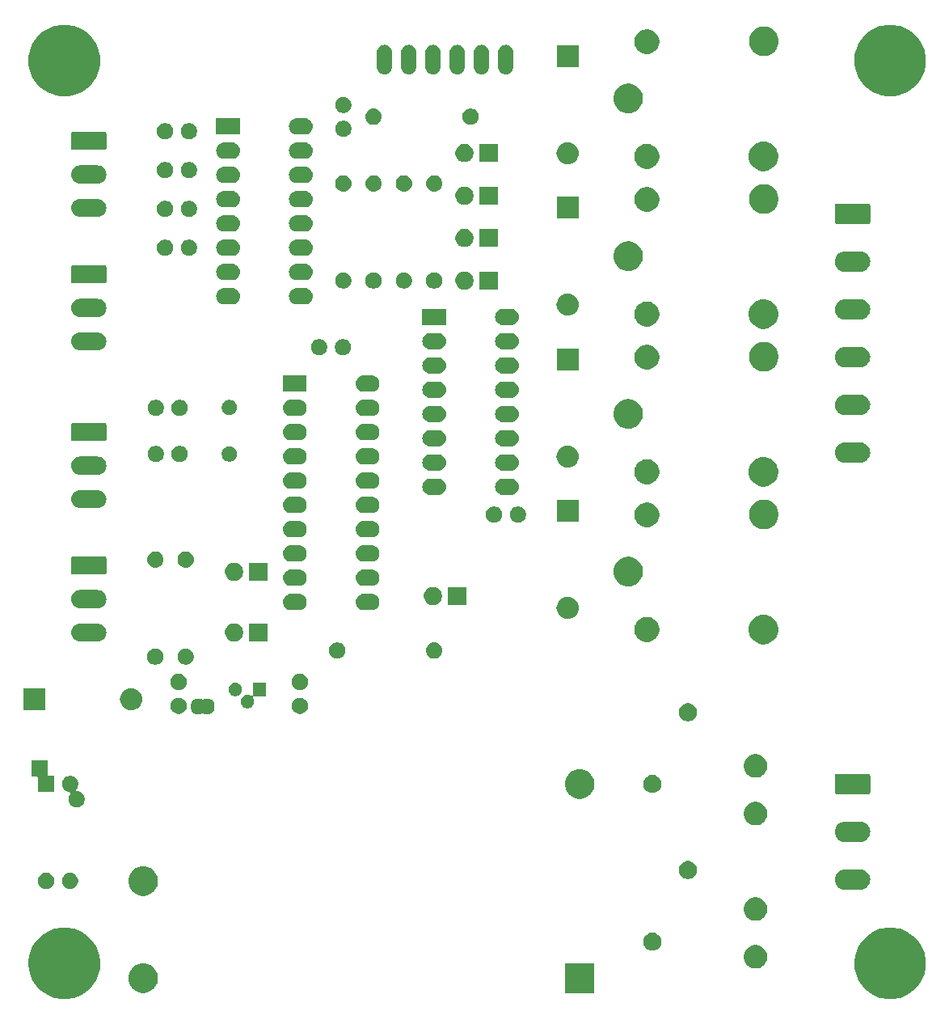
<source format=gbr>
G04 #@! TF.GenerationSoftware,KiCad,Pcbnew,(5.1.4)-1*
G04 #@! TF.CreationDate,2019-09-13T09:00:30-04:00*
G04 #@! TF.ProjectId,projector-screen-controller,70726f6a-6563-4746-9f72-2d7363726565,0.2*
G04 #@! TF.SameCoordinates,Original*
G04 #@! TF.FileFunction,Soldermask,Bot*
G04 #@! TF.FilePolarity,Negative*
%FSLAX46Y46*%
G04 Gerber Fmt 4.6, Leading zero omitted, Abs format (unit mm)*
G04 Created by KiCad (PCBNEW (5.1.4)-1) date 2019-09-13 09:00:30*
%MOMM*%
%LPD*%
G04 APERTURE LIST*
%ADD10C,0.100000*%
G04 APERTURE END LIST*
D10*
G36*
X167352564Y-140845099D02*
G01*
X167594126Y-140893149D01*
X168276765Y-141175907D01*
X168891123Y-141586408D01*
X169413592Y-142108877D01*
X169824093Y-142723235D01*
X170106851Y-143405874D01*
X170106851Y-143405875D01*
X170251000Y-144130557D01*
X170251000Y-144869443D01*
X170224257Y-145003886D01*
X170106851Y-145594126D01*
X169824093Y-146276765D01*
X169413592Y-146891123D01*
X168891123Y-147413592D01*
X168276765Y-147824093D01*
X167594126Y-148106851D01*
X167352564Y-148154901D01*
X166869443Y-148251000D01*
X166130557Y-148251000D01*
X165647436Y-148154901D01*
X165405874Y-148106851D01*
X164723235Y-147824093D01*
X164108877Y-147413592D01*
X163586408Y-146891123D01*
X163175907Y-146276765D01*
X162893149Y-145594126D01*
X162775743Y-145003886D01*
X162749000Y-144869443D01*
X162749000Y-144130557D01*
X162893149Y-143405875D01*
X162893149Y-143405874D01*
X163175907Y-142723235D01*
X163586408Y-142108877D01*
X164108877Y-141586408D01*
X164723235Y-141175907D01*
X165405874Y-140893149D01*
X165647436Y-140845099D01*
X166130557Y-140749000D01*
X166869443Y-140749000D01*
X167352564Y-140845099D01*
X167352564Y-140845099D01*
G37*
G36*
X80852564Y-140845099D02*
G01*
X81094126Y-140893149D01*
X81776765Y-141175907D01*
X82391123Y-141586408D01*
X82913592Y-142108877D01*
X83324093Y-142723235D01*
X83606851Y-143405874D01*
X83606851Y-143405875D01*
X83751000Y-144130557D01*
X83751000Y-144869443D01*
X83724257Y-145003886D01*
X83606851Y-145594126D01*
X83324093Y-146276765D01*
X82913592Y-146891123D01*
X82391123Y-147413592D01*
X81776765Y-147824093D01*
X81094126Y-148106851D01*
X80852564Y-148154901D01*
X80369443Y-148251000D01*
X79630557Y-148251000D01*
X79147436Y-148154901D01*
X78905874Y-148106851D01*
X78223235Y-147824093D01*
X77608877Y-147413592D01*
X77086408Y-146891123D01*
X76675907Y-146276765D01*
X76393149Y-145594126D01*
X76275743Y-145003886D01*
X76249000Y-144869443D01*
X76249000Y-144130557D01*
X76393149Y-143405875D01*
X76393149Y-143405874D01*
X76675907Y-142723235D01*
X77086408Y-142108877D01*
X77608877Y-141586408D01*
X78223235Y-141175907D01*
X78905874Y-140893149D01*
X79147436Y-140845099D01*
X79630557Y-140749000D01*
X80369443Y-140749000D01*
X80852564Y-140845099D01*
X80852564Y-140845099D01*
G37*
G36*
X88567585Y-144528802D02*
G01*
X88717410Y-144558604D01*
X88999674Y-144675521D01*
X89253705Y-144845259D01*
X89469741Y-145061295D01*
X89639479Y-145315326D01*
X89754961Y-145594126D01*
X89756396Y-145597591D01*
X89816000Y-145897239D01*
X89816000Y-146202761D01*
X89801280Y-146276763D01*
X89756396Y-146502410D01*
X89639479Y-146784674D01*
X89469741Y-147038705D01*
X89253705Y-147254741D01*
X88999674Y-147424479D01*
X88717410Y-147541396D01*
X88611333Y-147562496D01*
X88417761Y-147601000D01*
X88112239Y-147601000D01*
X87918667Y-147562496D01*
X87812590Y-147541396D01*
X87530326Y-147424479D01*
X87276295Y-147254741D01*
X87060259Y-147038705D01*
X86890521Y-146784674D01*
X86773604Y-146502410D01*
X86728720Y-146276763D01*
X86714000Y-146202761D01*
X86714000Y-145897239D01*
X86773604Y-145597591D01*
X86775039Y-145594126D01*
X86890521Y-145315326D01*
X87060259Y-145061295D01*
X87276295Y-144845259D01*
X87530326Y-144675521D01*
X87812590Y-144558604D01*
X87962415Y-144528802D01*
X88112239Y-144499000D01*
X88417761Y-144499000D01*
X88567585Y-144528802D01*
X88567585Y-144528802D01*
G37*
G36*
X135536000Y-147601000D02*
G01*
X132434000Y-147601000D01*
X132434000Y-144499000D01*
X135536000Y-144499000D01*
X135536000Y-147601000D01*
X135536000Y-147601000D01*
G37*
G36*
X152757610Y-142646114D02*
G01*
X152980727Y-142738532D01*
X152980729Y-142738533D01*
X153031269Y-142772303D01*
X153181529Y-142872703D01*
X153352297Y-143043471D01*
X153486468Y-143244273D01*
X153578886Y-143467390D01*
X153626000Y-143704248D01*
X153626000Y-143945752D01*
X153578886Y-144182610D01*
X153486468Y-144405727D01*
X153352297Y-144606529D01*
X153181529Y-144777297D01*
X153043625Y-144869441D01*
X152980729Y-144911467D01*
X152980728Y-144911468D01*
X152980727Y-144911468D01*
X152757610Y-145003886D01*
X152520752Y-145051000D01*
X152279248Y-145051000D01*
X152042390Y-145003886D01*
X151819273Y-144911468D01*
X151819272Y-144911468D01*
X151819271Y-144911467D01*
X151756375Y-144869441D01*
X151618471Y-144777297D01*
X151447703Y-144606529D01*
X151313532Y-144405727D01*
X151221114Y-144182610D01*
X151174000Y-143945752D01*
X151174000Y-143704248D01*
X151221114Y-143467390D01*
X151313532Y-143244273D01*
X151447703Y-143043471D01*
X151618471Y-142872703D01*
X151768731Y-142772303D01*
X151819271Y-142738533D01*
X151819273Y-142738532D01*
X152042390Y-142646114D01*
X152279248Y-142599000D01*
X152520752Y-142599000D01*
X152757610Y-142646114D01*
X152757610Y-142646114D01*
G37*
G36*
X141882395Y-141325546D02*
G01*
X142055466Y-141397234D01*
X142055467Y-141397235D01*
X142211227Y-141501310D01*
X142343690Y-141633773D01*
X142343691Y-141633775D01*
X142447766Y-141789534D01*
X142519454Y-141962605D01*
X142556000Y-142146333D01*
X142556000Y-142333667D01*
X142519454Y-142517395D01*
X142447766Y-142690466D01*
X142407046Y-142751408D01*
X142343690Y-142846227D01*
X142211227Y-142978690D01*
X142132818Y-143031081D01*
X142055466Y-143082766D01*
X141882395Y-143154454D01*
X141698667Y-143191000D01*
X141511333Y-143191000D01*
X141327605Y-143154454D01*
X141154534Y-143082766D01*
X141077182Y-143031081D01*
X140998773Y-142978690D01*
X140866310Y-142846227D01*
X140802954Y-142751408D01*
X140762234Y-142690466D01*
X140690546Y-142517395D01*
X140654000Y-142333667D01*
X140654000Y-142146333D01*
X140690546Y-141962605D01*
X140762234Y-141789534D01*
X140866309Y-141633775D01*
X140866310Y-141633773D01*
X140998773Y-141501310D01*
X141154533Y-141397235D01*
X141154534Y-141397234D01*
X141327605Y-141325546D01*
X141511333Y-141289000D01*
X141698667Y-141289000D01*
X141882395Y-141325546D01*
X141882395Y-141325546D01*
G37*
G36*
X152757610Y-137646114D02*
G01*
X152980727Y-137738532D01*
X152980729Y-137738533D01*
X153031269Y-137772303D01*
X153181529Y-137872703D01*
X153352297Y-138043471D01*
X153486468Y-138244273D01*
X153578886Y-138467390D01*
X153626000Y-138704248D01*
X153626000Y-138945752D01*
X153578886Y-139182610D01*
X153486468Y-139405727D01*
X153352297Y-139606529D01*
X153181529Y-139777297D01*
X153031269Y-139877697D01*
X152980729Y-139911467D01*
X152980728Y-139911468D01*
X152980727Y-139911468D01*
X152757610Y-140003886D01*
X152520752Y-140051000D01*
X152279248Y-140051000D01*
X152042390Y-140003886D01*
X151819273Y-139911468D01*
X151819272Y-139911468D01*
X151819271Y-139911467D01*
X151768731Y-139877697D01*
X151618471Y-139777297D01*
X151447703Y-139606529D01*
X151313532Y-139405727D01*
X151221114Y-139182610D01*
X151174000Y-138945752D01*
X151174000Y-138704248D01*
X151221114Y-138467390D01*
X151313532Y-138244273D01*
X151447703Y-138043471D01*
X151618471Y-137872703D01*
X151768731Y-137772303D01*
X151819271Y-137738533D01*
X151819273Y-137738532D01*
X152042390Y-137646114D01*
X152279248Y-137599000D01*
X152520752Y-137599000D01*
X152757610Y-137646114D01*
X152757610Y-137646114D01*
G37*
G36*
X88567585Y-134368802D02*
G01*
X88717410Y-134398604D01*
X88999674Y-134515521D01*
X89253705Y-134685259D01*
X89469741Y-134901295D01*
X89639479Y-135155326D01*
X89756396Y-135437590D01*
X89816000Y-135737240D01*
X89816000Y-136042760D01*
X89756396Y-136342410D01*
X89639479Y-136624674D01*
X89469741Y-136878705D01*
X89253705Y-137094741D01*
X88999674Y-137264479D01*
X88717410Y-137381396D01*
X88567585Y-137411198D01*
X88417761Y-137441000D01*
X88112239Y-137441000D01*
X87962415Y-137411198D01*
X87812590Y-137381396D01*
X87530326Y-137264479D01*
X87276295Y-137094741D01*
X87060259Y-136878705D01*
X86890521Y-136624674D01*
X86773604Y-136342410D01*
X86714000Y-136042760D01*
X86714000Y-135737240D01*
X86773604Y-135437590D01*
X86890521Y-135155326D01*
X87060259Y-134901295D01*
X87276295Y-134685259D01*
X87530326Y-134515521D01*
X87812590Y-134398604D01*
X87962415Y-134368802D01*
X88112239Y-134339000D01*
X88417761Y-134339000D01*
X88567585Y-134368802D01*
X88567585Y-134368802D01*
G37*
G36*
X163463097Y-134684069D02*
G01*
X163566032Y-134694207D01*
X163764146Y-134754305D01*
X163764149Y-134754306D01*
X163860975Y-134806061D01*
X163946729Y-134851897D01*
X164106765Y-134983235D01*
X164238103Y-135143271D01*
X164283939Y-135229025D01*
X164335694Y-135325851D01*
X164335695Y-135325854D01*
X164395793Y-135523968D01*
X164416085Y-135730000D01*
X164395793Y-135936032D01*
X164335695Y-136134146D01*
X164335694Y-136134149D01*
X164283939Y-136230975D01*
X164238103Y-136316729D01*
X164106765Y-136476765D01*
X163946729Y-136608103D01*
X163860975Y-136653939D01*
X163764149Y-136705694D01*
X163764146Y-136705695D01*
X163566032Y-136765793D01*
X163463097Y-136775931D01*
X163411631Y-136781000D01*
X161708369Y-136781000D01*
X161656903Y-136775931D01*
X161553968Y-136765793D01*
X161355854Y-136705695D01*
X161355851Y-136705694D01*
X161259025Y-136653939D01*
X161173271Y-136608103D01*
X161013235Y-136476765D01*
X160881897Y-136316729D01*
X160836061Y-136230975D01*
X160784306Y-136134149D01*
X160784305Y-136134146D01*
X160724207Y-135936032D01*
X160703915Y-135730000D01*
X160724207Y-135523968D01*
X160784305Y-135325854D01*
X160784306Y-135325851D01*
X160836061Y-135229025D01*
X160881897Y-135143271D01*
X161013235Y-134983235D01*
X161173271Y-134851897D01*
X161259025Y-134806061D01*
X161355851Y-134754306D01*
X161355854Y-134754305D01*
X161553968Y-134694207D01*
X161656903Y-134684069D01*
X161708369Y-134679000D01*
X163411631Y-134679000D01*
X163463097Y-134684069D01*
X163463097Y-134684069D01*
G37*
G36*
X78343419Y-135053832D02*
G01*
X78498291Y-135117982D01*
X78637672Y-135211114D01*
X78756206Y-135329648D01*
X78849338Y-135469029D01*
X78913488Y-135623901D01*
X78946191Y-135788313D01*
X78946191Y-135955945D01*
X78913488Y-136120357D01*
X78849338Y-136275229D01*
X78756206Y-136414610D01*
X78637672Y-136533144D01*
X78498291Y-136626276D01*
X78343419Y-136690426D01*
X78179007Y-136723129D01*
X78011375Y-136723129D01*
X77846963Y-136690426D01*
X77692091Y-136626276D01*
X77552710Y-136533144D01*
X77434176Y-136414610D01*
X77341044Y-136275229D01*
X77276894Y-136120357D01*
X77244191Y-135955945D01*
X77244191Y-135788313D01*
X77276894Y-135623901D01*
X77341044Y-135469029D01*
X77434176Y-135329648D01*
X77552710Y-135211114D01*
X77692091Y-135117982D01*
X77846963Y-135053832D01*
X78011375Y-135021129D01*
X78179007Y-135021129D01*
X78343419Y-135053832D01*
X78343419Y-135053832D01*
G37*
G36*
X80843419Y-135053832D02*
G01*
X80998291Y-135117982D01*
X81137672Y-135211114D01*
X81256206Y-135329648D01*
X81349338Y-135469029D01*
X81413488Y-135623901D01*
X81446191Y-135788313D01*
X81446191Y-135955945D01*
X81413488Y-136120357D01*
X81349338Y-136275229D01*
X81256206Y-136414610D01*
X81137672Y-136533144D01*
X80998291Y-136626276D01*
X80843419Y-136690426D01*
X80679007Y-136723129D01*
X80511375Y-136723129D01*
X80346963Y-136690426D01*
X80192091Y-136626276D01*
X80052710Y-136533144D01*
X79934176Y-136414610D01*
X79841044Y-136275229D01*
X79776894Y-136120357D01*
X79744191Y-135955945D01*
X79744191Y-135788313D01*
X79776894Y-135623901D01*
X79841044Y-135469029D01*
X79934176Y-135329648D01*
X80052710Y-135211114D01*
X80192091Y-135117982D01*
X80346963Y-135053832D01*
X80511375Y-135021129D01*
X80679007Y-135021129D01*
X80843419Y-135053832D01*
X80843419Y-135053832D01*
G37*
G36*
X145582395Y-133825546D02*
G01*
X145755466Y-133897234D01*
X145755467Y-133897235D01*
X145911227Y-134001310D01*
X146043690Y-134133773D01*
X146043691Y-134133775D01*
X146147766Y-134289534D01*
X146219454Y-134462605D01*
X146256000Y-134646333D01*
X146256000Y-134833667D01*
X146219454Y-135017395D01*
X146147766Y-135190466D01*
X146147765Y-135190467D01*
X146043690Y-135346227D01*
X145911227Y-135478690D01*
X145843463Y-135523968D01*
X145755466Y-135582766D01*
X145582395Y-135654454D01*
X145398667Y-135691000D01*
X145211333Y-135691000D01*
X145027605Y-135654454D01*
X144854534Y-135582766D01*
X144766537Y-135523968D01*
X144698773Y-135478690D01*
X144566310Y-135346227D01*
X144462235Y-135190467D01*
X144462234Y-135190466D01*
X144390546Y-135017395D01*
X144354000Y-134833667D01*
X144354000Y-134646333D01*
X144390546Y-134462605D01*
X144462234Y-134289534D01*
X144566309Y-134133775D01*
X144566310Y-134133773D01*
X144698773Y-134001310D01*
X144854533Y-133897235D01*
X144854534Y-133897234D01*
X145027605Y-133825546D01*
X145211333Y-133789000D01*
X145398667Y-133789000D01*
X145582395Y-133825546D01*
X145582395Y-133825546D01*
G37*
G36*
X163463097Y-129684069D02*
G01*
X163566032Y-129694207D01*
X163764146Y-129754305D01*
X163764149Y-129754306D01*
X163860975Y-129806061D01*
X163946729Y-129851897D01*
X164106765Y-129983235D01*
X164238103Y-130143271D01*
X164283939Y-130229025D01*
X164335694Y-130325851D01*
X164335695Y-130325854D01*
X164395793Y-130523968D01*
X164416085Y-130730000D01*
X164395793Y-130936032D01*
X164335695Y-131134146D01*
X164335694Y-131134149D01*
X164283939Y-131230975D01*
X164238103Y-131316729D01*
X164106765Y-131476765D01*
X163946729Y-131608103D01*
X163860975Y-131653939D01*
X163764149Y-131705694D01*
X163764146Y-131705695D01*
X163566032Y-131765793D01*
X163463097Y-131775931D01*
X163411631Y-131781000D01*
X161708369Y-131781000D01*
X161656903Y-131775931D01*
X161553968Y-131765793D01*
X161355854Y-131705695D01*
X161355851Y-131705694D01*
X161259025Y-131653939D01*
X161173271Y-131608103D01*
X161013235Y-131476765D01*
X160881897Y-131316729D01*
X160836061Y-131230975D01*
X160784306Y-131134149D01*
X160784305Y-131134146D01*
X160724207Y-130936032D01*
X160703915Y-130730000D01*
X160724207Y-130523968D01*
X160784305Y-130325854D01*
X160784306Y-130325851D01*
X160836061Y-130229025D01*
X160881897Y-130143271D01*
X161013235Y-129983235D01*
X161173271Y-129851897D01*
X161259025Y-129806061D01*
X161355851Y-129754306D01*
X161355854Y-129754305D01*
X161553968Y-129694207D01*
X161656903Y-129684069D01*
X161708369Y-129679000D01*
X163411631Y-129679000D01*
X163463097Y-129684069D01*
X163463097Y-129684069D01*
G37*
G36*
X152757610Y-127646114D02*
G01*
X152967613Y-127733100D01*
X152980729Y-127738533D01*
X153031269Y-127772303D01*
X153181529Y-127872703D01*
X153352297Y-128043471D01*
X153486468Y-128244273D01*
X153578886Y-128467390D01*
X153626000Y-128704248D01*
X153626000Y-128945752D01*
X153578886Y-129182610D01*
X153486468Y-129405727D01*
X153352297Y-129606529D01*
X153181529Y-129777297D01*
X153031269Y-129877697D01*
X152980729Y-129911467D01*
X152980728Y-129911468D01*
X152980727Y-129911468D01*
X152757610Y-130003886D01*
X152520752Y-130051000D01*
X152279248Y-130051000D01*
X152042390Y-130003886D01*
X151819273Y-129911468D01*
X151819272Y-129911468D01*
X151819271Y-129911467D01*
X151768731Y-129877697D01*
X151618471Y-129777297D01*
X151447703Y-129606529D01*
X151313532Y-129405727D01*
X151221114Y-129182610D01*
X151174000Y-128945752D01*
X151174000Y-128704248D01*
X151221114Y-128467390D01*
X151313532Y-128244273D01*
X151447703Y-128043471D01*
X151618471Y-127872703D01*
X151768731Y-127772303D01*
X151819271Y-127738533D01*
X151832387Y-127733100D01*
X152042390Y-127646114D01*
X152279248Y-127599000D01*
X152520752Y-127599000D01*
X152757610Y-127646114D01*
X152757610Y-127646114D01*
G37*
G36*
X80853228Y-124911703D02*
G01*
X81008100Y-124975853D01*
X81147481Y-125068985D01*
X81266015Y-125187519D01*
X81359147Y-125326900D01*
X81423297Y-125481772D01*
X81456000Y-125646184D01*
X81456000Y-125813816D01*
X81423297Y-125978228D01*
X81359147Y-126133100D01*
X81266015Y-126272481D01*
X81266012Y-126272484D01*
X81260619Y-126280555D01*
X81257337Y-126284555D01*
X81245786Y-126306166D01*
X81238673Y-126329615D01*
X81236271Y-126354001D01*
X81238673Y-126378387D01*
X81245786Y-126401836D01*
X81257337Y-126423447D01*
X81272882Y-126442389D01*
X81291824Y-126457934D01*
X81313435Y-126469485D01*
X81336884Y-126476598D01*
X81358264Y-126478704D01*
X81359752Y-126479000D01*
X81359753Y-126479000D01*
X81524165Y-126511703D01*
X81679037Y-126575853D01*
X81818418Y-126668985D01*
X81936952Y-126787519D01*
X82030084Y-126926900D01*
X82094234Y-127081772D01*
X82126937Y-127246184D01*
X82126937Y-127413816D01*
X82094234Y-127578228D01*
X82030084Y-127733100D01*
X81936952Y-127872481D01*
X81818418Y-127991015D01*
X81679037Y-128084147D01*
X81524165Y-128148297D01*
X81359753Y-128181000D01*
X81192121Y-128181000D01*
X81027709Y-128148297D01*
X80872837Y-128084147D01*
X80733456Y-127991015D01*
X80614922Y-127872481D01*
X80521790Y-127733100D01*
X80457640Y-127578228D01*
X80424937Y-127413816D01*
X80424937Y-127246184D01*
X80457640Y-127081772D01*
X80521790Y-126926900D01*
X80614922Y-126787519D01*
X80614925Y-126787516D01*
X80620318Y-126779445D01*
X80623600Y-126775445D01*
X80635151Y-126753834D01*
X80642264Y-126730385D01*
X80644666Y-126705999D01*
X80642264Y-126681613D01*
X80635151Y-126658164D01*
X80623600Y-126636553D01*
X80608055Y-126617611D01*
X80589113Y-126602066D01*
X80567502Y-126590515D01*
X80544053Y-126583402D01*
X80522673Y-126581296D01*
X80521185Y-126581000D01*
X80521184Y-126581000D01*
X80356772Y-126548297D01*
X80201900Y-126484147D01*
X80062519Y-126391015D01*
X79943985Y-126272481D01*
X79850853Y-126133100D01*
X79786703Y-125978228D01*
X79754000Y-125813816D01*
X79754000Y-125646184D01*
X79786703Y-125481772D01*
X79850853Y-125326900D01*
X79943985Y-125187519D01*
X80062519Y-125068985D01*
X80201900Y-124975853D01*
X80356772Y-124911703D01*
X80521184Y-124879000D01*
X80688816Y-124879000D01*
X80853228Y-124911703D01*
X80853228Y-124911703D01*
G37*
G36*
X134287585Y-124208802D02*
G01*
X134437410Y-124238604D01*
X134719674Y-124355521D01*
X134973705Y-124525259D01*
X135189741Y-124741295D01*
X135359479Y-124995326D01*
X135476396Y-125277590D01*
X135536000Y-125577240D01*
X135536000Y-125882760D01*
X135476396Y-126182410D01*
X135359479Y-126464674D01*
X135189741Y-126718705D01*
X134973705Y-126934741D01*
X134719674Y-127104479D01*
X134437410Y-127221396D01*
X134312792Y-127246184D01*
X134137761Y-127281000D01*
X133832239Y-127281000D01*
X133657208Y-127246184D01*
X133532590Y-127221396D01*
X133250326Y-127104479D01*
X132996295Y-126934741D01*
X132780259Y-126718705D01*
X132610521Y-126464674D01*
X132493604Y-126182410D01*
X132434000Y-125882760D01*
X132434000Y-125577240D01*
X132493604Y-125277590D01*
X132610521Y-124995326D01*
X132780259Y-124741295D01*
X132996295Y-124525259D01*
X133250326Y-124355521D01*
X133532590Y-124238604D01*
X133682415Y-124208802D01*
X133832239Y-124179000D01*
X134137761Y-124179000D01*
X134287585Y-124208802D01*
X134287585Y-124208802D01*
G37*
G36*
X164274852Y-124682840D02*
G01*
X164306443Y-124692423D01*
X164335557Y-124707985D01*
X164361074Y-124728926D01*
X164382015Y-124754443D01*
X164397577Y-124783557D01*
X164407160Y-124815148D01*
X164411000Y-124854140D01*
X164411000Y-126605860D01*
X164407160Y-126644852D01*
X164397577Y-126676443D01*
X164382015Y-126705557D01*
X164361074Y-126731074D01*
X164335557Y-126752015D01*
X164306443Y-126767577D01*
X164274852Y-126777160D01*
X164235860Y-126781000D01*
X160884140Y-126781000D01*
X160845148Y-126777160D01*
X160813557Y-126767577D01*
X160784443Y-126752015D01*
X160758926Y-126731074D01*
X160737985Y-126705557D01*
X160722423Y-126676443D01*
X160712840Y-126644852D01*
X160709000Y-126605860D01*
X160709000Y-124854140D01*
X160712840Y-124815148D01*
X160722423Y-124783557D01*
X160737985Y-124754443D01*
X160758926Y-124728926D01*
X160784443Y-124707985D01*
X160813557Y-124692423D01*
X160845148Y-124682840D01*
X160884140Y-124679000D01*
X164235860Y-124679000D01*
X164274852Y-124682840D01*
X164274852Y-124682840D01*
G37*
G36*
X141882395Y-124815546D02*
G01*
X142055466Y-124887234D01*
X142092086Y-124911703D01*
X142211227Y-124991310D01*
X142343690Y-125123773D01*
X142386284Y-125187520D01*
X142447766Y-125279534D01*
X142519454Y-125452605D01*
X142556000Y-125636333D01*
X142556000Y-125823667D01*
X142519454Y-126007395D01*
X142447766Y-126180466D01*
X142446467Y-126182410D01*
X142343690Y-126336227D01*
X142211227Y-126468690D01*
X142188092Y-126484148D01*
X142055466Y-126572766D01*
X141882395Y-126644454D01*
X141698667Y-126681000D01*
X141511333Y-126681000D01*
X141327605Y-126644454D01*
X141154534Y-126572766D01*
X141021908Y-126484148D01*
X140998773Y-126468690D01*
X140866310Y-126336227D01*
X140763533Y-126182410D01*
X140762234Y-126180466D01*
X140690546Y-126007395D01*
X140654000Y-125823667D01*
X140654000Y-125636333D01*
X140690546Y-125452605D01*
X140762234Y-125279534D01*
X140823716Y-125187520D01*
X140866310Y-125123773D01*
X140998773Y-124991310D01*
X141117914Y-124911703D01*
X141154534Y-124887234D01*
X141327605Y-124815546D01*
X141511333Y-124779000D01*
X141698667Y-124779000D01*
X141882395Y-124815546D01*
X141882395Y-124815546D01*
G37*
G36*
X78285063Y-124754001D02*
G01*
X78287465Y-124778387D01*
X78294578Y-124801836D01*
X78306129Y-124823447D01*
X78321674Y-124842389D01*
X78340616Y-124857934D01*
X78362227Y-124869485D01*
X78385676Y-124876598D01*
X78410062Y-124879000D01*
X78956000Y-124879000D01*
X78956000Y-126581000D01*
X77254000Y-126581000D01*
X77254000Y-125105999D01*
X77251598Y-125081613D01*
X77244485Y-125058164D01*
X77232934Y-125036553D01*
X77217389Y-125017611D01*
X77198447Y-125002066D01*
X77176836Y-124990515D01*
X77153387Y-124983402D01*
X77129001Y-124981000D01*
X76583063Y-124981000D01*
X76583063Y-123279000D01*
X78285063Y-123279000D01*
X78285063Y-124754001D01*
X78285063Y-124754001D01*
G37*
G36*
X152757610Y-122646114D02*
G01*
X152980727Y-122738532D01*
X152980729Y-122738533D01*
X153031269Y-122772303D01*
X153181529Y-122872703D01*
X153352297Y-123043471D01*
X153486468Y-123244273D01*
X153578886Y-123467390D01*
X153626000Y-123704248D01*
X153626000Y-123945752D01*
X153578886Y-124182610D01*
X153486468Y-124405727D01*
X153352297Y-124606529D01*
X153181529Y-124777297D01*
X153043559Y-124869485D01*
X152980729Y-124911467D01*
X152980728Y-124911468D01*
X152980727Y-124911468D01*
X152757610Y-125003886D01*
X152520752Y-125051000D01*
X152279248Y-125051000D01*
X152042390Y-125003886D01*
X151819273Y-124911468D01*
X151819272Y-124911468D01*
X151819271Y-124911467D01*
X151756441Y-124869485D01*
X151618471Y-124777297D01*
X151447703Y-124606529D01*
X151313532Y-124405727D01*
X151221114Y-124182610D01*
X151174000Y-123945752D01*
X151174000Y-123704248D01*
X151221114Y-123467390D01*
X151313532Y-123244273D01*
X151447703Y-123043471D01*
X151618471Y-122872703D01*
X151768731Y-122772303D01*
X151819271Y-122738533D01*
X151819273Y-122738532D01*
X152042390Y-122646114D01*
X152279248Y-122599000D01*
X152520752Y-122599000D01*
X152757610Y-122646114D01*
X152757610Y-122646114D01*
G37*
G36*
X145582395Y-117315546D02*
G01*
X145755466Y-117387234D01*
X145755467Y-117387235D01*
X145911227Y-117491310D01*
X146043690Y-117623773D01*
X146066438Y-117657818D01*
X146147766Y-117779534D01*
X146219454Y-117952605D01*
X146256000Y-118136333D01*
X146256000Y-118323667D01*
X146219454Y-118507395D01*
X146147766Y-118680466D01*
X146147765Y-118680467D01*
X146043690Y-118836227D01*
X145911227Y-118968690D01*
X145832818Y-119021081D01*
X145755466Y-119072766D01*
X145582395Y-119144454D01*
X145398667Y-119181000D01*
X145211333Y-119181000D01*
X145027605Y-119144454D01*
X144854534Y-119072766D01*
X144777182Y-119021081D01*
X144698773Y-118968690D01*
X144566310Y-118836227D01*
X144462235Y-118680467D01*
X144462234Y-118680466D01*
X144390546Y-118507395D01*
X144354000Y-118323667D01*
X144354000Y-118136333D01*
X144390546Y-117952605D01*
X144462234Y-117779534D01*
X144543562Y-117657818D01*
X144566310Y-117623773D01*
X144698773Y-117491310D01*
X144854533Y-117387235D01*
X144854534Y-117387234D01*
X145027605Y-117315546D01*
X145211333Y-117279000D01*
X145398667Y-117279000D01*
X145582395Y-117315546D01*
X145582395Y-117315546D01*
G37*
G36*
X94347999Y-116801737D02*
G01*
X94357608Y-116804652D01*
X94366472Y-116809390D01*
X94374237Y-116815763D01*
X94384448Y-116828206D01*
X94391378Y-116838575D01*
X94408705Y-116855902D01*
X94429080Y-116869515D01*
X94451720Y-116878891D01*
X94475753Y-116883671D01*
X94500257Y-116883670D01*
X94524290Y-116878888D01*
X94546929Y-116869510D01*
X94567302Y-116855895D01*
X94584629Y-116838568D01*
X94591558Y-116828198D01*
X94601763Y-116815763D01*
X94609528Y-116809390D01*
X94618392Y-116804652D01*
X94628001Y-116801737D01*
X94644140Y-116800148D01*
X95131861Y-116800148D01*
X95150199Y-116801954D01*
X95162450Y-116802556D01*
X95180869Y-116802556D01*
X95203149Y-116804750D01*
X95287233Y-116821476D01*
X95308660Y-116827976D01*
X95387858Y-116860780D01*
X95393303Y-116863691D01*
X95393309Y-116863693D01*
X95402169Y-116868429D01*
X95402173Y-116868432D01*
X95407614Y-116871340D01*
X95478899Y-116918971D01*
X95496204Y-116933172D01*
X95556828Y-116993796D01*
X95571029Y-117011101D01*
X95618660Y-117082386D01*
X95621568Y-117087827D01*
X95621571Y-117087831D01*
X95626307Y-117096691D01*
X95626309Y-117096697D01*
X95629220Y-117102142D01*
X95662024Y-117181340D01*
X95668524Y-117202767D01*
X95685250Y-117286851D01*
X95687444Y-117309131D01*
X95687444Y-117327550D01*
X95688046Y-117339801D01*
X95689852Y-117358139D01*
X95689852Y-117845862D01*
X95688046Y-117864199D01*
X95687444Y-117876450D01*
X95687444Y-117894869D01*
X95685250Y-117917149D01*
X95668524Y-118001233D01*
X95662024Y-118022660D01*
X95629220Y-118101858D01*
X95626309Y-118107303D01*
X95626307Y-118107309D01*
X95621571Y-118116169D01*
X95621568Y-118116173D01*
X95618660Y-118121614D01*
X95571029Y-118192899D01*
X95556828Y-118210204D01*
X95496204Y-118270828D01*
X95478899Y-118285029D01*
X95407614Y-118332660D01*
X95402173Y-118335568D01*
X95402169Y-118335571D01*
X95393309Y-118340307D01*
X95393303Y-118340309D01*
X95387858Y-118343220D01*
X95308660Y-118376024D01*
X95287233Y-118382524D01*
X95203149Y-118399250D01*
X95180869Y-118401444D01*
X95162450Y-118401444D01*
X95150199Y-118402046D01*
X95131862Y-118403852D01*
X94644140Y-118403852D01*
X94628001Y-118402263D01*
X94618392Y-118399348D01*
X94609528Y-118394610D01*
X94601763Y-118388237D01*
X94591552Y-118375794D01*
X94584622Y-118365425D01*
X94567295Y-118348098D01*
X94546920Y-118334485D01*
X94524280Y-118325109D01*
X94500247Y-118320329D01*
X94475743Y-118320330D01*
X94451710Y-118325112D01*
X94429071Y-118334490D01*
X94408698Y-118348105D01*
X94391371Y-118365432D01*
X94384442Y-118375802D01*
X94374237Y-118388237D01*
X94366472Y-118394610D01*
X94357608Y-118399348D01*
X94347999Y-118402263D01*
X94331860Y-118403852D01*
X93844138Y-118403852D01*
X93825801Y-118402046D01*
X93813550Y-118401444D01*
X93795131Y-118401444D01*
X93772851Y-118399250D01*
X93688767Y-118382524D01*
X93667340Y-118376024D01*
X93588142Y-118343220D01*
X93582697Y-118340309D01*
X93582691Y-118340307D01*
X93573831Y-118335571D01*
X93573827Y-118335568D01*
X93568386Y-118332660D01*
X93497101Y-118285029D01*
X93479796Y-118270828D01*
X93419172Y-118210204D01*
X93404971Y-118192899D01*
X93357340Y-118121614D01*
X93354432Y-118116173D01*
X93354429Y-118116169D01*
X93349693Y-118107309D01*
X93349691Y-118107303D01*
X93346780Y-118101858D01*
X93313976Y-118022660D01*
X93307476Y-118001233D01*
X93290750Y-117917149D01*
X93288556Y-117894869D01*
X93288556Y-117876450D01*
X93287954Y-117864199D01*
X93286148Y-117845862D01*
X93286148Y-117358139D01*
X93287954Y-117339801D01*
X93288556Y-117327550D01*
X93288556Y-117309131D01*
X93290750Y-117286851D01*
X93307476Y-117202767D01*
X93313976Y-117181340D01*
X93346780Y-117102142D01*
X93349691Y-117096697D01*
X93349693Y-117096691D01*
X93354429Y-117087831D01*
X93354432Y-117087827D01*
X93357340Y-117082386D01*
X93404971Y-117011101D01*
X93419172Y-116993796D01*
X93479796Y-116933172D01*
X93497101Y-116918971D01*
X93568386Y-116871340D01*
X93573827Y-116868432D01*
X93573831Y-116868429D01*
X93582691Y-116863693D01*
X93582697Y-116863691D01*
X93588142Y-116860780D01*
X93667340Y-116827976D01*
X93688767Y-116821476D01*
X93772851Y-116804750D01*
X93795131Y-116802556D01*
X93813550Y-116802556D01*
X93825801Y-116801954D01*
X93844139Y-116800148D01*
X94331860Y-116800148D01*
X94347999Y-116801737D01*
X94347999Y-116801737D01*
G37*
G36*
X92214279Y-116725652D02*
G01*
X92369151Y-116789802D01*
X92508532Y-116882934D01*
X92627066Y-117001468D01*
X92720198Y-117140849D01*
X92784348Y-117295721D01*
X92817051Y-117460133D01*
X92817051Y-117627765D01*
X92784348Y-117792177D01*
X92720198Y-117947049D01*
X92627066Y-118086430D01*
X92508532Y-118204964D01*
X92369151Y-118298096D01*
X92214279Y-118362246D01*
X92049867Y-118394949D01*
X91882235Y-118394949D01*
X91717823Y-118362246D01*
X91562951Y-118298096D01*
X91423570Y-118204964D01*
X91305036Y-118086430D01*
X91211904Y-117947049D01*
X91147754Y-117792177D01*
X91115051Y-117627765D01*
X91115051Y-117460133D01*
X91147754Y-117295721D01*
X91211904Y-117140849D01*
X91305036Y-117001468D01*
X91423570Y-116882934D01*
X91562951Y-116789802D01*
X91717823Y-116725652D01*
X91882235Y-116692949D01*
X92049867Y-116692949D01*
X92214279Y-116725652D01*
X92214279Y-116725652D01*
G37*
G36*
X104914279Y-116725652D02*
G01*
X105069151Y-116789802D01*
X105208532Y-116882934D01*
X105327066Y-117001468D01*
X105420198Y-117140849D01*
X105484348Y-117295721D01*
X105517051Y-117460133D01*
X105517051Y-117627765D01*
X105484348Y-117792177D01*
X105420198Y-117947049D01*
X105327066Y-118086430D01*
X105208532Y-118204964D01*
X105069151Y-118298096D01*
X104914279Y-118362246D01*
X104749867Y-118394949D01*
X104582235Y-118394949D01*
X104417823Y-118362246D01*
X104262951Y-118298096D01*
X104123570Y-118204964D01*
X104005036Y-118086430D01*
X103911904Y-117947049D01*
X103847754Y-117792177D01*
X103815051Y-117627765D01*
X103815051Y-117460133D01*
X103847754Y-117295721D01*
X103911904Y-117140849D01*
X104005036Y-117001468D01*
X104123570Y-116882934D01*
X104262951Y-116789802D01*
X104417823Y-116725652D01*
X104582235Y-116692949D01*
X104749867Y-116692949D01*
X104914279Y-116725652D01*
X104914279Y-116725652D01*
G37*
G36*
X87164271Y-115700103D02*
G01*
X87220635Y-115705654D01*
X87437600Y-115771470D01*
X87437602Y-115771471D01*
X87637555Y-115878347D01*
X87812818Y-116022182D01*
X87956653Y-116197445D01*
X88061178Y-116393000D01*
X88063530Y-116397400D01*
X88129346Y-116614365D01*
X88151569Y-116840000D01*
X88129346Y-117065635D01*
X88099798Y-117163042D01*
X88063529Y-117282602D01*
X87956653Y-117482555D01*
X87812818Y-117657818D01*
X87637555Y-117801653D01*
X87497618Y-117876450D01*
X87437600Y-117908530D01*
X87220635Y-117974346D01*
X87164271Y-117979897D01*
X87051545Y-117991000D01*
X86938455Y-117991000D01*
X86825729Y-117979897D01*
X86769365Y-117974346D01*
X86552400Y-117908530D01*
X86492382Y-117876450D01*
X86352445Y-117801653D01*
X86177182Y-117657818D01*
X86033347Y-117482555D01*
X85926471Y-117282602D01*
X85890203Y-117163042D01*
X85860654Y-117065635D01*
X85838431Y-116840000D01*
X85860654Y-116614365D01*
X85926470Y-116397400D01*
X85928822Y-116393000D01*
X86033347Y-116197445D01*
X86177182Y-116022182D01*
X86352445Y-115878347D01*
X86552398Y-115771471D01*
X86552400Y-115771470D01*
X86769365Y-115705654D01*
X86825729Y-115700103D01*
X86938455Y-115689000D01*
X87051545Y-115689000D01*
X87164271Y-115700103D01*
X87164271Y-115700103D01*
G37*
G36*
X77986000Y-117991000D02*
G01*
X75684000Y-117991000D01*
X75684000Y-115689000D01*
X77986000Y-115689000D01*
X77986000Y-117991000D01*
X77986000Y-117991000D01*
G37*
G36*
X101158000Y-116525000D02*
G01*
X99873749Y-116525000D01*
X99849363Y-116527402D01*
X99825914Y-116534515D01*
X99804303Y-116546066D01*
X99785361Y-116561611D01*
X99769816Y-116580553D01*
X99758265Y-116602164D01*
X99751152Y-116625613D01*
X99748750Y-116649999D01*
X99751152Y-116674385D01*
X99758265Y-116697834D01*
X99769816Y-116719444D01*
X99798218Y-116761951D01*
X99851062Y-116889527D01*
X99878000Y-117024956D01*
X99878000Y-117163044D01*
X99851062Y-117298473D01*
X99798218Y-117426049D01*
X99721505Y-117540859D01*
X99623859Y-117638505D01*
X99509049Y-117715218D01*
X99381473Y-117768062D01*
X99246044Y-117795000D01*
X99107956Y-117795000D01*
X98972527Y-117768062D01*
X98844951Y-117715218D01*
X98730141Y-117638505D01*
X98632495Y-117540859D01*
X98555782Y-117426049D01*
X98502938Y-117298473D01*
X98476000Y-117163044D01*
X98476000Y-117024956D01*
X98502938Y-116889527D01*
X98555782Y-116761951D01*
X98632495Y-116647141D01*
X98730141Y-116549495D01*
X98844951Y-116472782D01*
X98972527Y-116419938D01*
X99107956Y-116393000D01*
X99246044Y-116393000D01*
X99381473Y-116419938D01*
X99509049Y-116472782D01*
X99561556Y-116507866D01*
X99583166Y-116519417D01*
X99606615Y-116526530D01*
X99631001Y-116528932D01*
X99655387Y-116526530D01*
X99678836Y-116519417D01*
X99700447Y-116507866D01*
X99719389Y-116492320D01*
X99734934Y-116473378D01*
X99746485Y-116451768D01*
X99753598Y-116428319D01*
X99756000Y-116403933D01*
X99756000Y-115123000D01*
X101158000Y-115123000D01*
X101158000Y-116525000D01*
X101158000Y-116525000D01*
G37*
G36*
X98121473Y-115149938D02*
G01*
X98249049Y-115202782D01*
X98363859Y-115279495D01*
X98461505Y-115377141D01*
X98538218Y-115491951D01*
X98591062Y-115619527D01*
X98618000Y-115754956D01*
X98618000Y-115893044D01*
X98591062Y-116028473D01*
X98538218Y-116156049D01*
X98461505Y-116270859D01*
X98363859Y-116368505D01*
X98249049Y-116445218D01*
X98121473Y-116498062D01*
X97986044Y-116525000D01*
X97847956Y-116525000D01*
X97712527Y-116498062D01*
X97584951Y-116445218D01*
X97470141Y-116368505D01*
X97372495Y-116270859D01*
X97295782Y-116156049D01*
X97242938Y-116028473D01*
X97216000Y-115893044D01*
X97216000Y-115754956D01*
X97242938Y-115619527D01*
X97295782Y-115491951D01*
X97372495Y-115377141D01*
X97470141Y-115279495D01*
X97584951Y-115202782D01*
X97712527Y-115149938D01*
X97847956Y-115123000D01*
X97986044Y-115123000D01*
X98121473Y-115149938D01*
X98121473Y-115149938D01*
G37*
G36*
X104914279Y-114225652D02*
G01*
X105069151Y-114289802D01*
X105208532Y-114382934D01*
X105327066Y-114501468D01*
X105420198Y-114640849D01*
X105484348Y-114795721D01*
X105517051Y-114960133D01*
X105517051Y-115127765D01*
X105484348Y-115292177D01*
X105420198Y-115447049D01*
X105327066Y-115586430D01*
X105208532Y-115704964D01*
X105069151Y-115798096D01*
X104914279Y-115862246D01*
X104749867Y-115894949D01*
X104582235Y-115894949D01*
X104417823Y-115862246D01*
X104262951Y-115798096D01*
X104123570Y-115704964D01*
X104005036Y-115586430D01*
X103911904Y-115447049D01*
X103847754Y-115292177D01*
X103815051Y-115127765D01*
X103815051Y-114960133D01*
X103847754Y-114795721D01*
X103911904Y-114640849D01*
X104005036Y-114501468D01*
X104123570Y-114382934D01*
X104262951Y-114289802D01*
X104417823Y-114225652D01*
X104582235Y-114192949D01*
X104749867Y-114192949D01*
X104914279Y-114225652D01*
X104914279Y-114225652D01*
G37*
G36*
X92214279Y-114225652D02*
G01*
X92369151Y-114289802D01*
X92508532Y-114382934D01*
X92627066Y-114501468D01*
X92720198Y-114640849D01*
X92784348Y-114795721D01*
X92817051Y-114960133D01*
X92817051Y-115127765D01*
X92784348Y-115292177D01*
X92720198Y-115447049D01*
X92627066Y-115586430D01*
X92508532Y-115704964D01*
X92369151Y-115798096D01*
X92214279Y-115862246D01*
X92049867Y-115894949D01*
X91882235Y-115894949D01*
X91717823Y-115862246D01*
X91562951Y-115798096D01*
X91423570Y-115704964D01*
X91305036Y-115586430D01*
X91211904Y-115447049D01*
X91147754Y-115292177D01*
X91115051Y-115127765D01*
X91115051Y-114960133D01*
X91147754Y-114795721D01*
X91211904Y-114640849D01*
X91305036Y-114501468D01*
X91423570Y-114382934D01*
X91562951Y-114289802D01*
X91717823Y-114225652D01*
X91882235Y-114192949D01*
X92049867Y-114192949D01*
X92214279Y-114225652D01*
X92214279Y-114225652D01*
G37*
G36*
X92958228Y-111576703D02*
G01*
X93113100Y-111640853D01*
X93252481Y-111733985D01*
X93371015Y-111852519D01*
X93464147Y-111991900D01*
X93528297Y-112146772D01*
X93561000Y-112311184D01*
X93561000Y-112478816D01*
X93528297Y-112643228D01*
X93464147Y-112798100D01*
X93371015Y-112937481D01*
X93252481Y-113056015D01*
X93113100Y-113149147D01*
X92958228Y-113213297D01*
X92793816Y-113246000D01*
X92626184Y-113246000D01*
X92461772Y-113213297D01*
X92306900Y-113149147D01*
X92167519Y-113056015D01*
X92048985Y-112937481D01*
X91955853Y-112798100D01*
X91891703Y-112643228D01*
X91859000Y-112478816D01*
X91859000Y-112311184D01*
X91891703Y-112146772D01*
X91955853Y-111991900D01*
X92048985Y-111852519D01*
X92167519Y-111733985D01*
X92306900Y-111640853D01*
X92461772Y-111576703D01*
X92626184Y-111544000D01*
X92793816Y-111544000D01*
X92958228Y-111576703D01*
X92958228Y-111576703D01*
G37*
G36*
X89783228Y-111576703D02*
G01*
X89938100Y-111640853D01*
X90077481Y-111733985D01*
X90196015Y-111852519D01*
X90289147Y-111991900D01*
X90353297Y-112146772D01*
X90386000Y-112311184D01*
X90386000Y-112478816D01*
X90353297Y-112643228D01*
X90289147Y-112798100D01*
X90196015Y-112937481D01*
X90077481Y-113056015D01*
X89938100Y-113149147D01*
X89783228Y-113213297D01*
X89618816Y-113246000D01*
X89451184Y-113246000D01*
X89286772Y-113213297D01*
X89131900Y-113149147D01*
X88992519Y-113056015D01*
X88873985Y-112937481D01*
X88780853Y-112798100D01*
X88716703Y-112643228D01*
X88684000Y-112478816D01*
X88684000Y-112311184D01*
X88716703Y-112146772D01*
X88780853Y-111991900D01*
X88873985Y-111852519D01*
X88992519Y-111733985D01*
X89131900Y-111640853D01*
X89286772Y-111576703D01*
X89451184Y-111544000D01*
X89618816Y-111544000D01*
X89783228Y-111576703D01*
X89783228Y-111576703D01*
G37*
G36*
X118911823Y-110921313D02*
G01*
X119072242Y-110969976D01*
X119139361Y-111005852D01*
X119220078Y-111048996D01*
X119349659Y-111155341D01*
X119456004Y-111284922D01*
X119456005Y-111284924D01*
X119535024Y-111432758D01*
X119583687Y-111593177D01*
X119600117Y-111760000D01*
X119583687Y-111926823D01*
X119535024Y-112087242D01*
X119494477Y-112163100D01*
X119456004Y-112235078D01*
X119349659Y-112364659D01*
X119220078Y-112471004D01*
X119220076Y-112471005D01*
X119072242Y-112550024D01*
X118911823Y-112598687D01*
X118786804Y-112611000D01*
X118703196Y-112611000D01*
X118578177Y-112598687D01*
X118417758Y-112550024D01*
X118269924Y-112471005D01*
X118269922Y-112471004D01*
X118140341Y-112364659D01*
X118033996Y-112235078D01*
X117995523Y-112163100D01*
X117954976Y-112087242D01*
X117906313Y-111926823D01*
X117889883Y-111760000D01*
X117906313Y-111593177D01*
X117954976Y-111432758D01*
X118033995Y-111284924D01*
X118033996Y-111284922D01*
X118140341Y-111155341D01*
X118269922Y-111048996D01*
X118350639Y-111005852D01*
X118417758Y-110969976D01*
X118578177Y-110921313D01*
X118703196Y-110909000D01*
X118786804Y-110909000D01*
X118911823Y-110921313D01*
X118911823Y-110921313D01*
G37*
G36*
X108833228Y-110941703D02*
G01*
X108988100Y-111005853D01*
X109127481Y-111098985D01*
X109246015Y-111217519D01*
X109339147Y-111356900D01*
X109403297Y-111511772D01*
X109436000Y-111676184D01*
X109436000Y-111843816D01*
X109403297Y-112008228D01*
X109339147Y-112163100D01*
X109246015Y-112302481D01*
X109127481Y-112421015D01*
X108988100Y-112514147D01*
X108833228Y-112578297D01*
X108668816Y-112611000D01*
X108501184Y-112611000D01*
X108336772Y-112578297D01*
X108181900Y-112514147D01*
X108042519Y-112421015D01*
X107923985Y-112302481D01*
X107830853Y-112163100D01*
X107766703Y-112008228D01*
X107734000Y-111843816D01*
X107734000Y-111676184D01*
X107766703Y-111511772D01*
X107830853Y-111356900D01*
X107923985Y-111217519D01*
X108042519Y-111098985D01*
X108181900Y-111005853D01*
X108336772Y-110941703D01*
X108501184Y-110909000D01*
X108668816Y-110909000D01*
X108833228Y-110941703D01*
X108833228Y-110941703D01*
G37*
G36*
X153517585Y-108033802D02*
G01*
X153667410Y-108063604D01*
X153949674Y-108180521D01*
X154203705Y-108350259D01*
X154419741Y-108566295D01*
X154589479Y-108820326D01*
X154706396Y-109102590D01*
X154766000Y-109402240D01*
X154766000Y-109707760D01*
X154706396Y-110007410D01*
X154589479Y-110289674D01*
X154419741Y-110543705D01*
X154203705Y-110759741D01*
X153949674Y-110929479D01*
X153667410Y-111046396D01*
X153517585Y-111076198D01*
X153367761Y-111106000D01*
X153062239Y-111106000D01*
X152912415Y-111076198D01*
X152762590Y-111046396D01*
X152480326Y-110929479D01*
X152226295Y-110759741D01*
X152010259Y-110543705D01*
X151840521Y-110289674D01*
X151723604Y-110007410D01*
X151664000Y-109707760D01*
X151664000Y-109402240D01*
X151723604Y-109102590D01*
X151840521Y-108820326D01*
X152010259Y-108566295D01*
X152226295Y-108350259D01*
X152480326Y-108180521D01*
X152762590Y-108063604D01*
X152912415Y-108033802D01*
X153062239Y-108004000D01*
X153367761Y-108004000D01*
X153517585Y-108033802D01*
X153517585Y-108033802D01*
G37*
G36*
X141394487Y-108303996D02*
G01*
X141586498Y-108383530D01*
X141631255Y-108402069D01*
X141844339Y-108544447D01*
X142025553Y-108725661D01*
X142163933Y-108932761D01*
X142167932Y-108938747D01*
X142266004Y-109175513D01*
X142316000Y-109426861D01*
X142316000Y-109683139D01*
X142266004Y-109934487D01*
X142184027Y-110132396D01*
X142167931Y-110171255D01*
X142025553Y-110384339D01*
X141844339Y-110565553D01*
X141631255Y-110707931D01*
X141631254Y-110707932D01*
X141631253Y-110707932D01*
X141394487Y-110806004D01*
X141143139Y-110856000D01*
X140886861Y-110856000D01*
X140635513Y-110806004D01*
X140398747Y-110707932D01*
X140398746Y-110707932D01*
X140398745Y-110707931D01*
X140185661Y-110565553D01*
X140004447Y-110384339D01*
X139862069Y-110171255D01*
X139845973Y-110132396D01*
X139763996Y-109934487D01*
X139714000Y-109683139D01*
X139714000Y-109426861D01*
X139763996Y-109175513D01*
X139862068Y-108938747D01*
X139866068Y-108932761D01*
X140004447Y-108725661D01*
X140185661Y-108544447D01*
X140398745Y-108402069D01*
X140443502Y-108383530D01*
X140635513Y-108303996D01*
X140886861Y-108254000D01*
X141143139Y-108254000D01*
X141394487Y-108303996D01*
X141394487Y-108303996D01*
G37*
G36*
X83636425Y-108932760D02*
G01*
X83636428Y-108932761D01*
X83636429Y-108932761D01*
X83815693Y-108987140D01*
X83815696Y-108987142D01*
X83815697Y-108987142D01*
X83980903Y-109075446D01*
X84125712Y-109194288D01*
X84244554Y-109339097D01*
X84332858Y-109504303D01*
X84332860Y-109504307D01*
X84387107Y-109683137D01*
X84387240Y-109683575D01*
X84405601Y-109870000D01*
X84387240Y-110056425D01*
X84387239Y-110056428D01*
X84387239Y-110056429D01*
X84332860Y-110235693D01*
X84332858Y-110235696D01*
X84332858Y-110235697D01*
X84244554Y-110400903D01*
X84125712Y-110545712D01*
X83980903Y-110664554D01*
X83815697Y-110752858D01*
X83815693Y-110752860D01*
X83636429Y-110807239D01*
X83636428Y-110807239D01*
X83636425Y-110807240D01*
X83496718Y-110821000D01*
X81603282Y-110821000D01*
X81463575Y-110807240D01*
X81463572Y-110807239D01*
X81463571Y-110807239D01*
X81284307Y-110752860D01*
X81284303Y-110752858D01*
X81119097Y-110664554D01*
X80974288Y-110545712D01*
X80855446Y-110400903D01*
X80767142Y-110235697D01*
X80767142Y-110235696D01*
X80767140Y-110235693D01*
X80712761Y-110056429D01*
X80712761Y-110056428D01*
X80712760Y-110056425D01*
X80694399Y-109870000D01*
X80712760Y-109683575D01*
X80712893Y-109683137D01*
X80767140Y-109504307D01*
X80767142Y-109504303D01*
X80855446Y-109339097D01*
X80974288Y-109194288D01*
X81119097Y-109075446D01*
X81284303Y-108987142D01*
X81284304Y-108987142D01*
X81284307Y-108987140D01*
X81463571Y-108932761D01*
X81463572Y-108932761D01*
X81463575Y-108932760D01*
X81603282Y-108919000D01*
X83496718Y-108919000D01*
X83636425Y-108932760D01*
X83636425Y-108932760D01*
G37*
G36*
X101281000Y-110806000D02*
G01*
X99379000Y-110806000D01*
X99379000Y-108904000D01*
X101281000Y-108904000D01*
X101281000Y-110806000D01*
X101281000Y-110806000D01*
G37*
G36*
X98067395Y-108940546D02*
G01*
X98240466Y-109012234D01*
X98240467Y-109012235D01*
X98396227Y-109116310D01*
X98528690Y-109248773D01*
X98528691Y-109248775D01*
X98632766Y-109404534D01*
X98704454Y-109577605D01*
X98741000Y-109761333D01*
X98741000Y-109948667D01*
X98704454Y-110132395D01*
X98632766Y-110305466D01*
X98632765Y-110305467D01*
X98528690Y-110461227D01*
X98396227Y-110593690D01*
X98317818Y-110646081D01*
X98240466Y-110697766D01*
X98067395Y-110769454D01*
X97883667Y-110806000D01*
X97696333Y-110806000D01*
X97512605Y-110769454D01*
X97339534Y-110697766D01*
X97262182Y-110646081D01*
X97183773Y-110593690D01*
X97051310Y-110461227D01*
X96947235Y-110305467D01*
X96947234Y-110305466D01*
X96875546Y-110132395D01*
X96839000Y-109948667D01*
X96839000Y-109761333D01*
X96875546Y-109577605D01*
X96947234Y-109404534D01*
X97051309Y-109248775D01*
X97051310Y-109248773D01*
X97183773Y-109116310D01*
X97339533Y-109012235D01*
X97339534Y-109012234D01*
X97512605Y-108940546D01*
X97696333Y-108904000D01*
X97883667Y-108904000D01*
X98067395Y-108940546D01*
X98067395Y-108940546D01*
G37*
G36*
X132884271Y-106175103D02*
G01*
X132940635Y-106180654D01*
X133157600Y-106246470D01*
X133157602Y-106246471D01*
X133357555Y-106353347D01*
X133532818Y-106497182D01*
X133676653Y-106672445D01*
X133769859Y-106846823D01*
X133783530Y-106872400D01*
X133849346Y-107089365D01*
X133871569Y-107315000D01*
X133856301Y-107470024D01*
X133849346Y-107540634D01*
X133783529Y-107757602D01*
X133676653Y-107957555D01*
X133532818Y-108132818D01*
X133357555Y-108276653D01*
X133157602Y-108383529D01*
X133157600Y-108383530D01*
X132940635Y-108449346D01*
X132884271Y-108454897D01*
X132771545Y-108466000D01*
X132658455Y-108466000D01*
X132545729Y-108454897D01*
X132489365Y-108449346D01*
X132272400Y-108383530D01*
X132272398Y-108383529D01*
X132072445Y-108276653D01*
X131897182Y-108132818D01*
X131753347Y-107957555D01*
X131646471Y-107757602D01*
X131580654Y-107540634D01*
X131573700Y-107470024D01*
X131558431Y-107315000D01*
X131580654Y-107089365D01*
X131646470Y-106872400D01*
X131660141Y-106846823D01*
X131753347Y-106672445D01*
X131897182Y-106497182D01*
X132072445Y-106353347D01*
X132272398Y-106246471D01*
X132272400Y-106246470D01*
X132489365Y-106180654D01*
X132545729Y-106175103D01*
X132658455Y-106164000D01*
X132771545Y-106164000D01*
X132884271Y-106175103D01*
X132884271Y-106175103D01*
G37*
G36*
X104706823Y-105841313D02*
G01*
X104867242Y-105889976D01*
X104982033Y-105951333D01*
X105015078Y-105968996D01*
X105144659Y-106075341D01*
X105251004Y-106204922D01*
X105251005Y-106204924D01*
X105330024Y-106352758D01*
X105378687Y-106513177D01*
X105395117Y-106680000D01*
X105378687Y-106846823D01*
X105330024Y-107007242D01*
X105309461Y-107045712D01*
X105251004Y-107155078D01*
X105144659Y-107284659D01*
X105015078Y-107391004D01*
X105015076Y-107391005D01*
X104867242Y-107470024D01*
X104706823Y-107518687D01*
X104581804Y-107531000D01*
X103698196Y-107531000D01*
X103573177Y-107518687D01*
X103412758Y-107470024D01*
X103264924Y-107391005D01*
X103264922Y-107391004D01*
X103135341Y-107284659D01*
X103028996Y-107155078D01*
X102970539Y-107045712D01*
X102949976Y-107007242D01*
X102901313Y-106846823D01*
X102884883Y-106680000D01*
X102901313Y-106513177D01*
X102949976Y-106352758D01*
X103028995Y-106204924D01*
X103028996Y-106204922D01*
X103135341Y-106075341D01*
X103264922Y-105968996D01*
X103297967Y-105951333D01*
X103412758Y-105889976D01*
X103573177Y-105841313D01*
X103698196Y-105829000D01*
X104581804Y-105829000D01*
X104706823Y-105841313D01*
X104706823Y-105841313D01*
G37*
G36*
X112326823Y-105841313D02*
G01*
X112487242Y-105889976D01*
X112602033Y-105951333D01*
X112635078Y-105968996D01*
X112764659Y-106075341D01*
X112871004Y-106204922D01*
X112871005Y-106204924D01*
X112950024Y-106352758D01*
X112998687Y-106513177D01*
X113015117Y-106680000D01*
X112998687Y-106846823D01*
X112950024Y-107007242D01*
X112929461Y-107045712D01*
X112871004Y-107155078D01*
X112764659Y-107284659D01*
X112635078Y-107391004D01*
X112635076Y-107391005D01*
X112487242Y-107470024D01*
X112326823Y-107518687D01*
X112201804Y-107531000D01*
X111318196Y-107531000D01*
X111193177Y-107518687D01*
X111032758Y-107470024D01*
X110884924Y-107391005D01*
X110884922Y-107391004D01*
X110755341Y-107284659D01*
X110648996Y-107155078D01*
X110590539Y-107045712D01*
X110569976Y-107007242D01*
X110521313Y-106846823D01*
X110504883Y-106680000D01*
X110521313Y-106513177D01*
X110569976Y-106352758D01*
X110648995Y-106204924D01*
X110648996Y-106204922D01*
X110755341Y-106075341D01*
X110884922Y-105968996D01*
X110917967Y-105951333D01*
X111032758Y-105889976D01*
X111193177Y-105841313D01*
X111318196Y-105829000D01*
X112201804Y-105829000D01*
X112326823Y-105841313D01*
X112326823Y-105841313D01*
G37*
G36*
X83636425Y-105432760D02*
G01*
X83636428Y-105432761D01*
X83636429Y-105432761D01*
X83815693Y-105487140D01*
X83815696Y-105487142D01*
X83815697Y-105487142D01*
X83980903Y-105575446D01*
X84125712Y-105694288D01*
X84244554Y-105839097D01*
X84313986Y-105968996D01*
X84332860Y-106004307D01*
X84381302Y-106164000D01*
X84387240Y-106183575D01*
X84405601Y-106370000D01*
X84387240Y-106556425D01*
X84387239Y-106556428D01*
X84387239Y-106556429D01*
X84332860Y-106735693D01*
X84332858Y-106735696D01*
X84332858Y-106735697D01*
X84244554Y-106900903D01*
X84125712Y-107045712D01*
X83980903Y-107164554D01*
X83815697Y-107252858D01*
X83815693Y-107252860D01*
X83636429Y-107307239D01*
X83636428Y-107307239D01*
X83636425Y-107307240D01*
X83496718Y-107321000D01*
X81603282Y-107321000D01*
X81463575Y-107307240D01*
X81463572Y-107307239D01*
X81463571Y-107307239D01*
X81284307Y-107252860D01*
X81284303Y-107252858D01*
X81119097Y-107164554D01*
X80974288Y-107045712D01*
X80855446Y-106900903D01*
X80767142Y-106735697D01*
X80767142Y-106735696D01*
X80767140Y-106735693D01*
X80712761Y-106556429D01*
X80712761Y-106556428D01*
X80712760Y-106556425D01*
X80694399Y-106370000D01*
X80712760Y-106183575D01*
X80718698Y-106164000D01*
X80767140Y-106004307D01*
X80786014Y-105968996D01*
X80855446Y-105839097D01*
X80974288Y-105694288D01*
X81119097Y-105575446D01*
X81284303Y-105487142D01*
X81284304Y-105487142D01*
X81284307Y-105487140D01*
X81463571Y-105432761D01*
X81463572Y-105432761D01*
X81463575Y-105432760D01*
X81603282Y-105419000D01*
X83496718Y-105419000D01*
X83636425Y-105432760D01*
X83636425Y-105432760D01*
G37*
G36*
X122109000Y-106996000D02*
G01*
X120207000Y-106996000D01*
X120207000Y-105094000D01*
X122109000Y-105094000D01*
X122109000Y-106996000D01*
X122109000Y-106996000D01*
G37*
G36*
X118895395Y-105130546D02*
G01*
X119068466Y-105202234D01*
X119068467Y-105202235D01*
X119224227Y-105306310D01*
X119356690Y-105438773D01*
X119356691Y-105438775D01*
X119460766Y-105594534D01*
X119532454Y-105767605D01*
X119569000Y-105951333D01*
X119569000Y-106138667D01*
X119532454Y-106322395D01*
X119460766Y-106495466D01*
X119460765Y-106495467D01*
X119356690Y-106651227D01*
X119224227Y-106783690D01*
X119145818Y-106836081D01*
X119068466Y-106887766D01*
X118895395Y-106959454D01*
X118711667Y-106996000D01*
X118524333Y-106996000D01*
X118340605Y-106959454D01*
X118167534Y-106887766D01*
X118090182Y-106836081D01*
X118011773Y-106783690D01*
X117879310Y-106651227D01*
X117775235Y-106495467D01*
X117775234Y-106495466D01*
X117703546Y-106322395D01*
X117667000Y-106138667D01*
X117667000Y-105951333D01*
X117703546Y-105767605D01*
X117775234Y-105594534D01*
X117879309Y-105438775D01*
X117879310Y-105438773D01*
X118011773Y-105306310D01*
X118167533Y-105202235D01*
X118167534Y-105202234D01*
X118340605Y-105130546D01*
X118524333Y-105094000D01*
X118711667Y-105094000D01*
X118895395Y-105130546D01*
X118895395Y-105130546D01*
G37*
G36*
X139367585Y-101983802D02*
G01*
X139517410Y-102013604D01*
X139799674Y-102130521D01*
X140053705Y-102300259D01*
X140269741Y-102516295D01*
X140439479Y-102770326D01*
X140556396Y-103052590D01*
X140586198Y-103202415D01*
X140616000Y-103352239D01*
X140616000Y-103657761D01*
X140604928Y-103713424D01*
X140556396Y-103957410D01*
X140439479Y-104239674D01*
X140269741Y-104493705D01*
X140053705Y-104709741D01*
X139799674Y-104879479D01*
X139517410Y-104996396D01*
X139367585Y-105026198D01*
X139217761Y-105056000D01*
X138912239Y-105056000D01*
X138762415Y-105026198D01*
X138612590Y-104996396D01*
X138330326Y-104879479D01*
X138076295Y-104709741D01*
X137860259Y-104493705D01*
X137690521Y-104239674D01*
X137573604Y-103957410D01*
X137525072Y-103713424D01*
X137514000Y-103657761D01*
X137514000Y-103352239D01*
X137543802Y-103202415D01*
X137573604Y-103052590D01*
X137690521Y-102770326D01*
X137860259Y-102516295D01*
X138076295Y-102300259D01*
X138330326Y-102130521D01*
X138612590Y-102013604D01*
X138762415Y-101983802D01*
X138912239Y-101954000D01*
X139217761Y-101954000D01*
X139367585Y-101983802D01*
X139367585Y-101983802D01*
G37*
G36*
X104706823Y-103301313D02*
G01*
X104867242Y-103349976D01*
X104982033Y-103411333D01*
X105015078Y-103428996D01*
X105144659Y-103535341D01*
X105251004Y-103664922D01*
X105251005Y-103664924D01*
X105330024Y-103812758D01*
X105378687Y-103973177D01*
X105395117Y-104140000D01*
X105378687Y-104306823D01*
X105330024Y-104467242D01*
X105315879Y-104493705D01*
X105251004Y-104615078D01*
X105144659Y-104744659D01*
X105015078Y-104851004D01*
X105015076Y-104851005D01*
X104867242Y-104930024D01*
X104706823Y-104978687D01*
X104581804Y-104991000D01*
X103698196Y-104991000D01*
X103573177Y-104978687D01*
X103412758Y-104930024D01*
X103264924Y-104851005D01*
X103264922Y-104851004D01*
X103135341Y-104744659D01*
X103028996Y-104615078D01*
X102964121Y-104493705D01*
X102949976Y-104467242D01*
X102901313Y-104306823D01*
X102884883Y-104140000D01*
X102901313Y-103973177D01*
X102949976Y-103812758D01*
X103028995Y-103664924D01*
X103028996Y-103664922D01*
X103135341Y-103535341D01*
X103264922Y-103428996D01*
X103297967Y-103411333D01*
X103412758Y-103349976D01*
X103573177Y-103301313D01*
X103698196Y-103289000D01*
X104581804Y-103289000D01*
X104706823Y-103301313D01*
X104706823Y-103301313D01*
G37*
G36*
X112326823Y-103301313D02*
G01*
X112487242Y-103349976D01*
X112602033Y-103411333D01*
X112635078Y-103428996D01*
X112764659Y-103535341D01*
X112871004Y-103664922D01*
X112871005Y-103664924D01*
X112950024Y-103812758D01*
X112998687Y-103973177D01*
X113015117Y-104140000D01*
X112998687Y-104306823D01*
X112950024Y-104467242D01*
X112935879Y-104493705D01*
X112871004Y-104615078D01*
X112764659Y-104744659D01*
X112635078Y-104851004D01*
X112635076Y-104851005D01*
X112487242Y-104930024D01*
X112326823Y-104978687D01*
X112201804Y-104991000D01*
X111318196Y-104991000D01*
X111193177Y-104978687D01*
X111032758Y-104930024D01*
X110884924Y-104851005D01*
X110884922Y-104851004D01*
X110755341Y-104744659D01*
X110648996Y-104615078D01*
X110584121Y-104493705D01*
X110569976Y-104467242D01*
X110521313Y-104306823D01*
X110504883Y-104140000D01*
X110521313Y-103973177D01*
X110569976Y-103812758D01*
X110648995Y-103664924D01*
X110648996Y-103664922D01*
X110755341Y-103535341D01*
X110884922Y-103428996D01*
X110917967Y-103411333D01*
X111032758Y-103349976D01*
X111193177Y-103301313D01*
X111318196Y-103289000D01*
X112201804Y-103289000D01*
X112326823Y-103301313D01*
X112326823Y-103301313D01*
G37*
G36*
X101281000Y-104456000D02*
G01*
X99379000Y-104456000D01*
X99379000Y-102554000D01*
X101281000Y-102554000D01*
X101281000Y-104456000D01*
X101281000Y-104456000D01*
G37*
G36*
X98067395Y-102590546D02*
G01*
X98240466Y-102662234D01*
X98312069Y-102710078D01*
X98396227Y-102766310D01*
X98528690Y-102898773D01*
X98560249Y-102946005D01*
X98632766Y-103054534D01*
X98704454Y-103227605D01*
X98741000Y-103411333D01*
X98741000Y-103598667D01*
X98704454Y-103782395D01*
X98632766Y-103955466D01*
X98631467Y-103957410D01*
X98528690Y-104111227D01*
X98396227Y-104243690D01*
X98317818Y-104296081D01*
X98240466Y-104347766D01*
X98067395Y-104419454D01*
X97883667Y-104456000D01*
X97696333Y-104456000D01*
X97512605Y-104419454D01*
X97339534Y-104347766D01*
X97262182Y-104296081D01*
X97183773Y-104243690D01*
X97051310Y-104111227D01*
X96948533Y-103957410D01*
X96947234Y-103955466D01*
X96875546Y-103782395D01*
X96839000Y-103598667D01*
X96839000Y-103411333D01*
X96875546Y-103227605D01*
X96947234Y-103054534D01*
X97019751Y-102946005D01*
X97051310Y-102898773D01*
X97183773Y-102766310D01*
X97267931Y-102710078D01*
X97339534Y-102662234D01*
X97512605Y-102590546D01*
X97696333Y-102554000D01*
X97883667Y-102554000D01*
X98067395Y-102590546D01*
X98067395Y-102590546D01*
G37*
G36*
X84260915Y-101922934D02*
G01*
X84293424Y-101932795D01*
X84323382Y-101948809D01*
X84349641Y-101970359D01*
X84371191Y-101996618D01*
X84387205Y-102026576D01*
X84397066Y-102059085D01*
X84401000Y-102099029D01*
X84401000Y-103640971D01*
X84397066Y-103680915D01*
X84387205Y-103713424D01*
X84371191Y-103743382D01*
X84349641Y-103769641D01*
X84323382Y-103791191D01*
X84293424Y-103807205D01*
X84260915Y-103817066D01*
X84220971Y-103821000D01*
X80879029Y-103821000D01*
X80839085Y-103817066D01*
X80806576Y-103807205D01*
X80776618Y-103791191D01*
X80750359Y-103769641D01*
X80728809Y-103743382D01*
X80712795Y-103713424D01*
X80702934Y-103680915D01*
X80699000Y-103640971D01*
X80699000Y-102099029D01*
X80702934Y-102059085D01*
X80712795Y-102026576D01*
X80728809Y-101996618D01*
X80750359Y-101970359D01*
X80776618Y-101948809D01*
X80806576Y-101932795D01*
X80839085Y-101922934D01*
X80879029Y-101919000D01*
X84220971Y-101919000D01*
X84260915Y-101922934D01*
X84260915Y-101922934D01*
G37*
G36*
X92876823Y-101396313D02*
G01*
X93037242Y-101444976D01*
X93169906Y-101515886D01*
X93185078Y-101523996D01*
X93314659Y-101630341D01*
X93421004Y-101759922D01*
X93421005Y-101759924D01*
X93500024Y-101907758D01*
X93548687Y-102068177D01*
X93565117Y-102235000D01*
X93548687Y-102401823D01*
X93500024Y-102562242D01*
X93429114Y-102694906D01*
X93421004Y-102710078D01*
X93314659Y-102839659D01*
X93185078Y-102946004D01*
X93185076Y-102946005D01*
X93037242Y-103025024D01*
X92876823Y-103073687D01*
X92751804Y-103086000D01*
X92668196Y-103086000D01*
X92543177Y-103073687D01*
X92382758Y-103025024D01*
X92234924Y-102946005D01*
X92234922Y-102946004D01*
X92105341Y-102839659D01*
X91998996Y-102710078D01*
X91990886Y-102694906D01*
X91919976Y-102562242D01*
X91871313Y-102401823D01*
X91854883Y-102235000D01*
X91871313Y-102068177D01*
X91919976Y-101907758D01*
X91998995Y-101759924D01*
X91998996Y-101759922D01*
X92105341Y-101630341D01*
X92234922Y-101523996D01*
X92250094Y-101515886D01*
X92382758Y-101444976D01*
X92543177Y-101396313D01*
X92668196Y-101384000D01*
X92751804Y-101384000D01*
X92876823Y-101396313D01*
X92876823Y-101396313D01*
G37*
G36*
X89701823Y-101396313D02*
G01*
X89862242Y-101444976D01*
X89994906Y-101515886D01*
X90010078Y-101523996D01*
X90139659Y-101630341D01*
X90246004Y-101759922D01*
X90246005Y-101759924D01*
X90325024Y-101907758D01*
X90373687Y-102068177D01*
X90390117Y-102235000D01*
X90373687Y-102401823D01*
X90325024Y-102562242D01*
X90254114Y-102694906D01*
X90246004Y-102710078D01*
X90139659Y-102839659D01*
X90010078Y-102946004D01*
X90010076Y-102946005D01*
X89862242Y-103025024D01*
X89701823Y-103073687D01*
X89576804Y-103086000D01*
X89493196Y-103086000D01*
X89368177Y-103073687D01*
X89207758Y-103025024D01*
X89059924Y-102946005D01*
X89059922Y-102946004D01*
X88930341Y-102839659D01*
X88823996Y-102710078D01*
X88815886Y-102694906D01*
X88744976Y-102562242D01*
X88696313Y-102401823D01*
X88679883Y-102235000D01*
X88696313Y-102068177D01*
X88744976Y-101907758D01*
X88823995Y-101759924D01*
X88823996Y-101759922D01*
X88930341Y-101630341D01*
X89059922Y-101523996D01*
X89075094Y-101515886D01*
X89207758Y-101444976D01*
X89368177Y-101396313D01*
X89493196Y-101384000D01*
X89576804Y-101384000D01*
X89701823Y-101396313D01*
X89701823Y-101396313D01*
G37*
G36*
X112326823Y-100761313D02*
G01*
X112487242Y-100809976D01*
X112619906Y-100880886D01*
X112635078Y-100888996D01*
X112764659Y-100995341D01*
X112871004Y-101124922D01*
X112871005Y-101124924D01*
X112950024Y-101272758D01*
X112998687Y-101433177D01*
X113015117Y-101600000D01*
X112998687Y-101766823D01*
X112950024Y-101927242D01*
X112896929Y-102026576D01*
X112871004Y-102075078D01*
X112764659Y-102204659D01*
X112635078Y-102311004D01*
X112635076Y-102311005D01*
X112487242Y-102390024D01*
X112326823Y-102438687D01*
X112201804Y-102451000D01*
X111318196Y-102451000D01*
X111193177Y-102438687D01*
X111032758Y-102390024D01*
X110884924Y-102311005D01*
X110884922Y-102311004D01*
X110755341Y-102204659D01*
X110648996Y-102075078D01*
X110623071Y-102026576D01*
X110569976Y-101927242D01*
X110521313Y-101766823D01*
X110504883Y-101600000D01*
X110521313Y-101433177D01*
X110569976Y-101272758D01*
X110648995Y-101124924D01*
X110648996Y-101124922D01*
X110755341Y-100995341D01*
X110884922Y-100888996D01*
X110900094Y-100880886D01*
X111032758Y-100809976D01*
X111193177Y-100761313D01*
X111318196Y-100749000D01*
X112201804Y-100749000D01*
X112326823Y-100761313D01*
X112326823Y-100761313D01*
G37*
G36*
X104706823Y-100761313D02*
G01*
X104867242Y-100809976D01*
X104999906Y-100880886D01*
X105015078Y-100888996D01*
X105144659Y-100995341D01*
X105251004Y-101124922D01*
X105251005Y-101124924D01*
X105330024Y-101272758D01*
X105378687Y-101433177D01*
X105395117Y-101600000D01*
X105378687Y-101766823D01*
X105330024Y-101927242D01*
X105276929Y-102026576D01*
X105251004Y-102075078D01*
X105144659Y-102204659D01*
X105015078Y-102311004D01*
X105015076Y-102311005D01*
X104867242Y-102390024D01*
X104706823Y-102438687D01*
X104581804Y-102451000D01*
X103698196Y-102451000D01*
X103573177Y-102438687D01*
X103412758Y-102390024D01*
X103264924Y-102311005D01*
X103264922Y-102311004D01*
X103135341Y-102204659D01*
X103028996Y-102075078D01*
X103003071Y-102026576D01*
X102949976Y-101927242D01*
X102901313Y-101766823D01*
X102884883Y-101600000D01*
X102901313Y-101433177D01*
X102949976Y-101272758D01*
X103028995Y-101124924D01*
X103028996Y-101124922D01*
X103135341Y-100995341D01*
X103264922Y-100888996D01*
X103280094Y-100880886D01*
X103412758Y-100809976D01*
X103573177Y-100761313D01*
X103698196Y-100749000D01*
X104581804Y-100749000D01*
X104706823Y-100761313D01*
X104706823Y-100761313D01*
G37*
G36*
X112326823Y-98221313D02*
G01*
X112487242Y-98269976D01*
X112554638Y-98306000D01*
X112635078Y-98348996D01*
X112764659Y-98455341D01*
X112871004Y-98584922D01*
X112871005Y-98584924D01*
X112950024Y-98732758D01*
X112998687Y-98893177D01*
X113015117Y-99060000D01*
X112998687Y-99226823D01*
X112950024Y-99387242D01*
X112879114Y-99519906D01*
X112871004Y-99535078D01*
X112764659Y-99664659D01*
X112635078Y-99771004D01*
X112635076Y-99771005D01*
X112487242Y-99850024D01*
X112326823Y-99898687D01*
X112201804Y-99911000D01*
X111318196Y-99911000D01*
X111193177Y-99898687D01*
X111032758Y-99850024D01*
X110884924Y-99771005D01*
X110884922Y-99771004D01*
X110755341Y-99664659D01*
X110648996Y-99535078D01*
X110640886Y-99519906D01*
X110569976Y-99387242D01*
X110521313Y-99226823D01*
X110504883Y-99060000D01*
X110521313Y-98893177D01*
X110569976Y-98732758D01*
X110648995Y-98584924D01*
X110648996Y-98584922D01*
X110755341Y-98455341D01*
X110884922Y-98348996D01*
X110965362Y-98306000D01*
X111032758Y-98269976D01*
X111193177Y-98221313D01*
X111318196Y-98209000D01*
X112201804Y-98209000D01*
X112326823Y-98221313D01*
X112326823Y-98221313D01*
G37*
G36*
X104706823Y-98221313D02*
G01*
X104867242Y-98269976D01*
X104934638Y-98306000D01*
X105015078Y-98348996D01*
X105144659Y-98455341D01*
X105251004Y-98584922D01*
X105251005Y-98584924D01*
X105330024Y-98732758D01*
X105378687Y-98893177D01*
X105395117Y-99060000D01*
X105378687Y-99226823D01*
X105330024Y-99387242D01*
X105259114Y-99519906D01*
X105251004Y-99535078D01*
X105144659Y-99664659D01*
X105015078Y-99771004D01*
X105015076Y-99771005D01*
X104867242Y-99850024D01*
X104706823Y-99898687D01*
X104581804Y-99911000D01*
X103698196Y-99911000D01*
X103573177Y-99898687D01*
X103412758Y-99850024D01*
X103264924Y-99771005D01*
X103264922Y-99771004D01*
X103135341Y-99664659D01*
X103028996Y-99535078D01*
X103020886Y-99519906D01*
X102949976Y-99387242D01*
X102901313Y-99226823D01*
X102884883Y-99060000D01*
X102901313Y-98893177D01*
X102949976Y-98732758D01*
X103028995Y-98584924D01*
X103028996Y-98584922D01*
X103135341Y-98455341D01*
X103264922Y-98348996D01*
X103345362Y-98306000D01*
X103412758Y-98269976D01*
X103573177Y-98221313D01*
X103698196Y-98209000D01*
X104581804Y-98209000D01*
X104706823Y-98221313D01*
X104706823Y-98221313D01*
G37*
G36*
X153567585Y-95983802D02*
G01*
X153717410Y-96013604D01*
X153999674Y-96130521D01*
X154253705Y-96300259D01*
X154469741Y-96516295D01*
X154639479Y-96770326D01*
X154756396Y-97052590D01*
X154816000Y-97352240D01*
X154816000Y-97657760D01*
X154756396Y-97957410D01*
X154639479Y-98239674D01*
X154469741Y-98493705D01*
X154253705Y-98709741D01*
X153999674Y-98879479D01*
X153717410Y-98996396D01*
X153567585Y-99026198D01*
X153417761Y-99056000D01*
X153112239Y-99056000D01*
X152962415Y-99026198D01*
X152812590Y-98996396D01*
X152530326Y-98879479D01*
X152276295Y-98709741D01*
X152060259Y-98493705D01*
X151890521Y-98239674D01*
X151773604Y-97957410D01*
X151714000Y-97657760D01*
X151714000Y-97352240D01*
X151773604Y-97052590D01*
X151890521Y-96770326D01*
X152060259Y-96516295D01*
X152276295Y-96300259D01*
X152530326Y-96130521D01*
X152812590Y-96013604D01*
X152962415Y-95983802D01*
X153112239Y-95954000D01*
X153417761Y-95954000D01*
X153567585Y-95983802D01*
X153567585Y-95983802D01*
G37*
G36*
X141394487Y-96303996D02*
G01*
X141631253Y-96402068D01*
X141631255Y-96402069D01*
X141844339Y-96544447D01*
X142025553Y-96725661D01*
X142100108Y-96837240D01*
X142167932Y-96938747D01*
X142266004Y-97175513D01*
X142316000Y-97426861D01*
X142316000Y-97683139D01*
X142266004Y-97934487D01*
X142167932Y-98171253D01*
X142167931Y-98171255D01*
X142025553Y-98384339D01*
X141844339Y-98565553D01*
X141631255Y-98707931D01*
X141631254Y-98707932D01*
X141631253Y-98707932D01*
X141394487Y-98806004D01*
X141143139Y-98856000D01*
X140886861Y-98856000D01*
X140635513Y-98806004D01*
X140398747Y-98707932D01*
X140398746Y-98707932D01*
X140398745Y-98707931D01*
X140185661Y-98565553D01*
X140004447Y-98384339D01*
X139862069Y-98171255D01*
X139862068Y-98171253D01*
X139763996Y-97934487D01*
X139714000Y-97683139D01*
X139714000Y-97426861D01*
X139763996Y-97175513D01*
X139862068Y-96938747D01*
X139929893Y-96837240D01*
X140004447Y-96725661D01*
X140185661Y-96544447D01*
X140398745Y-96402069D01*
X140398747Y-96402068D01*
X140635513Y-96303996D01*
X140886861Y-96254000D01*
X141143139Y-96254000D01*
X141394487Y-96303996D01*
X141394487Y-96303996D01*
G37*
G36*
X127756228Y-96717703D02*
G01*
X127911100Y-96781853D01*
X128050481Y-96874985D01*
X128169015Y-96993519D01*
X128262147Y-97132900D01*
X128326297Y-97287772D01*
X128359000Y-97452184D01*
X128359000Y-97619816D01*
X128326297Y-97784228D01*
X128262147Y-97939100D01*
X128169015Y-98078481D01*
X128050481Y-98197015D01*
X127911100Y-98290147D01*
X127756228Y-98354297D01*
X127591816Y-98387000D01*
X127424184Y-98387000D01*
X127259772Y-98354297D01*
X127104900Y-98290147D01*
X126965519Y-98197015D01*
X126846985Y-98078481D01*
X126753853Y-97939100D01*
X126689703Y-97784228D01*
X126657000Y-97619816D01*
X126657000Y-97452184D01*
X126689703Y-97287772D01*
X126753853Y-97132900D01*
X126846985Y-96993519D01*
X126965519Y-96874985D01*
X127104900Y-96781853D01*
X127259772Y-96717703D01*
X127424184Y-96685000D01*
X127591816Y-96685000D01*
X127756228Y-96717703D01*
X127756228Y-96717703D01*
G37*
G36*
X125256228Y-96717703D02*
G01*
X125411100Y-96781853D01*
X125550481Y-96874985D01*
X125669015Y-96993519D01*
X125762147Y-97132900D01*
X125826297Y-97287772D01*
X125859000Y-97452184D01*
X125859000Y-97619816D01*
X125826297Y-97784228D01*
X125762147Y-97939100D01*
X125669015Y-98078481D01*
X125550481Y-98197015D01*
X125411100Y-98290147D01*
X125256228Y-98354297D01*
X125091816Y-98387000D01*
X124924184Y-98387000D01*
X124759772Y-98354297D01*
X124604900Y-98290147D01*
X124465519Y-98197015D01*
X124346985Y-98078481D01*
X124253853Y-97939100D01*
X124189703Y-97784228D01*
X124157000Y-97619816D01*
X124157000Y-97452184D01*
X124189703Y-97287772D01*
X124253853Y-97132900D01*
X124346985Y-96993519D01*
X124465519Y-96874985D01*
X124604900Y-96781853D01*
X124759772Y-96717703D01*
X124924184Y-96685000D01*
X125091816Y-96685000D01*
X125256228Y-96717703D01*
X125256228Y-96717703D01*
G37*
G36*
X133866000Y-98306000D02*
G01*
X131564000Y-98306000D01*
X131564000Y-96004000D01*
X133866000Y-96004000D01*
X133866000Y-98306000D01*
X133866000Y-98306000D01*
G37*
G36*
X104706823Y-95681313D02*
G01*
X104867242Y-95729976D01*
X104999906Y-95800886D01*
X105015078Y-95808996D01*
X105144659Y-95915341D01*
X105251004Y-96044922D01*
X105251005Y-96044924D01*
X105330024Y-96192758D01*
X105378687Y-96353177D01*
X105395117Y-96520000D01*
X105378687Y-96686823D01*
X105330024Y-96847242D01*
X105259114Y-96979906D01*
X105251004Y-96995078D01*
X105144659Y-97124659D01*
X105015078Y-97231004D01*
X105015076Y-97231005D01*
X104867242Y-97310024D01*
X104706823Y-97358687D01*
X104581804Y-97371000D01*
X103698196Y-97371000D01*
X103573177Y-97358687D01*
X103412758Y-97310024D01*
X103264924Y-97231005D01*
X103264922Y-97231004D01*
X103135341Y-97124659D01*
X103028996Y-96995078D01*
X103020886Y-96979906D01*
X102949976Y-96847242D01*
X102901313Y-96686823D01*
X102884883Y-96520000D01*
X102901313Y-96353177D01*
X102949976Y-96192758D01*
X103028995Y-96044924D01*
X103028996Y-96044922D01*
X103135341Y-95915341D01*
X103264922Y-95808996D01*
X103280094Y-95800886D01*
X103412758Y-95729976D01*
X103573177Y-95681313D01*
X103698196Y-95669000D01*
X104581804Y-95669000D01*
X104706823Y-95681313D01*
X104706823Y-95681313D01*
G37*
G36*
X112326823Y-95681313D02*
G01*
X112487242Y-95729976D01*
X112619906Y-95800886D01*
X112635078Y-95808996D01*
X112764659Y-95915341D01*
X112871004Y-96044922D01*
X112871005Y-96044924D01*
X112950024Y-96192758D01*
X112998687Y-96353177D01*
X113015117Y-96520000D01*
X112998687Y-96686823D01*
X112950024Y-96847242D01*
X112879114Y-96979906D01*
X112871004Y-96995078D01*
X112764659Y-97124659D01*
X112635078Y-97231004D01*
X112635076Y-97231005D01*
X112487242Y-97310024D01*
X112326823Y-97358687D01*
X112201804Y-97371000D01*
X111318196Y-97371000D01*
X111193177Y-97358687D01*
X111032758Y-97310024D01*
X110884924Y-97231005D01*
X110884922Y-97231004D01*
X110755341Y-97124659D01*
X110648996Y-96995078D01*
X110640886Y-96979906D01*
X110569976Y-96847242D01*
X110521313Y-96686823D01*
X110504883Y-96520000D01*
X110521313Y-96353177D01*
X110569976Y-96192758D01*
X110648995Y-96044924D01*
X110648996Y-96044922D01*
X110755341Y-95915341D01*
X110884922Y-95808996D01*
X110900094Y-95800886D01*
X111032758Y-95729976D01*
X111193177Y-95681313D01*
X111318196Y-95669000D01*
X112201804Y-95669000D01*
X112326823Y-95681313D01*
X112326823Y-95681313D01*
G37*
G36*
X83636425Y-94962760D02*
G01*
X83636428Y-94962761D01*
X83636429Y-94962761D01*
X83815693Y-95017140D01*
X83815696Y-95017142D01*
X83815697Y-95017142D01*
X83980903Y-95105446D01*
X84125712Y-95224288D01*
X84244554Y-95369097D01*
X84289768Y-95453687D01*
X84332860Y-95534307D01*
X84377454Y-95681314D01*
X84387240Y-95713575D01*
X84405601Y-95900000D01*
X84387240Y-96086425D01*
X84387239Y-96086428D01*
X84387239Y-96086429D01*
X84332860Y-96265693D01*
X84332858Y-96265696D01*
X84332858Y-96265697D01*
X84244554Y-96430903D01*
X84125712Y-96575712D01*
X83980903Y-96694554D01*
X83839139Y-96770328D01*
X83815693Y-96782860D01*
X83636429Y-96837239D01*
X83636428Y-96837239D01*
X83636425Y-96837240D01*
X83496718Y-96851000D01*
X81603282Y-96851000D01*
X81463575Y-96837240D01*
X81463572Y-96837239D01*
X81463571Y-96837239D01*
X81284307Y-96782860D01*
X81260861Y-96770328D01*
X81119097Y-96694554D01*
X80974288Y-96575712D01*
X80855446Y-96430903D01*
X80767142Y-96265697D01*
X80767142Y-96265696D01*
X80767140Y-96265693D01*
X80712761Y-96086429D01*
X80712761Y-96086428D01*
X80712760Y-96086425D01*
X80694399Y-95900000D01*
X80712760Y-95713575D01*
X80722546Y-95681314D01*
X80767140Y-95534307D01*
X80810232Y-95453687D01*
X80855446Y-95369097D01*
X80974288Y-95224288D01*
X81119097Y-95105446D01*
X81284303Y-95017142D01*
X81284304Y-95017142D01*
X81284307Y-95017140D01*
X81463571Y-94962761D01*
X81463572Y-94962761D01*
X81463575Y-94962760D01*
X81603282Y-94949000D01*
X83496718Y-94949000D01*
X83636425Y-94962760D01*
X83636425Y-94962760D01*
G37*
G36*
X126931823Y-93776313D02*
G01*
X127092242Y-93824976D01*
X127224906Y-93895886D01*
X127240078Y-93903996D01*
X127369659Y-94010341D01*
X127476004Y-94139922D01*
X127476005Y-94139924D01*
X127555024Y-94287758D01*
X127603687Y-94448177D01*
X127620117Y-94615000D01*
X127603687Y-94781823D01*
X127555024Y-94942242D01*
X127544056Y-94962761D01*
X127476004Y-95090078D01*
X127369659Y-95219659D01*
X127240078Y-95326004D01*
X127240076Y-95326005D01*
X127092242Y-95405024D01*
X126931823Y-95453687D01*
X126806804Y-95466000D01*
X125923196Y-95466000D01*
X125798177Y-95453687D01*
X125637758Y-95405024D01*
X125489924Y-95326005D01*
X125489922Y-95326004D01*
X125360341Y-95219659D01*
X125253996Y-95090078D01*
X125185944Y-94962761D01*
X125174976Y-94942242D01*
X125126313Y-94781823D01*
X125109883Y-94615000D01*
X125126313Y-94448177D01*
X125174976Y-94287758D01*
X125253995Y-94139924D01*
X125253996Y-94139922D01*
X125360341Y-94010341D01*
X125489922Y-93903996D01*
X125505094Y-93895886D01*
X125637758Y-93824976D01*
X125798177Y-93776313D01*
X125923196Y-93764000D01*
X126806804Y-93764000D01*
X126931823Y-93776313D01*
X126931823Y-93776313D01*
G37*
G36*
X119311823Y-93776313D02*
G01*
X119472242Y-93824976D01*
X119604906Y-93895886D01*
X119620078Y-93903996D01*
X119749659Y-94010341D01*
X119856004Y-94139922D01*
X119856005Y-94139924D01*
X119935024Y-94287758D01*
X119983687Y-94448177D01*
X120000117Y-94615000D01*
X119983687Y-94781823D01*
X119935024Y-94942242D01*
X119924056Y-94962761D01*
X119856004Y-95090078D01*
X119749659Y-95219659D01*
X119620078Y-95326004D01*
X119620076Y-95326005D01*
X119472242Y-95405024D01*
X119311823Y-95453687D01*
X119186804Y-95466000D01*
X118303196Y-95466000D01*
X118178177Y-95453687D01*
X118017758Y-95405024D01*
X117869924Y-95326005D01*
X117869922Y-95326004D01*
X117740341Y-95219659D01*
X117633996Y-95090078D01*
X117565944Y-94962761D01*
X117554976Y-94942242D01*
X117506313Y-94781823D01*
X117489883Y-94615000D01*
X117506313Y-94448177D01*
X117554976Y-94287758D01*
X117633995Y-94139924D01*
X117633996Y-94139922D01*
X117740341Y-94010341D01*
X117869922Y-93903996D01*
X117885094Y-93895886D01*
X118017758Y-93824976D01*
X118178177Y-93776313D01*
X118303196Y-93764000D01*
X119186804Y-93764000D01*
X119311823Y-93776313D01*
X119311823Y-93776313D01*
G37*
G36*
X104706823Y-93141313D02*
G01*
X104867242Y-93189976D01*
X104999906Y-93260886D01*
X105015078Y-93268996D01*
X105144659Y-93375341D01*
X105251004Y-93504922D01*
X105251005Y-93504924D01*
X105330024Y-93652758D01*
X105378687Y-93813177D01*
X105395117Y-93980000D01*
X105378687Y-94146823D01*
X105330024Y-94307242D01*
X105309307Y-94346000D01*
X105251004Y-94455078D01*
X105144659Y-94584659D01*
X105015078Y-94691004D01*
X105015076Y-94691005D01*
X104867242Y-94770024D01*
X104706823Y-94818687D01*
X104581804Y-94831000D01*
X103698196Y-94831000D01*
X103573177Y-94818687D01*
X103412758Y-94770024D01*
X103264924Y-94691005D01*
X103264922Y-94691004D01*
X103135341Y-94584659D01*
X103028996Y-94455078D01*
X102970693Y-94346000D01*
X102949976Y-94307242D01*
X102901313Y-94146823D01*
X102884883Y-93980000D01*
X102901313Y-93813177D01*
X102949976Y-93652758D01*
X103028995Y-93504924D01*
X103028996Y-93504922D01*
X103135341Y-93375341D01*
X103264922Y-93268996D01*
X103280094Y-93260886D01*
X103412758Y-93189976D01*
X103573177Y-93141313D01*
X103698196Y-93129000D01*
X104581804Y-93129000D01*
X104706823Y-93141313D01*
X104706823Y-93141313D01*
G37*
G36*
X112326823Y-93141313D02*
G01*
X112487242Y-93189976D01*
X112619906Y-93260886D01*
X112635078Y-93268996D01*
X112764659Y-93375341D01*
X112871004Y-93504922D01*
X112871005Y-93504924D01*
X112950024Y-93652758D01*
X112998687Y-93813177D01*
X113015117Y-93980000D01*
X112998687Y-94146823D01*
X112950024Y-94307242D01*
X112929307Y-94346000D01*
X112871004Y-94455078D01*
X112764659Y-94584659D01*
X112635078Y-94691004D01*
X112635076Y-94691005D01*
X112487242Y-94770024D01*
X112326823Y-94818687D01*
X112201804Y-94831000D01*
X111318196Y-94831000D01*
X111193177Y-94818687D01*
X111032758Y-94770024D01*
X110884924Y-94691005D01*
X110884922Y-94691004D01*
X110755341Y-94584659D01*
X110648996Y-94455078D01*
X110590693Y-94346000D01*
X110569976Y-94307242D01*
X110521313Y-94146823D01*
X110504883Y-93980000D01*
X110521313Y-93813177D01*
X110569976Y-93652758D01*
X110648995Y-93504924D01*
X110648996Y-93504922D01*
X110755341Y-93375341D01*
X110884922Y-93268996D01*
X110900094Y-93260886D01*
X111032758Y-93189976D01*
X111193177Y-93141313D01*
X111318196Y-93129000D01*
X112201804Y-93129000D01*
X112326823Y-93141313D01*
X112326823Y-93141313D01*
G37*
G36*
X153484093Y-91517140D02*
G01*
X153667410Y-91553604D01*
X153949674Y-91670521D01*
X154203705Y-91840259D01*
X154419741Y-92056295D01*
X154589479Y-92310326D01*
X154671577Y-92508530D01*
X154706396Y-92592591D01*
X154766000Y-92892239D01*
X154766000Y-93197761D01*
X154751830Y-93268996D01*
X154706396Y-93497410D01*
X154589479Y-93779674D01*
X154419741Y-94033705D01*
X154203705Y-94249741D01*
X153949674Y-94419479D01*
X153667410Y-94536396D01*
X153517585Y-94566198D01*
X153367761Y-94596000D01*
X153062239Y-94596000D01*
X152912415Y-94566198D01*
X152762590Y-94536396D01*
X152480326Y-94419479D01*
X152226295Y-94249741D01*
X152010259Y-94033705D01*
X151840521Y-93779674D01*
X151723604Y-93497410D01*
X151678170Y-93268996D01*
X151664000Y-93197761D01*
X151664000Y-92892239D01*
X151723604Y-92592591D01*
X151758423Y-92508530D01*
X151840521Y-92310326D01*
X152010259Y-92056295D01*
X152226295Y-91840259D01*
X152480326Y-91670521D01*
X152762590Y-91553604D01*
X152945907Y-91517140D01*
X153062239Y-91494000D01*
X153367761Y-91494000D01*
X153484093Y-91517140D01*
X153484093Y-91517140D01*
G37*
G36*
X141394487Y-91793996D02*
G01*
X141575796Y-91869097D01*
X141631255Y-91892069D01*
X141844339Y-92034447D01*
X142025553Y-92215661D01*
X142149829Y-92401653D01*
X142167932Y-92428747D01*
X142266004Y-92665513D01*
X142316000Y-92916861D01*
X142316000Y-93173139D01*
X142266004Y-93424487D01*
X142167932Y-93661253D01*
X142167931Y-93661255D01*
X142025553Y-93874339D01*
X141844339Y-94055553D01*
X141631255Y-94197931D01*
X141631254Y-94197932D01*
X141631253Y-94197932D01*
X141394487Y-94296004D01*
X141143139Y-94346000D01*
X140886861Y-94346000D01*
X140635513Y-94296004D01*
X140398747Y-94197932D01*
X140398746Y-94197932D01*
X140398745Y-94197931D01*
X140185661Y-94055553D01*
X140004447Y-93874339D01*
X139862069Y-93661255D01*
X139862068Y-93661253D01*
X139763996Y-93424487D01*
X139714000Y-93173139D01*
X139714000Y-92916861D01*
X139763996Y-92665513D01*
X139862068Y-92428747D01*
X139880172Y-92401653D01*
X140004447Y-92215661D01*
X140185661Y-92034447D01*
X140398745Y-91892069D01*
X140454204Y-91869097D01*
X140635513Y-91793996D01*
X140886861Y-91744000D01*
X141143139Y-91744000D01*
X141394487Y-91793996D01*
X141394487Y-91793996D01*
G37*
G36*
X83636425Y-91462760D02*
G01*
X83636428Y-91462761D01*
X83636429Y-91462761D01*
X83815693Y-91517140D01*
X83815696Y-91517142D01*
X83815697Y-91517142D01*
X83980903Y-91605446D01*
X84125712Y-91724288D01*
X84244554Y-91869097D01*
X84322911Y-92015694D01*
X84332860Y-92034307D01*
X84387239Y-92213571D01*
X84387240Y-92213575D01*
X84405601Y-92400000D01*
X84387240Y-92586425D01*
X84387239Y-92586428D01*
X84387239Y-92586429D01*
X84332860Y-92765693D01*
X84332858Y-92765696D01*
X84332858Y-92765697D01*
X84244554Y-92930903D01*
X84125712Y-93075712D01*
X83980903Y-93194554D01*
X83841631Y-93268996D01*
X83815693Y-93282860D01*
X83636429Y-93337239D01*
X83636428Y-93337239D01*
X83636425Y-93337240D01*
X83496718Y-93351000D01*
X81603282Y-93351000D01*
X81463575Y-93337240D01*
X81463572Y-93337239D01*
X81463571Y-93337239D01*
X81284307Y-93282860D01*
X81258369Y-93268996D01*
X81119097Y-93194554D01*
X80974288Y-93075712D01*
X80855446Y-92930903D01*
X80767142Y-92765697D01*
X80767142Y-92765696D01*
X80767140Y-92765693D01*
X80712761Y-92586429D01*
X80712761Y-92586428D01*
X80712760Y-92586425D01*
X80694399Y-92400000D01*
X80712760Y-92213575D01*
X80712761Y-92213571D01*
X80767140Y-92034307D01*
X80777089Y-92015694D01*
X80855446Y-91869097D01*
X80974288Y-91724288D01*
X81119097Y-91605446D01*
X81284303Y-91517142D01*
X81284304Y-91517142D01*
X81284307Y-91517140D01*
X81463571Y-91462761D01*
X81463572Y-91462761D01*
X81463575Y-91462760D01*
X81603282Y-91449000D01*
X83496718Y-91449000D01*
X83636425Y-91462760D01*
X83636425Y-91462760D01*
G37*
G36*
X119311823Y-91236313D02*
G01*
X119472242Y-91284976D01*
X119604906Y-91355886D01*
X119620078Y-91363996D01*
X119749659Y-91470341D01*
X119856004Y-91599922D01*
X119856005Y-91599924D01*
X119935024Y-91747758D01*
X119983687Y-91908177D01*
X120000117Y-92075000D01*
X119983687Y-92241823D01*
X119935024Y-92402242D01*
X119878212Y-92508529D01*
X119856004Y-92550078D01*
X119749659Y-92679659D01*
X119620078Y-92786004D01*
X119620076Y-92786005D01*
X119472242Y-92865024D01*
X119311823Y-92913687D01*
X119186804Y-92926000D01*
X118303196Y-92926000D01*
X118178177Y-92913687D01*
X118017758Y-92865024D01*
X117869924Y-92786005D01*
X117869922Y-92786004D01*
X117740341Y-92679659D01*
X117633996Y-92550078D01*
X117611788Y-92508529D01*
X117554976Y-92402242D01*
X117506313Y-92241823D01*
X117489883Y-92075000D01*
X117506313Y-91908177D01*
X117554976Y-91747758D01*
X117633995Y-91599924D01*
X117633996Y-91599922D01*
X117740341Y-91470341D01*
X117869922Y-91363996D01*
X117885094Y-91355886D01*
X118017758Y-91284976D01*
X118178177Y-91236313D01*
X118303196Y-91224000D01*
X119186804Y-91224000D01*
X119311823Y-91236313D01*
X119311823Y-91236313D01*
G37*
G36*
X126931823Y-91236313D02*
G01*
X127092242Y-91284976D01*
X127224906Y-91355886D01*
X127240078Y-91363996D01*
X127369659Y-91470341D01*
X127476004Y-91599922D01*
X127476005Y-91599924D01*
X127555024Y-91747758D01*
X127603687Y-91908177D01*
X127620117Y-92075000D01*
X127603687Y-92241823D01*
X127555024Y-92402242D01*
X127498212Y-92508529D01*
X127476004Y-92550078D01*
X127369659Y-92679659D01*
X127240078Y-92786004D01*
X127240076Y-92786005D01*
X127092242Y-92865024D01*
X126931823Y-92913687D01*
X126806804Y-92926000D01*
X125923196Y-92926000D01*
X125798177Y-92913687D01*
X125637758Y-92865024D01*
X125489924Y-92786005D01*
X125489922Y-92786004D01*
X125360341Y-92679659D01*
X125253996Y-92550078D01*
X125231788Y-92508529D01*
X125174976Y-92402242D01*
X125126313Y-92241823D01*
X125109883Y-92075000D01*
X125126313Y-91908177D01*
X125174976Y-91747758D01*
X125253995Y-91599924D01*
X125253996Y-91599922D01*
X125360341Y-91470341D01*
X125489922Y-91363996D01*
X125505094Y-91355886D01*
X125637758Y-91284976D01*
X125798177Y-91236313D01*
X125923196Y-91224000D01*
X126806804Y-91224000D01*
X126931823Y-91236313D01*
X126931823Y-91236313D01*
G37*
G36*
X132884271Y-90300103D02*
G01*
X132940635Y-90305654D01*
X133157600Y-90371470D01*
X133157602Y-90371471D01*
X133357555Y-90478347D01*
X133532818Y-90622182D01*
X133676653Y-90797445D01*
X133759454Y-90952357D01*
X133783530Y-90997400D01*
X133849346Y-91214365D01*
X133871569Y-91440000D01*
X133849346Y-91665635D01*
X133794325Y-91847015D01*
X133783529Y-91882602D01*
X133676653Y-92082555D01*
X133532818Y-92257818D01*
X133357555Y-92401653D01*
X133157602Y-92508529D01*
X133157600Y-92508530D01*
X132940635Y-92574346D01*
X132884271Y-92579897D01*
X132771545Y-92591000D01*
X132658455Y-92591000D01*
X132545729Y-92579897D01*
X132489365Y-92574346D01*
X132272400Y-92508530D01*
X132272398Y-92508529D01*
X132072445Y-92401653D01*
X131897182Y-92257818D01*
X131753347Y-92082555D01*
X131646471Y-91882602D01*
X131635676Y-91847015D01*
X131580654Y-91665635D01*
X131558431Y-91440000D01*
X131580654Y-91214365D01*
X131646470Y-90997400D01*
X131670546Y-90952357D01*
X131753347Y-90797445D01*
X131897182Y-90622182D01*
X132072445Y-90478347D01*
X132272398Y-90371471D01*
X132272400Y-90371470D01*
X132489365Y-90305654D01*
X132545729Y-90300103D01*
X132658455Y-90289000D01*
X132771545Y-90289000D01*
X132884271Y-90300103D01*
X132884271Y-90300103D01*
G37*
G36*
X112326823Y-90601313D02*
G01*
X112487242Y-90649976D01*
X112619906Y-90720886D01*
X112635078Y-90728996D01*
X112764659Y-90835341D01*
X112871004Y-90964922D01*
X112871005Y-90964924D01*
X112950024Y-91112758D01*
X112998687Y-91273177D01*
X113015117Y-91440000D01*
X112998687Y-91606823D01*
X112950024Y-91767242D01*
X112881288Y-91895837D01*
X112871004Y-91915078D01*
X112764659Y-92044659D01*
X112635078Y-92151004D01*
X112635076Y-92151005D01*
X112487242Y-92230024D01*
X112326823Y-92278687D01*
X112201804Y-92291000D01*
X111318196Y-92291000D01*
X111193177Y-92278687D01*
X111032758Y-92230024D01*
X110884924Y-92151005D01*
X110884922Y-92151004D01*
X110755341Y-92044659D01*
X110648996Y-91915078D01*
X110638712Y-91895837D01*
X110569976Y-91767242D01*
X110521313Y-91606823D01*
X110504883Y-91440000D01*
X110521313Y-91273177D01*
X110569976Y-91112758D01*
X110648995Y-90964924D01*
X110648996Y-90964922D01*
X110755341Y-90835341D01*
X110884922Y-90728996D01*
X110900094Y-90720886D01*
X111032758Y-90649976D01*
X111193177Y-90601313D01*
X111318196Y-90589000D01*
X112201804Y-90589000D01*
X112326823Y-90601313D01*
X112326823Y-90601313D01*
G37*
G36*
X104706823Y-90601313D02*
G01*
X104867242Y-90649976D01*
X104999906Y-90720886D01*
X105015078Y-90728996D01*
X105144659Y-90835341D01*
X105251004Y-90964922D01*
X105251005Y-90964924D01*
X105330024Y-91112758D01*
X105378687Y-91273177D01*
X105395117Y-91440000D01*
X105378687Y-91606823D01*
X105330024Y-91767242D01*
X105261288Y-91895837D01*
X105251004Y-91915078D01*
X105144659Y-92044659D01*
X105015078Y-92151004D01*
X105015076Y-92151005D01*
X104867242Y-92230024D01*
X104706823Y-92278687D01*
X104581804Y-92291000D01*
X103698196Y-92291000D01*
X103573177Y-92278687D01*
X103412758Y-92230024D01*
X103264924Y-92151005D01*
X103264922Y-92151004D01*
X103135341Y-92044659D01*
X103028996Y-91915078D01*
X103018712Y-91895837D01*
X102949976Y-91767242D01*
X102901313Y-91606823D01*
X102884883Y-91440000D01*
X102901313Y-91273177D01*
X102949976Y-91112758D01*
X103028995Y-90964924D01*
X103028996Y-90964922D01*
X103135341Y-90835341D01*
X103264922Y-90728996D01*
X103280094Y-90720886D01*
X103412758Y-90649976D01*
X103573177Y-90601313D01*
X103698196Y-90589000D01*
X104581804Y-90589000D01*
X104706823Y-90601313D01*
X104706823Y-90601313D01*
G37*
G36*
X163463097Y-89994069D02*
G01*
X163566032Y-90004207D01*
X163764146Y-90064305D01*
X163764149Y-90064306D01*
X163860975Y-90116061D01*
X163946729Y-90161897D01*
X164106765Y-90293235D01*
X164238103Y-90453271D01*
X164276435Y-90524985D01*
X164335694Y-90635851D01*
X164335695Y-90635854D01*
X164395793Y-90833968D01*
X164416085Y-91040000D01*
X164395793Y-91246032D01*
X164343128Y-91419642D01*
X164335694Y-91444149D01*
X164321694Y-91470341D01*
X164238103Y-91626729D01*
X164106765Y-91786765D01*
X163946729Y-91918103D01*
X163860975Y-91963939D01*
X163764149Y-92015694D01*
X163764146Y-92015695D01*
X163566032Y-92075793D01*
X163463097Y-92085931D01*
X163411631Y-92091000D01*
X161708369Y-92091000D01*
X161656903Y-92085931D01*
X161553968Y-92075793D01*
X161355854Y-92015695D01*
X161355851Y-92015694D01*
X161259025Y-91963939D01*
X161173271Y-91918103D01*
X161013235Y-91786765D01*
X160881897Y-91626729D01*
X160798306Y-91470341D01*
X160784306Y-91444149D01*
X160776872Y-91419642D01*
X160724207Y-91246032D01*
X160703915Y-91040000D01*
X160724207Y-90833968D01*
X160784305Y-90635854D01*
X160784306Y-90635851D01*
X160843565Y-90524985D01*
X160881897Y-90453271D01*
X161013235Y-90293235D01*
X161173271Y-90161897D01*
X161259025Y-90116061D01*
X161355851Y-90064306D01*
X161355854Y-90064305D01*
X161553968Y-90004207D01*
X161656903Y-89994069D01*
X161708369Y-89989000D01*
X163411631Y-89989000D01*
X163463097Y-89994069D01*
X163463097Y-89994069D01*
G37*
G36*
X92323228Y-90367703D02*
G01*
X92478100Y-90431853D01*
X92617481Y-90524985D01*
X92736015Y-90643519D01*
X92829147Y-90782900D01*
X92893297Y-90937772D01*
X92926000Y-91102184D01*
X92926000Y-91269816D01*
X92893297Y-91434228D01*
X92829147Y-91589100D01*
X92736015Y-91728481D01*
X92617481Y-91847015D01*
X92478100Y-91940147D01*
X92323228Y-92004297D01*
X92158816Y-92037000D01*
X91991184Y-92037000D01*
X91826772Y-92004297D01*
X91671900Y-91940147D01*
X91532519Y-91847015D01*
X91413985Y-91728481D01*
X91320853Y-91589100D01*
X91256703Y-91434228D01*
X91224000Y-91269816D01*
X91224000Y-91102184D01*
X91256703Y-90937772D01*
X91320853Y-90782900D01*
X91413985Y-90643519D01*
X91532519Y-90524985D01*
X91671900Y-90431853D01*
X91826772Y-90367703D01*
X91991184Y-90335000D01*
X92158816Y-90335000D01*
X92323228Y-90367703D01*
X92323228Y-90367703D01*
G37*
G36*
X89823228Y-90367703D02*
G01*
X89978100Y-90431853D01*
X90117481Y-90524985D01*
X90236015Y-90643519D01*
X90329147Y-90782900D01*
X90393297Y-90937772D01*
X90426000Y-91102184D01*
X90426000Y-91269816D01*
X90393297Y-91434228D01*
X90329147Y-91589100D01*
X90236015Y-91728481D01*
X90117481Y-91847015D01*
X89978100Y-91940147D01*
X89823228Y-92004297D01*
X89658816Y-92037000D01*
X89491184Y-92037000D01*
X89326772Y-92004297D01*
X89171900Y-91940147D01*
X89032519Y-91847015D01*
X88913985Y-91728481D01*
X88820853Y-91589100D01*
X88756703Y-91434228D01*
X88724000Y-91269816D01*
X88724000Y-91102184D01*
X88756703Y-90937772D01*
X88820853Y-90782900D01*
X88913985Y-90643519D01*
X89032519Y-90524985D01*
X89171900Y-90431853D01*
X89326772Y-90367703D01*
X89491184Y-90335000D01*
X89658816Y-90335000D01*
X89823228Y-90367703D01*
X89823228Y-90367703D01*
G37*
G36*
X97515642Y-90415781D02*
G01*
X97661414Y-90476162D01*
X97661416Y-90476163D01*
X97792608Y-90563822D01*
X97904178Y-90675392D01*
X97991837Y-90806584D01*
X97991838Y-90806586D01*
X98052219Y-90952358D01*
X98083000Y-91107107D01*
X98083000Y-91264893D01*
X98052219Y-91419642D01*
X98011834Y-91517140D01*
X97991837Y-91565416D01*
X97904178Y-91696608D01*
X97792608Y-91808178D01*
X97661416Y-91895837D01*
X97661415Y-91895838D01*
X97661414Y-91895838D01*
X97515642Y-91956219D01*
X97360893Y-91987000D01*
X97203107Y-91987000D01*
X97048358Y-91956219D01*
X96902586Y-91895838D01*
X96902585Y-91895838D01*
X96902584Y-91895837D01*
X96771392Y-91808178D01*
X96659822Y-91696608D01*
X96572163Y-91565416D01*
X96552166Y-91517140D01*
X96511781Y-91419642D01*
X96481000Y-91264893D01*
X96481000Y-91107107D01*
X96511781Y-90952358D01*
X96572162Y-90806586D01*
X96572163Y-90806584D01*
X96659822Y-90675392D01*
X96771392Y-90563822D01*
X96902584Y-90476163D01*
X96902586Y-90476162D01*
X97048358Y-90415781D01*
X97203107Y-90385000D01*
X97360893Y-90385000D01*
X97515642Y-90415781D01*
X97515642Y-90415781D01*
G37*
G36*
X126931823Y-88696313D02*
G01*
X127092242Y-88744976D01*
X127224906Y-88815886D01*
X127240078Y-88823996D01*
X127369659Y-88930341D01*
X127476004Y-89059922D01*
X127476005Y-89059924D01*
X127555024Y-89207758D01*
X127603687Y-89368177D01*
X127620117Y-89535000D01*
X127603687Y-89701823D01*
X127555024Y-89862242D01*
X127487270Y-89989000D01*
X127476004Y-90010078D01*
X127369659Y-90139659D01*
X127240078Y-90246004D01*
X127240076Y-90246005D01*
X127092242Y-90325024D01*
X126931823Y-90373687D01*
X126806804Y-90386000D01*
X125923196Y-90386000D01*
X125798177Y-90373687D01*
X125637758Y-90325024D01*
X125489924Y-90246005D01*
X125489922Y-90246004D01*
X125360341Y-90139659D01*
X125253996Y-90010078D01*
X125242730Y-89989000D01*
X125174976Y-89862242D01*
X125126313Y-89701823D01*
X125109883Y-89535000D01*
X125126313Y-89368177D01*
X125174976Y-89207758D01*
X125253995Y-89059924D01*
X125253996Y-89059922D01*
X125360341Y-88930341D01*
X125489922Y-88823996D01*
X125505094Y-88815886D01*
X125637758Y-88744976D01*
X125798177Y-88696313D01*
X125923196Y-88684000D01*
X126806804Y-88684000D01*
X126931823Y-88696313D01*
X126931823Y-88696313D01*
G37*
G36*
X119311823Y-88696313D02*
G01*
X119472242Y-88744976D01*
X119604906Y-88815886D01*
X119620078Y-88823996D01*
X119749659Y-88930341D01*
X119856004Y-89059922D01*
X119856005Y-89059924D01*
X119935024Y-89207758D01*
X119983687Y-89368177D01*
X120000117Y-89535000D01*
X119983687Y-89701823D01*
X119935024Y-89862242D01*
X119867270Y-89989000D01*
X119856004Y-90010078D01*
X119749659Y-90139659D01*
X119620078Y-90246004D01*
X119620076Y-90246005D01*
X119472242Y-90325024D01*
X119311823Y-90373687D01*
X119186804Y-90386000D01*
X118303196Y-90386000D01*
X118178177Y-90373687D01*
X118017758Y-90325024D01*
X117869924Y-90246005D01*
X117869922Y-90246004D01*
X117740341Y-90139659D01*
X117633996Y-90010078D01*
X117622730Y-89989000D01*
X117554976Y-89862242D01*
X117506313Y-89701823D01*
X117489883Y-89535000D01*
X117506313Y-89368177D01*
X117554976Y-89207758D01*
X117633995Y-89059924D01*
X117633996Y-89059922D01*
X117740341Y-88930341D01*
X117869922Y-88823996D01*
X117885094Y-88815886D01*
X118017758Y-88744976D01*
X118178177Y-88696313D01*
X118303196Y-88684000D01*
X119186804Y-88684000D01*
X119311823Y-88696313D01*
X119311823Y-88696313D01*
G37*
G36*
X84260915Y-87952934D02*
G01*
X84293424Y-87962795D01*
X84323382Y-87978809D01*
X84349641Y-88000359D01*
X84371191Y-88026618D01*
X84387205Y-88056576D01*
X84397066Y-88089085D01*
X84401000Y-88129029D01*
X84401000Y-89670971D01*
X84397066Y-89710915D01*
X84387205Y-89743424D01*
X84371191Y-89773382D01*
X84349641Y-89799641D01*
X84323382Y-89821191D01*
X84293424Y-89837205D01*
X84260915Y-89847066D01*
X84220971Y-89851000D01*
X80879029Y-89851000D01*
X80839085Y-89847066D01*
X80806576Y-89837205D01*
X80776618Y-89821191D01*
X80750359Y-89799641D01*
X80728809Y-89773382D01*
X80712795Y-89743424D01*
X80702934Y-89710915D01*
X80699000Y-89670971D01*
X80699000Y-88129029D01*
X80702934Y-88089085D01*
X80712795Y-88056576D01*
X80728809Y-88026618D01*
X80750359Y-88000359D01*
X80776618Y-87978809D01*
X80806576Y-87962795D01*
X80839085Y-87952934D01*
X80879029Y-87949000D01*
X84220971Y-87949000D01*
X84260915Y-87952934D01*
X84260915Y-87952934D01*
G37*
G36*
X112326823Y-88061313D02*
G01*
X112487242Y-88109976D01*
X112619906Y-88180886D01*
X112635078Y-88188996D01*
X112764659Y-88295341D01*
X112871004Y-88424922D01*
X112871005Y-88424924D01*
X112950024Y-88572758D01*
X112998687Y-88733177D01*
X113015117Y-88900000D01*
X112998687Y-89066823D01*
X112950024Y-89227242D01*
X112879114Y-89359906D01*
X112871004Y-89375078D01*
X112764659Y-89504659D01*
X112635078Y-89611004D01*
X112635076Y-89611005D01*
X112487242Y-89690024D01*
X112326823Y-89738687D01*
X112201804Y-89751000D01*
X111318196Y-89751000D01*
X111193177Y-89738687D01*
X111032758Y-89690024D01*
X110884924Y-89611005D01*
X110884922Y-89611004D01*
X110755341Y-89504659D01*
X110648996Y-89375078D01*
X110640886Y-89359906D01*
X110569976Y-89227242D01*
X110521313Y-89066823D01*
X110504883Y-88900000D01*
X110521313Y-88733177D01*
X110569976Y-88572758D01*
X110648995Y-88424924D01*
X110648996Y-88424922D01*
X110755341Y-88295341D01*
X110884922Y-88188996D01*
X110900094Y-88180886D01*
X111032758Y-88109976D01*
X111193177Y-88061313D01*
X111318196Y-88049000D01*
X112201804Y-88049000D01*
X112326823Y-88061313D01*
X112326823Y-88061313D01*
G37*
G36*
X104706823Y-88061313D02*
G01*
X104867242Y-88109976D01*
X104999906Y-88180886D01*
X105015078Y-88188996D01*
X105144659Y-88295341D01*
X105251004Y-88424922D01*
X105251005Y-88424924D01*
X105330024Y-88572758D01*
X105378687Y-88733177D01*
X105395117Y-88900000D01*
X105378687Y-89066823D01*
X105330024Y-89227242D01*
X105259114Y-89359906D01*
X105251004Y-89375078D01*
X105144659Y-89504659D01*
X105015078Y-89611004D01*
X105015076Y-89611005D01*
X104867242Y-89690024D01*
X104706823Y-89738687D01*
X104581804Y-89751000D01*
X103698196Y-89751000D01*
X103573177Y-89738687D01*
X103412758Y-89690024D01*
X103264924Y-89611005D01*
X103264922Y-89611004D01*
X103135341Y-89504659D01*
X103028996Y-89375078D01*
X103020886Y-89359906D01*
X102949976Y-89227242D01*
X102901313Y-89066823D01*
X102884883Y-88900000D01*
X102901313Y-88733177D01*
X102949976Y-88572758D01*
X103028995Y-88424924D01*
X103028996Y-88424922D01*
X103135341Y-88295341D01*
X103264922Y-88188996D01*
X103280094Y-88180886D01*
X103412758Y-88109976D01*
X103573177Y-88061313D01*
X103698196Y-88049000D01*
X104581804Y-88049000D01*
X104706823Y-88061313D01*
X104706823Y-88061313D01*
G37*
G36*
X139264369Y-85453271D02*
G01*
X139517410Y-85503604D01*
X139799674Y-85620521D01*
X140053705Y-85790259D01*
X140269741Y-86006295D01*
X140439479Y-86260326D01*
X140555175Y-86539643D01*
X140556396Y-86542591D01*
X140616000Y-86842239D01*
X140616000Y-87147761D01*
X140613203Y-87161823D01*
X140556396Y-87447410D01*
X140439479Y-87729674D01*
X140269741Y-87983705D01*
X140053705Y-88199741D01*
X139799674Y-88369479D01*
X139517410Y-88486396D01*
X139367585Y-88516198D01*
X139217761Y-88546000D01*
X138912239Y-88546000D01*
X138762415Y-88516198D01*
X138612590Y-88486396D01*
X138330326Y-88369479D01*
X138076295Y-88199741D01*
X137860259Y-87983705D01*
X137690521Y-87729674D01*
X137573604Y-87447410D01*
X137516797Y-87161823D01*
X137514000Y-87147761D01*
X137514000Y-86842239D01*
X137573604Y-86542591D01*
X137574825Y-86539643D01*
X137690521Y-86260326D01*
X137860259Y-86006295D01*
X138076295Y-85790259D01*
X138330326Y-85620521D01*
X138612590Y-85503604D01*
X138865631Y-85453271D01*
X138912239Y-85444000D01*
X139217761Y-85444000D01*
X139264369Y-85453271D01*
X139264369Y-85453271D01*
G37*
G36*
X126931823Y-86156313D02*
G01*
X127092242Y-86204976D01*
X127169052Y-86246032D01*
X127240078Y-86283996D01*
X127369659Y-86390341D01*
X127476004Y-86519922D01*
X127476005Y-86519924D01*
X127555024Y-86667758D01*
X127603687Y-86828177D01*
X127620117Y-86995000D01*
X127603687Y-87161823D01*
X127555024Y-87322242D01*
X127488121Y-87447409D01*
X127476004Y-87470078D01*
X127369659Y-87599659D01*
X127240078Y-87706004D01*
X127240076Y-87706005D01*
X127092242Y-87785024D01*
X126931823Y-87833687D01*
X126806804Y-87846000D01*
X125923196Y-87846000D01*
X125798177Y-87833687D01*
X125637758Y-87785024D01*
X125489924Y-87706005D01*
X125489922Y-87706004D01*
X125360341Y-87599659D01*
X125253996Y-87470078D01*
X125241879Y-87447409D01*
X125174976Y-87322242D01*
X125126313Y-87161823D01*
X125109883Y-86995000D01*
X125126313Y-86828177D01*
X125174976Y-86667758D01*
X125253995Y-86519924D01*
X125253996Y-86519922D01*
X125360341Y-86390341D01*
X125489922Y-86283996D01*
X125560948Y-86246032D01*
X125637758Y-86204976D01*
X125798177Y-86156313D01*
X125923196Y-86144000D01*
X126806804Y-86144000D01*
X126931823Y-86156313D01*
X126931823Y-86156313D01*
G37*
G36*
X119311823Y-86156313D02*
G01*
X119472242Y-86204976D01*
X119549052Y-86246032D01*
X119620078Y-86283996D01*
X119749659Y-86390341D01*
X119856004Y-86519922D01*
X119856005Y-86519924D01*
X119935024Y-86667758D01*
X119983687Y-86828177D01*
X120000117Y-86995000D01*
X119983687Y-87161823D01*
X119935024Y-87322242D01*
X119868121Y-87447409D01*
X119856004Y-87470078D01*
X119749659Y-87599659D01*
X119620078Y-87706004D01*
X119620076Y-87706005D01*
X119472242Y-87785024D01*
X119311823Y-87833687D01*
X119186804Y-87846000D01*
X118303196Y-87846000D01*
X118178177Y-87833687D01*
X118017758Y-87785024D01*
X117869924Y-87706005D01*
X117869922Y-87706004D01*
X117740341Y-87599659D01*
X117633996Y-87470078D01*
X117621879Y-87447409D01*
X117554976Y-87322242D01*
X117506313Y-87161823D01*
X117489883Y-86995000D01*
X117506313Y-86828177D01*
X117554976Y-86667758D01*
X117633995Y-86519924D01*
X117633996Y-86519922D01*
X117740341Y-86390341D01*
X117869922Y-86283996D01*
X117940948Y-86246032D01*
X118017758Y-86204976D01*
X118178177Y-86156313D01*
X118303196Y-86144000D01*
X119186804Y-86144000D01*
X119311823Y-86156313D01*
X119311823Y-86156313D01*
G37*
G36*
X92323228Y-85541703D02*
G01*
X92478100Y-85605853D01*
X92617481Y-85698985D01*
X92736015Y-85817519D01*
X92829147Y-85956900D01*
X92893297Y-86111772D01*
X92926000Y-86276184D01*
X92926000Y-86443816D01*
X92893297Y-86608228D01*
X92829147Y-86763100D01*
X92736015Y-86902481D01*
X92617481Y-87021015D01*
X92478100Y-87114147D01*
X92323228Y-87178297D01*
X92158816Y-87211000D01*
X91991184Y-87211000D01*
X91826772Y-87178297D01*
X91671900Y-87114147D01*
X91532519Y-87021015D01*
X91413985Y-86902481D01*
X91320853Y-86763100D01*
X91256703Y-86608228D01*
X91224000Y-86443816D01*
X91224000Y-86276184D01*
X91256703Y-86111772D01*
X91320853Y-85956900D01*
X91413985Y-85817519D01*
X91532519Y-85698985D01*
X91671900Y-85605853D01*
X91826772Y-85541703D01*
X91991184Y-85509000D01*
X92158816Y-85509000D01*
X92323228Y-85541703D01*
X92323228Y-85541703D01*
G37*
G36*
X104706823Y-85521313D02*
G01*
X104867242Y-85569976D01*
X104916234Y-85596163D01*
X105015078Y-85648996D01*
X105144659Y-85755341D01*
X105251004Y-85884922D01*
X105251005Y-85884924D01*
X105330024Y-86032758D01*
X105378687Y-86193177D01*
X105395117Y-86360000D01*
X105378687Y-86526823D01*
X105330024Y-86687242D01*
X105289477Y-86763100D01*
X105251004Y-86835078D01*
X105144659Y-86964659D01*
X105015078Y-87071004D01*
X105015076Y-87071005D01*
X104867242Y-87150024D01*
X104706823Y-87198687D01*
X104581804Y-87211000D01*
X103698196Y-87211000D01*
X103573177Y-87198687D01*
X103412758Y-87150024D01*
X103264924Y-87071005D01*
X103264922Y-87071004D01*
X103135341Y-86964659D01*
X103028996Y-86835078D01*
X102990523Y-86763100D01*
X102949976Y-86687242D01*
X102901313Y-86526823D01*
X102884883Y-86360000D01*
X102901313Y-86193177D01*
X102949976Y-86032758D01*
X103028995Y-85884924D01*
X103028996Y-85884922D01*
X103135341Y-85755341D01*
X103264922Y-85648996D01*
X103363766Y-85596163D01*
X103412758Y-85569976D01*
X103573177Y-85521313D01*
X103698196Y-85509000D01*
X104581804Y-85509000D01*
X104706823Y-85521313D01*
X104706823Y-85521313D01*
G37*
G36*
X89823228Y-85541703D02*
G01*
X89978100Y-85605853D01*
X90117481Y-85698985D01*
X90236015Y-85817519D01*
X90329147Y-85956900D01*
X90393297Y-86111772D01*
X90426000Y-86276184D01*
X90426000Y-86443816D01*
X90393297Y-86608228D01*
X90329147Y-86763100D01*
X90236015Y-86902481D01*
X90117481Y-87021015D01*
X89978100Y-87114147D01*
X89823228Y-87178297D01*
X89658816Y-87211000D01*
X89491184Y-87211000D01*
X89326772Y-87178297D01*
X89171900Y-87114147D01*
X89032519Y-87021015D01*
X88913985Y-86902481D01*
X88820853Y-86763100D01*
X88756703Y-86608228D01*
X88724000Y-86443816D01*
X88724000Y-86276184D01*
X88756703Y-86111772D01*
X88820853Y-85956900D01*
X88913985Y-85817519D01*
X89032519Y-85698985D01*
X89171900Y-85605853D01*
X89326772Y-85541703D01*
X89491184Y-85509000D01*
X89658816Y-85509000D01*
X89823228Y-85541703D01*
X89823228Y-85541703D01*
G37*
G36*
X112326823Y-85521313D02*
G01*
X112487242Y-85569976D01*
X112536234Y-85596163D01*
X112635078Y-85648996D01*
X112764659Y-85755341D01*
X112871004Y-85884922D01*
X112871005Y-85884924D01*
X112950024Y-86032758D01*
X112998687Y-86193177D01*
X113015117Y-86360000D01*
X112998687Y-86526823D01*
X112950024Y-86687242D01*
X112909477Y-86763100D01*
X112871004Y-86835078D01*
X112764659Y-86964659D01*
X112635078Y-87071004D01*
X112635076Y-87071005D01*
X112487242Y-87150024D01*
X112326823Y-87198687D01*
X112201804Y-87211000D01*
X111318196Y-87211000D01*
X111193177Y-87198687D01*
X111032758Y-87150024D01*
X110884924Y-87071005D01*
X110884922Y-87071004D01*
X110755341Y-86964659D01*
X110648996Y-86835078D01*
X110610523Y-86763100D01*
X110569976Y-86687242D01*
X110521313Y-86526823D01*
X110504883Y-86360000D01*
X110521313Y-86193177D01*
X110569976Y-86032758D01*
X110648995Y-85884924D01*
X110648996Y-85884922D01*
X110755341Y-85755341D01*
X110884922Y-85648996D01*
X110983766Y-85596163D01*
X111032758Y-85569976D01*
X111193177Y-85521313D01*
X111318196Y-85509000D01*
X112201804Y-85509000D01*
X112326823Y-85521313D01*
X112326823Y-85521313D01*
G37*
G36*
X97515642Y-85535781D02*
G01*
X97661414Y-85596162D01*
X97661416Y-85596163D01*
X97792608Y-85683822D01*
X97904178Y-85795392D01*
X97991837Y-85926584D01*
X97991838Y-85926586D01*
X98052219Y-86072358D01*
X98083000Y-86227107D01*
X98083000Y-86384893D01*
X98052219Y-86539642D01*
X98016146Y-86626729D01*
X97991837Y-86685416D01*
X97904178Y-86816608D01*
X97792608Y-86928178D01*
X97661416Y-87015837D01*
X97661415Y-87015838D01*
X97661414Y-87015838D01*
X97515642Y-87076219D01*
X97360893Y-87107000D01*
X97203107Y-87107000D01*
X97048358Y-87076219D01*
X96902586Y-87015838D01*
X96902585Y-87015838D01*
X96902584Y-87015837D01*
X96771392Y-86928178D01*
X96659822Y-86816608D01*
X96572163Y-86685416D01*
X96547854Y-86626729D01*
X96511781Y-86539642D01*
X96481000Y-86384893D01*
X96481000Y-86227107D01*
X96511781Y-86072358D01*
X96572162Y-85926586D01*
X96572163Y-85926584D01*
X96659822Y-85795392D01*
X96771392Y-85683822D01*
X96902584Y-85596163D01*
X96902586Y-85596162D01*
X97048358Y-85535781D01*
X97203107Y-85505000D01*
X97360893Y-85505000D01*
X97515642Y-85535781D01*
X97515642Y-85535781D01*
G37*
G36*
X163463097Y-84994069D02*
G01*
X163566032Y-85004207D01*
X163748830Y-85059659D01*
X163764149Y-85064306D01*
X163860975Y-85116061D01*
X163946729Y-85161897D01*
X164106765Y-85293235D01*
X164238103Y-85453271D01*
X164282205Y-85535781D01*
X164335694Y-85635851D01*
X164335695Y-85635854D01*
X164395793Y-85833968D01*
X164416085Y-86040000D01*
X164395793Y-86246032D01*
X164353669Y-86384893D01*
X164335694Y-86444149D01*
X164284652Y-86539642D01*
X164238103Y-86626729D01*
X164106765Y-86786765D01*
X163946729Y-86918103D01*
X163860975Y-86963939D01*
X163764149Y-87015694D01*
X163764146Y-87015695D01*
X163566032Y-87075793D01*
X163463097Y-87085931D01*
X163411631Y-87091000D01*
X161708369Y-87091000D01*
X161656903Y-87085931D01*
X161553968Y-87075793D01*
X161355854Y-87015695D01*
X161355851Y-87015694D01*
X161259025Y-86963939D01*
X161173271Y-86918103D01*
X161013235Y-86786765D01*
X160881897Y-86626729D01*
X160835348Y-86539642D01*
X160784306Y-86444149D01*
X160766331Y-86384893D01*
X160724207Y-86246032D01*
X160703915Y-86040000D01*
X160724207Y-85833968D01*
X160784305Y-85635854D01*
X160784306Y-85635851D01*
X160837795Y-85535781D01*
X160881897Y-85453271D01*
X161013235Y-85293235D01*
X161173271Y-85161897D01*
X161259025Y-85116061D01*
X161355851Y-85064306D01*
X161371170Y-85059659D01*
X161553968Y-85004207D01*
X161656903Y-84994069D01*
X161708369Y-84989000D01*
X163411631Y-84989000D01*
X163463097Y-84994069D01*
X163463097Y-84994069D01*
G37*
G36*
X126931823Y-83616313D02*
G01*
X127092242Y-83664976D01*
X127224906Y-83735886D01*
X127240078Y-83743996D01*
X127369659Y-83850341D01*
X127476004Y-83979922D01*
X127476005Y-83979924D01*
X127555024Y-84127758D01*
X127603687Y-84288177D01*
X127620117Y-84455000D01*
X127603687Y-84621823D01*
X127555024Y-84782242D01*
X127484114Y-84914906D01*
X127476004Y-84930078D01*
X127369659Y-85059659D01*
X127240078Y-85166004D01*
X127240076Y-85166005D01*
X127092242Y-85245024D01*
X126931823Y-85293687D01*
X126806804Y-85306000D01*
X125923196Y-85306000D01*
X125798177Y-85293687D01*
X125637758Y-85245024D01*
X125489924Y-85166005D01*
X125489922Y-85166004D01*
X125360341Y-85059659D01*
X125253996Y-84930078D01*
X125245886Y-84914906D01*
X125174976Y-84782242D01*
X125126313Y-84621823D01*
X125109883Y-84455000D01*
X125126313Y-84288177D01*
X125174976Y-84127758D01*
X125253995Y-83979924D01*
X125253996Y-83979922D01*
X125360341Y-83850341D01*
X125489922Y-83743996D01*
X125505094Y-83735886D01*
X125637758Y-83664976D01*
X125798177Y-83616313D01*
X125923196Y-83604000D01*
X126806804Y-83604000D01*
X126931823Y-83616313D01*
X126931823Y-83616313D01*
G37*
G36*
X119311823Y-83616313D02*
G01*
X119472242Y-83664976D01*
X119604906Y-83735886D01*
X119620078Y-83743996D01*
X119749659Y-83850341D01*
X119856004Y-83979922D01*
X119856005Y-83979924D01*
X119935024Y-84127758D01*
X119983687Y-84288177D01*
X120000117Y-84455000D01*
X119983687Y-84621823D01*
X119935024Y-84782242D01*
X119864114Y-84914906D01*
X119856004Y-84930078D01*
X119749659Y-85059659D01*
X119620078Y-85166004D01*
X119620076Y-85166005D01*
X119472242Y-85245024D01*
X119311823Y-85293687D01*
X119186804Y-85306000D01*
X118303196Y-85306000D01*
X118178177Y-85293687D01*
X118017758Y-85245024D01*
X117869924Y-85166005D01*
X117869922Y-85166004D01*
X117740341Y-85059659D01*
X117633996Y-84930078D01*
X117625886Y-84914906D01*
X117554976Y-84782242D01*
X117506313Y-84621823D01*
X117489883Y-84455000D01*
X117506313Y-84288177D01*
X117554976Y-84127758D01*
X117633995Y-83979924D01*
X117633996Y-83979922D01*
X117740341Y-83850341D01*
X117869922Y-83743996D01*
X117885094Y-83735886D01*
X118017758Y-83664976D01*
X118178177Y-83616313D01*
X118303196Y-83604000D01*
X119186804Y-83604000D01*
X119311823Y-83616313D01*
X119311823Y-83616313D01*
G37*
G36*
X105391000Y-84671000D02*
G01*
X102889000Y-84671000D01*
X102889000Y-82969000D01*
X105391000Y-82969000D01*
X105391000Y-84671000D01*
X105391000Y-84671000D01*
G37*
G36*
X112326823Y-82981313D02*
G01*
X112487242Y-83029976D01*
X112619906Y-83100886D01*
X112635078Y-83108996D01*
X112764659Y-83215341D01*
X112871004Y-83344922D01*
X112871005Y-83344924D01*
X112950024Y-83492758D01*
X112998687Y-83653177D01*
X113015117Y-83820000D01*
X112998687Y-83986823D01*
X112950024Y-84147242D01*
X112879114Y-84279906D01*
X112871004Y-84295078D01*
X112764659Y-84424659D01*
X112635078Y-84531004D01*
X112635076Y-84531005D01*
X112487242Y-84610024D01*
X112326823Y-84658687D01*
X112201804Y-84671000D01*
X111318196Y-84671000D01*
X111193177Y-84658687D01*
X111032758Y-84610024D01*
X110884924Y-84531005D01*
X110884922Y-84531004D01*
X110755341Y-84424659D01*
X110648996Y-84295078D01*
X110640886Y-84279906D01*
X110569976Y-84147242D01*
X110521313Y-83986823D01*
X110504883Y-83820000D01*
X110521313Y-83653177D01*
X110569976Y-83492758D01*
X110648995Y-83344924D01*
X110648996Y-83344922D01*
X110755341Y-83215341D01*
X110884922Y-83108996D01*
X110900094Y-83100886D01*
X111032758Y-83029976D01*
X111193177Y-82981313D01*
X111318196Y-82969000D01*
X112201804Y-82969000D01*
X112326823Y-82981313D01*
X112326823Y-82981313D01*
G37*
G36*
X126931823Y-81076313D02*
G01*
X127092242Y-81124976D01*
X127224906Y-81195886D01*
X127240078Y-81203996D01*
X127369659Y-81310341D01*
X127476004Y-81439922D01*
X127476005Y-81439924D01*
X127555024Y-81587758D01*
X127603687Y-81748177D01*
X127620117Y-81915000D01*
X127603687Y-82081823D01*
X127555024Y-82242242D01*
X127499564Y-82346000D01*
X127476004Y-82390078D01*
X127369659Y-82519659D01*
X127240078Y-82626004D01*
X127240076Y-82626005D01*
X127092242Y-82705024D01*
X126931823Y-82753687D01*
X126806804Y-82766000D01*
X125923196Y-82766000D01*
X125798177Y-82753687D01*
X125637758Y-82705024D01*
X125489924Y-82626005D01*
X125489922Y-82626004D01*
X125360341Y-82519659D01*
X125253996Y-82390078D01*
X125230436Y-82346000D01*
X125174976Y-82242242D01*
X125126313Y-82081823D01*
X125109883Y-81915000D01*
X125126313Y-81748177D01*
X125174976Y-81587758D01*
X125253995Y-81439924D01*
X125253996Y-81439922D01*
X125360341Y-81310341D01*
X125489922Y-81203996D01*
X125505094Y-81195886D01*
X125637758Y-81124976D01*
X125798177Y-81076313D01*
X125923196Y-81064000D01*
X126806804Y-81064000D01*
X126931823Y-81076313D01*
X126931823Y-81076313D01*
G37*
G36*
X119311823Y-81076313D02*
G01*
X119472242Y-81124976D01*
X119604906Y-81195886D01*
X119620078Y-81203996D01*
X119749659Y-81310341D01*
X119856004Y-81439922D01*
X119856005Y-81439924D01*
X119935024Y-81587758D01*
X119983687Y-81748177D01*
X120000117Y-81915000D01*
X119983687Y-82081823D01*
X119935024Y-82242242D01*
X119879564Y-82346000D01*
X119856004Y-82390078D01*
X119749659Y-82519659D01*
X119620078Y-82626004D01*
X119620076Y-82626005D01*
X119472242Y-82705024D01*
X119311823Y-82753687D01*
X119186804Y-82766000D01*
X118303196Y-82766000D01*
X118178177Y-82753687D01*
X118017758Y-82705024D01*
X117869924Y-82626005D01*
X117869922Y-82626004D01*
X117740341Y-82519659D01*
X117633996Y-82390078D01*
X117610436Y-82346000D01*
X117554976Y-82242242D01*
X117506313Y-82081823D01*
X117489883Y-81915000D01*
X117506313Y-81748177D01*
X117554976Y-81587758D01*
X117633995Y-81439924D01*
X117633996Y-81439922D01*
X117740341Y-81310341D01*
X117869922Y-81203996D01*
X117885094Y-81195886D01*
X118017758Y-81124976D01*
X118178177Y-81076313D01*
X118303196Y-81064000D01*
X119186804Y-81064000D01*
X119311823Y-81076313D01*
X119311823Y-81076313D01*
G37*
G36*
X153535998Y-79467519D02*
G01*
X153717410Y-79503604D01*
X153999674Y-79620521D01*
X154253705Y-79790259D01*
X154469741Y-80006295D01*
X154639479Y-80260326D01*
X154756396Y-80542590D01*
X154816000Y-80842240D01*
X154816000Y-81147760D01*
X154756396Y-81447410D01*
X154639479Y-81729674D01*
X154469741Y-81983705D01*
X154253705Y-82199741D01*
X153999674Y-82369479D01*
X153717410Y-82486396D01*
X153567585Y-82516198D01*
X153417761Y-82546000D01*
X153112239Y-82546000D01*
X152962415Y-82516198D01*
X152812590Y-82486396D01*
X152530326Y-82369479D01*
X152276295Y-82199741D01*
X152060259Y-81983705D01*
X151890521Y-81729674D01*
X151773604Y-81447410D01*
X151714000Y-81147760D01*
X151714000Y-80842240D01*
X151773604Y-80542590D01*
X151890521Y-80260326D01*
X152060259Y-80006295D01*
X152276295Y-79790259D01*
X152530326Y-79620521D01*
X152812590Y-79503604D01*
X152994002Y-79467519D01*
X153112239Y-79444000D01*
X153417761Y-79444000D01*
X153535998Y-79467519D01*
X153535998Y-79467519D01*
G37*
G36*
X133866000Y-82431000D02*
G01*
X131564000Y-82431000D01*
X131564000Y-80129000D01*
X133866000Y-80129000D01*
X133866000Y-82431000D01*
X133866000Y-82431000D01*
G37*
G36*
X141394487Y-79793996D02*
G01*
X141529880Y-79850078D01*
X141631255Y-79892069D01*
X141844339Y-80034447D01*
X142025553Y-80215661D01*
X142100108Y-80327240D01*
X142167932Y-80428747D01*
X142266004Y-80665513D01*
X142316000Y-80916861D01*
X142316000Y-81173139D01*
X142266004Y-81424487D01*
X142198373Y-81587761D01*
X142167931Y-81661255D01*
X142025553Y-81874339D01*
X141844339Y-82055553D01*
X141631255Y-82197931D01*
X141631254Y-82197932D01*
X141631253Y-82197932D01*
X141394487Y-82296004D01*
X141143139Y-82346000D01*
X140886861Y-82346000D01*
X140635513Y-82296004D01*
X140398747Y-82197932D01*
X140398746Y-82197932D01*
X140398745Y-82197931D01*
X140185661Y-82055553D01*
X140004447Y-81874339D01*
X139862069Y-81661255D01*
X139831627Y-81587761D01*
X139763996Y-81424487D01*
X139714000Y-81173139D01*
X139714000Y-80916861D01*
X139763996Y-80665513D01*
X139862068Y-80428747D01*
X139929893Y-80327240D01*
X140004447Y-80215661D01*
X140185661Y-80034447D01*
X140398745Y-79892069D01*
X140500120Y-79850078D01*
X140635513Y-79793996D01*
X140886861Y-79744000D01*
X141143139Y-79744000D01*
X141394487Y-79793996D01*
X141394487Y-79793996D01*
G37*
G36*
X163463097Y-79994069D02*
G01*
X163566032Y-80004207D01*
X163764146Y-80064305D01*
X163764149Y-80064306D01*
X163819356Y-80093815D01*
X163946729Y-80161897D01*
X164106765Y-80293235D01*
X164238103Y-80453271D01*
X164283939Y-80539025D01*
X164335694Y-80635851D01*
X164335695Y-80635854D01*
X164395793Y-80833968D01*
X164416085Y-81040000D01*
X164395793Y-81246032D01*
X164341658Y-81424488D01*
X164335694Y-81444149D01*
X164283939Y-81540975D01*
X164238103Y-81626729D01*
X164106765Y-81786765D01*
X163946729Y-81918103D01*
X163860975Y-81963939D01*
X163764149Y-82015694D01*
X163764146Y-82015695D01*
X163566032Y-82075793D01*
X163463097Y-82085931D01*
X163411631Y-82091000D01*
X161708369Y-82091000D01*
X161656903Y-82085931D01*
X161553968Y-82075793D01*
X161355854Y-82015695D01*
X161355851Y-82015694D01*
X161259025Y-81963939D01*
X161173271Y-81918103D01*
X161013235Y-81786765D01*
X160881897Y-81626729D01*
X160836061Y-81540975D01*
X160784306Y-81444149D01*
X160778342Y-81424488D01*
X160724207Y-81246032D01*
X160703915Y-81040000D01*
X160724207Y-80833968D01*
X160784305Y-80635854D01*
X160784306Y-80635851D01*
X160836061Y-80539025D01*
X160881897Y-80453271D01*
X161013235Y-80293235D01*
X161173271Y-80161897D01*
X161300644Y-80093815D01*
X161355851Y-80064306D01*
X161355854Y-80064305D01*
X161553968Y-80004207D01*
X161656903Y-79994069D01*
X161708369Y-79989000D01*
X163411631Y-79989000D01*
X163463097Y-79994069D01*
X163463097Y-79994069D01*
G37*
G36*
X109428228Y-79191703D02*
G01*
X109583100Y-79255853D01*
X109722481Y-79348985D01*
X109841015Y-79467519D01*
X109934147Y-79606900D01*
X109998297Y-79761772D01*
X110031000Y-79926184D01*
X110031000Y-80093816D01*
X109998297Y-80258228D01*
X109934147Y-80413100D01*
X109841015Y-80552481D01*
X109722481Y-80671015D01*
X109583100Y-80764147D01*
X109428228Y-80828297D01*
X109263816Y-80861000D01*
X109096184Y-80861000D01*
X108931772Y-80828297D01*
X108776900Y-80764147D01*
X108637519Y-80671015D01*
X108518985Y-80552481D01*
X108425853Y-80413100D01*
X108361703Y-80258228D01*
X108329000Y-80093816D01*
X108329000Y-79926184D01*
X108361703Y-79761772D01*
X108425853Y-79606900D01*
X108518985Y-79467519D01*
X108637519Y-79348985D01*
X108776900Y-79255853D01*
X108931772Y-79191703D01*
X109096184Y-79159000D01*
X109263816Y-79159000D01*
X109428228Y-79191703D01*
X109428228Y-79191703D01*
G37*
G36*
X106928228Y-79191703D02*
G01*
X107083100Y-79255853D01*
X107222481Y-79348985D01*
X107341015Y-79467519D01*
X107434147Y-79606900D01*
X107498297Y-79761772D01*
X107531000Y-79926184D01*
X107531000Y-80093816D01*
X107498297Y-80258228D01*
X107434147Y-80413100D01*
X107341015Y-80552481D01*
X107222481Y-80671015D01*
X107083100Y-80764147D01*
X106928228Y-80828297D01*
X106763816Y-80861000D01*
X106596184Y-80861000D01*
X106431772Y-80828297D01*
X106276900Y-80764147D01*
X106137519Y-80671015D01*
X106018985Y-80552481D01*
X105925853Y-80413100D01*
X105861703Y-80258228D01*
X105829000Y-80093816D01*
X105829000Y-79926184D01*
X105861703Y-79761772D01*
X105925853Y-79606900D01*
X106018985Y-79467519D01*
X106137519Y-79348985D01*
X106276900Y-79255853D01*
X106431772Y-79191703D01*
X106596184Y-79159000D01*
X106763816Y-79159000D01*
X106928228Y-79191703D01*
X106928228Y-79191703D01*
G37*
G36*
X83636425Y-78452760D02*
G01*
X83636428Y-78452761D01*
X83636429Y-78452761D01*
X83815693Y-78507140D01*
X83815696Y-78507142D01*
X83815697Y-78507142D01*
X83980903Y-78595446D01*
X84125712Y-78714288D01*
X84244554Y-78859097D01*
X84266375Y-78899922D01*
X84332860Y-79024307D01*
X84383639Y-79191703D01*
X84387240Y-79203575D01*
X84405601Y-79390000D01*
X84387240Y-79576425D01*
X84387239Y-79576428D01*
X84387239Y-79576429D01*
X84332860Y-79755693D01*
X84332858Y-79755696D01*
X84332858Y-79755697D01*
X84244554Y-79920903D01*
X84125712Y-80065712D01*
X83980903Y-80184554D01*
X83839139Y-80260328D01*
X83815693Y-80272860D01*
X83636429Y-80327239D01*
X83636428Y-80327239D01*
X83636425Y-80327240D01*
X83496718Y-80341000D01*
X81603282Y-80341000D01*
X81463575Y-80327240D01*
X81463572Y-80327239D01*
X81463571Y-80327239D01*
X81284307Y-80272860D01*
X81260861Y-80260328D01*
X81119097Y-80184554D01*
X80974288Y-80065712D01*
X80855446Y-79920903D01*
X80767142Y-79755697D01*
X80767142Y-79755696D01*
X80767140Y-79755693D01*
X80712761Y-79576429D01*
X80712761Y-79576428D01*
X80712760Y-79576425D01*
X80694399Y-79390000D01*
X80712760Y-79203575D01*
X80716361Y-79191703D01*
X80767140Y-79024307D01*
X80833625Y-78899922D01*
X80855446Y-78859097D01*
X80974288Y-78714288D01*
X81119097Y-78595446D01*
X81284303Y-78507142D01*
X81284304Y-78507142D01*
X81284307Y-78507140D01*
X81463571Y-78452761D01*
X81463572Y-78452761D01*
X81463575Y-78452760D01*
X81603282Y-78439000D01*
X83496718Y-78439000D01*
X83636425Y-78452760D01*
X83636425Y-78452760D01*
G37*
G36*
X126931823Y-78536313D02*
G01*
X127092242Y-78584976D01*
X127224906Y-78655886D01*
X127240078Y-78663996D01*
X127369659Y-78770341D01*
X127476004Y-78899922D01*
X127476005Y-78899924D01*
X127555024Y-79047758D01*
X127603687Y-79208177D01*
X127620117Y-79375000D01*
X127603687Y-79541823D01*
X127555024Y-79702242D01*
X127507978Y-79790259D01*
X127476004Y-79850078D01*
X127369659Y-79979659D01*
X127240078Y-80086004D01*
X127240076Y-80086005D01*
X127092242Y-80165024D01*
X126931823Y-80213687D01*
X126806804Y-80226000D01*
X125923196Y-80226000D01*
X125798177Y-80213687D01*
X125637758Y-80165024D01*
X125489924Y-80086005D01*
X125489922Y-80086004D01*
X125360341Y-79979659D01*
X125253996Y-79850078D01*
X125222022Y-79790259D01*
X125174976Y-79702242D01*
X125126313Y-79541823D01*
X125109883Y-79375000D01*
X125126313Y-79208177D01*
X125174976Y-79047758D01*
X125253995Y-78899924D01*
X125253996Y-78899922D01*
X125360341Y-78770341D01*
X125489922Y-78663996D01*
X125505094Y-78655886D01*
X125637758Y-78584976D01*
X125798177Y-78536313D01*
X125923196Y-78524000D01*
X126806804Y-78524000D01*
X126931823Y-78536313D01*
X126931823Y-78536313D01*
G37*
G36*
X119311823Y-78536313D02*
G01*
X119472242Y-78584976D01*
X119604906Y-78655886D01*
X119620078Y-78663996D01*
X119749659Y-78770341D01*
X119856004Y-78899922D01*
X119856005Y-78899924D01*
X119935024Y-79047758D01*
X119983687Y-79208177D01*
X120000117Y-79375000D01*
X119983687Y-79541823D01*
X119935024Y-79702242D01*
X119887978Y-79790259D01*
X119856004Y-79850078D01*
X119749659Y-79979659D01*
X119620078Y-80086004D01*
X119620076Y-80086005D01*
X119472242Y-80165024D01*
X119311823Y-80213687D01*
X119186804Y-80226000D01*
X118303196Y-80226000D01*
X118178177Y-80213687D01*
X118017758Y-80165024D01*
X117869924Y-80086005D01*
X117869922Y-80086004D01*
X117740341Y-79979659D01*
X117633996Y-79850078D01*
X117602022Y-79790259D01*
X117554976Y-79702242D01*
X117506313Y-79541823D01*
X117489883Y-79375000D01*
X117506313Y-79208177D01*
X117554976Y-79047758D01*
X117633995Y-78899924D01*
X117633996Y-78899922D01*
X117740341Y-78770341D01*
X117869922Y-78663996D01*
X117885094Y-78655886D01*
X118017758Y-78584976D01*
X118178177Y-78536313D01*
X118303196Y-78524000D01*
X119186804Y-78524000D01*
X119311823Y-78536313D01*
X119311823Y-78536313D01*
G37*
G36*
X153469348Y-75004207D02*
G01*
X153667410Y-75043604D01*
X153949674Y-75160521D01*
X154203705Y-75330259D01*
X154419741Y-75546295D01*
X154589479Y-75800326D01*
X154703842Y-76076425D01*
X154706396Y-76082591D01*
X154766000Y-76382239D01*
X154766000Y-76687761D01*
X154760383Y-76716000D01*
X154706396Y-76987410D01*
X154589479Y-77269674D01*
X154419741Y-77523705D01*
X154203705Y-77739741D01*
X153949674Y-77909479D01*
X153667410Y-78026396D01*
X153517585Y-78056198D01*
X153367761Y-78086000D01*
X153062239Y-78086000D01*
X152912415Y-78056198D01*
X152762590Y-78026396D01*
X152480326Y-77909479D01*
X152226295Y-77739741D01*
X152010259Y-77523705D01*
X151840521Y-77269674D01*
X151723604Y-76987410D01*
X151669617Y-76716000D01*
X151664000Y-76687761D01*
X151664000Y-76382239D01*
X151723604Y-76082591D01*
X151726158Y-76076425D01*
X151840521Y-75800326D01*
X152010259Y-75546295D01*
X152226295Y-75330259D01*
X152480326Y-75160521D01*
X152762590Y-75043604D01*
X152960652Y-75004207D01*
X153062239Y-74984000D01*
X153367761Y-74984000D01*
X153469348Y-75004207D01*
X153469348Y-75004207D01*
G37*
G36*
X141394487Y-75283996D02*
G01*
X141575796Y-75359097D01*
X141631255Y-75382069D01*
X141756904Y-75466025D01*
X141844339Y-75524447D01*
X142025553Y-75705661D01*
X142167932Y-75918747D01*
X142266004Y-76155513D01*
X142316000Y-76406861D01*
X142316000Y-76663139D01*
X142266004Y-76914487D01*
X142167932Y-77151253D01*
X142167931Y-77151255D01*
X142025553Y-77364339D01*
X141844339Y-77545553D01*
X141631255Y-77687931D01*
X141631254Y-77687932D01*
X141631253Y-77687932D01*
X141394487Y-77786004D01*
X141143139Y-77836000D01*
X140886861Y-77836000D01*
X140635513Y-77786004D01*
X140398747Y-77687932D01*
X140398746Y-77687932D01*
X140398745Y-77687931D01*
X140185661Y-77545553D01*
X140004447Y-77364339D01*
X139862069Y-77151255D01*
X139862068Y-77151253D01*
X139763996Y-76914487D01*
X139714000Y-76663139D01*
X139714000Y-76406861D01*
X139763996Y-76155513D01*
X139862068Y-75918747D01*
X140004447Y-75705661D01*
X140185661Y-75524447D01*
X140273096Y-75466025D01*
X140398745Y-75382069D01*
X140454204Y-75359097D01*
X140635513Y-75283996D01*
X140886861Y-75234000D01*
X141143139Y-75234000D01*
X141394487Y-75283996D01*
X141394487Y-75283996D01*
G37*
G36*
X126931823Y-75996313D02*
G01*
X127062380Y-76035917D01*
X127075839Y-76040000D01*
X127092242Y-76044976D01*
X127224906Y-76115886D01*
X127240078Y-76123996D01*
X127369659Y-76230341D01*
X127476004Y-76359922D01*
X127476005Y-76359924D01*
X127555024Y-76507758D01*
X127555025Y-76507761D01*
X127560756Y-76526653D01*
X127603687Y-76668177D01*
X127620117Y-76835000D01*
X127603687Y-77001823D01*
X127555024Y-77162242D01*
X127497601Y-77269672D01*
X127476004Y-77310078D01*
X127369659Y-77439659D01*
X127240078Y-77546004D01*
X127240076Y-77546005D01*
X127092242Y-77625024D01*
X126931823Y-77673687D01*
X126806804Y-77686000D01*
X125923196Y-77686000D01*
X125798177Y-77673687D01*
X125637758Y-77625024D01*
X125489924Y-77546005D01*
X125489922Y-77546004D01*
X125360341Y-77439659D01*
X125253996Y-77310078D01*
X125232399Y-77269672D01*
X125174976Y-77162242D01*
X125126313Y-77001823D01*
X125109883Y-76835000D01*
X125126313Y-76668177D01*
X125169244Y-76526653D01*
X125174975Y-76507761D01*
X125174976Y-76507758D01*
X125253995Y-76359924D01*
X125253996Y-76359922D01*
X125360341Y-76230341D01*
X125489922Y-76123996D01*
X125505094Y-76115886D01*
X125637758Y-76044976D01*
X125654162Y-76040000D01*
X125667620Y-76035917D01*
X125798177Y-75996313D01*
X125923196Y-75984000D01*
X126806804Y-75984000D01*
X126931823Y-75996313D01*
X126931823Y-75996313D01*
G37*
G36*
X119996000Y-77686000D02*
G01*
X117494000Y-77686000D01*
X117494000Y-75984000D01*
X119996000Y-75984000D01*
X119996000Y-77686000D01*
X119996000Y-77686000D01*
G37*
G36*
X163463097Y-74994069D02*
G01*
X163566032Y-75004207D01*
X163764146Y-75064305D01*
X163764149Y-75064306D01*
X163822409Y-75095447D01*
X163946729Y-75161897D01*
X164106765Y-75293235D01*
X164238103Y-75453271D01*
X164244920Y-75466025D01*
X164335694Y-75635851D01*
X164335695Y-75635854D01*
X164395793Y-75833968D01*
X164416085Y-76040000D01*
X164395793Y-76246032D01*
X164354474Y-76382240D01*
X164335694Y-76444149D01*
X164291595Y-76526652D01*
X164238103Y-76626729D01*
X164106765Y-76786765D01*
X163946729Y-76918103D01*
X163860975Y-76963939D01*
X163764149Y-77015694D01*
X163764146Y-77015695D01*
X163566032Y-77075793D01*
X163463097Y-77085931D01*
X163411631Y-77091000D01*
X161708369Y-77091000D01*
X161656903Y-77085931D01*
X161553968Y-77075793D01*
X161355854Y-77015695D01*
X161355851Y-77015694D01*
X161259025Y-76963939D01*
X161173271Y-76918103D01*
X161013235Y-76786765D01*
X160881897Y-76626729D01*
X160828405Y-76526652D01*
X160784306Y-76444149D01*
X160765526Y-76382240D01*
X160724207Y-76246032D01*
X160703915Y-76040000D01*
X160724207Y-75833968D01*
X160784305Y-75635854D01*
X160784306Y-75635851D01*
X160875080Y-75466025D01*
X160881897Y-75453271D01*
X161013235Y-75293235D01*
X161173271Y-75161897D01*
X161297591Y-75095447D01*
X161355851Y-75064306D01*
X161355854Y-75064305D01*
X161553968Y-75004207D01*
X161656903Y-74994069D01*
X161708369Y-74989000D01*
X163411631Y-74989000D01*
X163463097Y-74994069D01*
X163463097Y-74994069D01*
G37*
G36*
X83636425Y-74952760D02*
G01*
X83636428Y-74952761D01*
X83636429Y-74952761D01*
X83815693Y-75007140D01*
X83815696Y-75007142D01*
X83815697Y-75007142D01*
X83980903Y-75095446D01*
X84125712Y-75214288D01*
X84244554Y-75359097D01*
X84327718Y-75514687D01*
X84332860Y-75524307D01*
X84366696Y-75635851D01*
X84387240Y-75703575D01*
X84405601Y-75890000D01*
X84387240Y-76076425D01*
X84387239Y-76076428D01*
X84387239Y-76076429D01*
X84332860Y-76255693D01*
X84332858Y-76255696D01*
X84332858Y-76255697D01*
X84244554Y-76420903D01*
X84125712Y-76565712D01*
X83980903Y-76684554D01*
X83815697Y-76772858D01*
X83815693Y-76772860D01*
X83636429Y-76827239D01*
X83636428Y-76827239D01*
X83636425Y-76827240D01*
X83496718Y-76841000D01*
X81603282Y-76841000D01*
X81463575Y-76827240D01*
X81463572Y-76827239D01*
X81463571Y-76827239D01*
X81284307Y-76772860D01*
X81284303Y-76772858D01*
X81119097Y-76684554D01*
X80974288Y-76565712D01*
X80855446Y-76420903D01*
X80767142Y-76255697D01*
X80767142Y-76255696D01*
X80767140Y-76255693D01*
X80712761Y-76076429D01*
X80712761Y-76076428D01*
X80712760Y-76076425D01*
X80694399Y-75890000D01*
X80712760Y-75703575D01*
X80733304Y-75635851D01*
X80767140Y-75524307D01*
X80772282Y-75514687D01*
X80855446Y-75359097D01*
X80974288Y-75214288D01*
X81119097Y-75095446D01*
X81284303Y-75007142D01*
X81284304Y-75007142D01*
X81284307Y-75007140D01*
X81463571Y-74952761D01*
X81463572Y-74952761D01*
X81463575Y-74952760D01*
X81603282Y-74939000D01*
X83496718Y-74939000D01*
X83636425Y-74952760D01*
X83636425Y-74952760D01*
G37*
G36*
X132884271Y-74425103D02*
G01*
X132940635Y-74430654D01*
X133157600Y-74496470D01*
X133157602Y-74496471D01*
X133357555Y-74603347D01*
X133532818Y-74747182D01*
X133676653Y-74922445D01*
X133783529Y-75122398D01*
X133783530Y-75122400D01*
X133849346Y-75339365D01*
X133871569Y-75565000D01*
X133849346Y-75790635D01*
X133786954Y-75996314D01*
X133783529Y-76007602D01*
X133676653Y-76207555D01*
X133532818Y-76382818D01*
X133357555Y-76526653D01*
X133170326Y-76626728D01*
X133157600Y-76633530D01*
X132940635Y-76699346D01*
X132884271Y-76704897D01*
X132771545Y-76716000D01*
X132658455Y-76716000D01*
X132545729Y-76704897D01*
X132489365Y-76699346D01*
X132272400Y-76633530D01*
X132259674Y-76626728D01*
X132072445Y-76526653D01*
X131897182Y-76382818D01*
X131753347Y-76207555D01*
X131646471Y-76007602D01*
X131643047Y-75996314D01*
X131580654Y-75790635D01*
X131558431Y-75565000D01*
X131580654Y-75339365D01*
X131646470Y-75122400D01*
X131646471Y-75122398D01*
X131753347Y-74922445D01*
X131897182Y-74747182D01*
X132072445Y-74603347D01*
X132272398Y-74496471D01*
X132272400Y-74496470D01*
X132489365Y-74430654D01*
X132545729Y-74425103D01*
X132658455Y-74414000D01*
X132771545Y-74414000D01*
X132884271Y-74425103D01*
X132884271Y-74425103D01*
G37*
G36*
X105341823Y-73837313D02*
G01*
X105502242Y-73885976D01*
X105602290Y-73939453D01*
X105650078Y-73964996D01*
X105779659Y-74071341D01*
X105886004Y-74200922D01*
X105886005Y-74200924D01*
X105965024Y-74348758D01*
X106013687Y-74509177D01*
X106030117Y-74676000D01*
X106013687Y-74842823D01*
X105965024Y-75003242D01*
X105915740Y-75095446D01*
X105886004Y-75151078D01*
X105779659Y-75280659D01*
X105650078Y-75387004D01*
X105650076Y-75387005D01*
X105502242Y-75466024D01*
X105341823Y-75514687D01*
X105216804Y-75527000D01*
X104333196Y-75527000D01*
X104208177Y-75514687D01*
X104047758Y-75466024D01*
X103899924Y-75387005D01*
X103899922Y-75387004D01*
X103770341Y-75280659D01*
X103663996Y-75151078D01*
X103634260Y-75095446D01*
X103584976Y-75003242D01*
X103536313Y-74842823D01*
X103519883Y-74676000D01*
X103536313Y-74509177D01*
X103584976Y-74348758D01*
X103663995Y-74200924D01*
X103663996Y-74200922D01*
X103770341Y-74071341D01*
X103899922Y-73964996D01*
X103947710Y-73939453D01*
X104047758Y-73885976D01*
X104208177Y-73837313D01*
X104333196Y-73825000D01*
X105216804Y-73825000D01*
X105341823Y-73837313D01*
X105341823Y-73837313D01*
G37*
G36*
X97721823Y-73837313D02*
G01*
X97882242Y-73885976D01*
X97982290Y-73939453D01*
X98030078Y-73964996D01*
X98159659Y-74071341D01*
X98266004Y-74200922D01*
X98266005Y-74200924D01*
X98345024Y-74348758D01*
X98393687Y-74509177D01*
X98410117Y-74676000D01*
X98393687Y-74842823D01*
X98345024Y-75003242D01*
X98295740Y-75095446D01*
X98266004Y-75151078D01*
X98159659Y-75280659D01*
X98030078Y-75387004D01*
X98030076Y-75387005D01*
X97882242Y-75466024D01*
X97721823Y-75514687D01*
X97596804Y-75527000D01*
X96713196Y-75527000D01*
X96588177Y-75514687D01*
X96427758Y-75466024D01*
X96279924Y-75387005D01*
X96279922Y-75387004D01*
X96150341Y-75280659D01*
X96043996Y-75151078D01*
X96014260Y-75095446D01*
X95964976Y-75003242D01*
X95916313Y-74842823D01*
X95899883Y-74676000D01*
X95916313Y-74509177D01*
X95964976Y-74348758D01*
X96043995Y-74200924D01*
X96043996Y-74200922D01*
X96150341Y-74071341D01*
X96279922Y-73964996D01*
X96327710Y-73939453D01*
X96427758Y-73885976D01*
X96588177Y-73837313D01*
X96713196Y-73825000D01*
X97596804Y-73825000D01*
X97721823Y-73837313D01*
X97721823Y-73837313D01*
G37*
G36*
X125411000Y-73976000D02*
G01*
X123509000Y-73976000D01*
X123509000Y-72074000D01*
X125411000Y-72074000D01*
X125411000Y-73976000D01*
X125411000Y-73976000D01*
G37*
G36*
X122197395Y-72110546D02*
G01*
X122370466Y-72182234D01*
X122370467Y-72182235D01*
X122526227Y-72286310D01*
X122658690Y-72418773D01*
X122701284Y-72482520D01*
X122762766Y-72574534D01*
X122834454Y-72747605D01*
X122871000Y-72931333D01*
X122871000Y-73118667D01*
X122834454Y-73302395D01*
X122762766Y-73475466D01*
X122762765Y-73475467D01*
X122658690Y-73631227D01*
X122526227Y-73763690D01*
X122503092Y-73779148D01*
X122370466Y-73867766D01*
X122197395Y-73939454D01*
X122013667Y-73976000D01*
X121826333Y-73976000D01*
X121642605Y-73939454D01*
X121469534Y-73867766D01*
X121336908Y-73779148D01*
X121313773Y-73763690D01*
X121181310Y-73631227D01*
X121077235Y-73475467D01*
X121077234Y-73475466D01*
X121005546Y-73302395D01*
X120969000Y-73118667D01*
X120969000Y-72931333D01*
X121005546Y-72747605D01*
X121077234Y-72574534D01*
X121138716Y-72482520D01*
X121181310Y-72418773D01*
X121313773Y-72286310D01*
X121469533Y-72182235D01*
X121469534Y-72182234D01*
X121642605Y-72110546D01*
X121826333Y-72074000D01*
X122013667Y-72074000D01*
X122197395Y-72110546D01*
X122197395Y-72110546D01*
G37*
G36*
X112643228Y-72206703D02*
G01*
X112798100Y-72270853D01*
X112937481Y-72363985D01*
X113056015Y-72482519D01*
X113149147Y-72621900D01*
X113213297Y-72776772D01*
X113246000Y-72941184D01*
X113246000Y-73108816D01*
X113213297Y-73273228D01*
X113149147Y-73428100D01*
X113056015Y-73567481D01*
X112937481Y-73686015D01*
X112798100Y-73779147D01*
X112643228Y-73843297D01*
X112478816Y-73876000D01*
X112311184Y-73876000D01*
X112146772Y-73843297D01*
X111991900Y-73779147D01*
X111852519Y-73686015D01*
X111733985Y-73567481D01*
X111640853Y-73428100D01*
X111576703Y-73273228D01*
X111544000Y-73108816D01*
X111544000Y-72941184D01*
X111576703Y-72776772D01*
X111640853Y-72621900D01*
X111733985Y-72482519D01*
X111852519Y-72363985D01*
X111991900Y-72270853D01*
X112146772Y-72206703D01*
X112311184Y-72174000D01*
X112478816Y-72174000D01*
X112643228Y-72206703D01*
X112643228Y-72206703D01*
G37*
G36*
X109468228Y-72206703D02*
G01*
X109623100Y-72270853D01*
X109762481Y-72363985D01*
X109881015Y-72482519D01*
X109974147Y-72621900D01*
X110038297Y-72776772D01*
X110071000Y-72941184D01*
X110071000Y-73108816D01*
X110038297Y-73273228D01*
X109974147Y-73428100D01*
X109881015Y-73567481D01*
X109762481Y-73686015D01*
X109623100Y-73779147D01*
X109468228Y-73843297D01*
X109303816Y-73876000D01*
X109136184Y-73876000D01*
X108971772Y-73843297D01*
X108816900Y-73779147D01*
X108677519Y-73686015D01*
X108558985Y-73567481D01*
X108465853Y-73428100D01*
X108401703Y-73273228D01*
X108369000Y-73108816D01*
X108369000Y-72941184D01*
X108401703Y-72776772D01*
X108465853Y-72621900D01*
X108558985Y-72482519D01*
X108677519Y-72363985D01*
X108816900Y-72270853D01*
X108971772Y-72206703D01*
X109136184Y-72174000D01*
X109303816Y-72174000D01*
X109468228Y-72206703D01*
X109468228Y-72206703D01*
G37*
G36*
X115818228Y-72206703D02*
G01*
X115973100Y-72270853D01*
X116112481Y-72363985D01*
X116231015Y-72482519D01*
X116324147Y-72621900D01*
X116388297Y-72776772D01*
X116421000Y-72941184D01*
X116421000Y-73108816D01*
X116388297Y-73273228D01*
X116324147Y-73428100D01*
X116231015Y-73567481D01*
X116112481Y-73686015D01*
X115973100Y-73779147D01*
X115818228Y-73843297D01*
X115653816Y-73876000D01*
X115486184Y-73876000D01*
X115321772Y-73843297D01*
X115166900Y-73779147D01*
X115027519Y-73686015D01*
X114908985Y-73567481D01*
X114815853Y-73428100D01*
X114751703Y-73273228D01*
X114719000Y-73108816D01*
X114719000Y-72941184D01*
X114751703Y-72776772D01*
X114815853Y-72621900D01*
X114908985Y-72482519D01*
X115027519Y-72363985D01*
X115166900Y-72270853D01*
X115321772Y-72206703D01*
X115486184Y-72174000D01*
X115653816Y-72174000D01*
X115818228Y-72206703D01*
X115818228Y-72206703D01*
G37*
G36*
X118993228Y-72206703D02*
G01*
X119148100Y-72270853D01*
X119287481Y-72363985D01*
X119406015Y-72482519D01*
X119499147Y-72621900D01*
X119563297Y-72776772D01*
X119596000Y-72941184D01*
X119596000Y-73108816D01*
X119563297Y-73273228D01*
X119499147Y-73428100D01*
X119406015Y-73567481D01*
X119287481Y-73686015D01*
X119148100Y-73779147D01*
X118993228Y-73843297D01*
X118828816Y-73876000D01*
X118661184Y-73876000D01*
X118496772Y-73843297D01*
X118341900Y-73779147D01*
X118202519Y-73686015D01*
X118083985Y-73567481D01*
X117990853Y-73428100D01*
X117926703Y-73273228D01*
X117894000Y-73108816D01*
X117894000Y-72941184D01*
X117926703Y-72776772D01*
X117990853Y-72621900D01*
X118083985Y-72482519D01*
X118202519Y-72363985D01*
X118341900Y-72270853D01*
X118496772Y-72206703D01*
X118661184Y-72174000D01*
X118828816Y-72174000D01*
X118993228Y-72206703D01*
X118993228Y-72206703D01*
G37*
G36*
X84260915Y-71442934D02*
G01*
X84293424Y-71452795D01*
X84323382Y-71468809D01*
X84349641Y-71490359D01*
X84371191Y-71516618D01*
X84387205Y-71546576D01*
X84397066Y-71579085D01*
X84401000Y-71619029D01*
X84401000Y-73160971D01*
X84397066Y-73200915D01*
X84387205Y-73233424D01*
X84371191Y-73263382D01*
X84349641Y-73289641D01*
X84323382Y-73311191D01*
X84293424Y-73327205D01*
X84260915Y-73337066D01*
X84220971Y-73341000D01*
X80879029Y-73341000D01*
X80839085Y-73337066D01*
X80806576Y-73327205D01*
X80776618Y-73311191D01*
X80750359Y-73289641D01*
X80728809Y-73263382D01*
X80712795Y-73233424D01*
X80702934Y-73200915D01*
X80699000Y-73160971D01*
X80699000Y-71619029D01*
X80702934Y-71579085D01*
X80712795Y-71546576D01*
X80728809Y-71516618D01*
X80750359Y-71490359D01*
X80776618Y-71468809D01*
X80806576Y-71452795D01*
X80839085Y-71442934D01*
X80879029Y-71439000D01*
X84220971Y-71439000D01*
X84260915Y-71442934D01*
X84260915Y-71442934D01*
G37*
G36*
X97721823Y-71297313D02*
G01*
X97882242Y-71345976D01*
X98014906Y-71416886D01*
X98030078Y-71424996D01*
X98159659Y-71531341D01*
X98266004Y-71660922D01*
X98266005Y-71660924D01*
X98345024Y-71808758D01*
X98393687Y-71969177D01*
X98410117Y-72136000D01*
X98393687Y-72302823D01*
X98345024Y-72463242D01*
X98285538Y-72574533D01*
X98266004Y-72611078D01*
X98159659Y-72740659D01*
X98030078Y-72847004D01*
X98030076Y-72847005D01*
X97882242Y-72926024D01*
X97721823Y-72974687D01*
X97596804Y-72987000D01*
X96713196Y-72987000D01*
X96588177Y-72974687D01*
X96427758Y-72926024D01*
X96279924Y-72847005D01*
X96279922Y-72847004D01*
X96150341Y-72740659D01*
X96043996Y-72611078D01*
X96024462Y-72574533D01*
X95964976Y-72463242D01*
X95916313Y-72302823D01*
X95899883Y-72136000D01*
X95916313Y-71969177D01*
X95964976Y-71808758D01*
X96043995Y-71660924D01*
X96043996Y-71660922D01*
X96150341Y-71531341D01*
X96279922Y-71424996D01*
X96295094Y-71416886D01*
X96427758Y-71345976D01*
X96588177Y-71297313D01*
X96713196Y-71285000D01*
X97596804Y-71285000D01*
X97721823Y-71297313D01*
X97721823Y-71297313D01*
G37*
G36*
X105341823Y-71297313D02*
G01*
X105502242Y-71345976D01*
X105634906Y-71416886D01*
X105650078Y-71424996D01*
X105779659Y-71531341D01*
X105886004Y-71660922D01*
X105886005Y-71660924D01*
X105965024Y-71808758D01*
X106013687Y-71969177D01*
X106030117Y-72136000D01*
X106013687Y-72302823D01*
X105965024Y-72463242D01*
X105905538Y-72574533D01*
X105886004Y-72611078D01*
X105779659Y-72740659D01*
X105650078Y-72847004D01*
X105650076Y-72847005D01*
X105502242Y-72926024D01*
X105341823Y-72974687D01*
X105216804Y-72987000D01*
X104333196Y-72987000D01*
X104208177Y-72974687D01*
X104047758Y-72926024D01*
X103899924Y-72847005D01*
X103899922Y-72847004D01*
X103770341Y-72740659D01*
X103663996Y-72611078D01*
X103644462Y-72574533D01*
X103584976Y-72463242D01*
X103536313Y-72302823D01*
X103519883Y-72136000D01*
X103536313Y-71969177D01*
X103584976Y-71808758D01*
X103663995Y-71660924D01*
X103663996Y-71660922D01*
X103770341Y-71531341D01*
X103899922Y-71424996D01*
X103915094Y-71416886D01*
X104047758Y-71345976D01*
X104208177Y-71297313D01*
X104333196Y-71285000D01*
X105216804Y-71285000D01*
X105341823Y-71297313D01*
X105341823Y-71297313D01*
G37*
G36*
X163463097Y-69994069D02*
G01*
X163566032Y-70004207D01*
X163764146Y-70064305D01*
X163764149Y-70064306D01*
X163860975Y-70116061D01*
X163946729Y-70161897D01*
X164106765Y-70293235D01*
X164238103Y-70453271D01*
X164283939Y-70539025D01*
X164335694Y-70635851D01*
X164335695Y-70635854D01*
X164395793Y-70833968D01*
X164416085Y-71040000D01*
X164395793Y-71246032D01*
X164365475Y-71345975D01*
X164335694Y-71444149D01*
X164310994Y-71490359D01*
X164238103Y-71626729D01*
X164106765Y-71786765D01*
X163946729Y-71918103D01*
X163860975Y-71963939D01*
X163764149Y-72015694D01*
X163764146Y-72015695D01*
X163566032Y-72075793D01*
X163463097Y-72085931D01*
X163411631Y-72091000D01*
X161708369Y-72091000D01*
X161656903Y-72085931D01*
X161553968Y-72075793D01*
X161355854Y-72015695D01*
X161355851Y-72015694D01*
X161259025Y-71963939D01*
X161173271Y-71918103D01*
X161013235Y-71786765D01*
X160881897Y-71626729D01*
X160809006Y-71490359D01*
X160784306Y-71444149D01*
X160754525Y-71345975D01*
X160724207Y-71246032D01*
X160703915Y-71040000D01*
X160724207Y-70833968D01*
X160784305Y-70635854D01*
X160784306Y-70635851D01*
X160836061Y-70539025D01*
X160881897Y-70453271D01*
X161013235Y-70293235D01*
X161173271Y-70161897D01*
X161259025Y-70116061D01*
X161355851Y-70064306D01*
X161355854Y-70064305D01*
X161553968Y-70004207D01*
X161656903Y-69994069D01*
X161708369Y-69989000D01*
X163411631Y-69989000D01*
X163463097Y-69994069D01*
X163463097Y-69994069D01*
G37*
G36*
X139367585Y-68963802D02*
G01*
X139517410Y-68993604D01*
X139799674Y-69110521D01*
X140053705Y-69280259D01*
X140269741Y-69496295D01*
X140439479Y-69750326D01*
X140542524Y-69999100D01*
X140556396Y-70032591D01*
X140610981Y-70307005D01*
X140616000Y-70332240D01*
X140616000Y-70637760D01*
X140556396Y-70937410D01*
X140439479Y-71219674D01*
X140269741Y-71473705D01*
X140053705Y-71689741D01*
X139799674Y-71859479D01*
X139517410Y-71976396D01*
X139367585Y-72006198D01*
X139217761Y-72036000D01*
X138912239Y-72036000D01*
X138762415Y-72006198D01*
X138612590Y-71976396D01*
X138330326Y-71859479D01*
X138076295Y-71689741D01*
X137860259Y-71473705D01*
X137690521Y-71219674D01*
X137573604Y-70937410D01*
X137514000Y-70637760D01*
X137514000Y-70332240D01*
X137519020Y-70307005D01*
X137573604Y-70032591D01*
X137587476Y-69999100D01*
X137690521Y-69750326D01*
X137860259Y-69496295D01*
X138076295Y-69280259D01*
X138330326Y-69110521D01*
X138612590Y-68993604D01*
X138762415Y-68963802D01*
X138912239Y-68934000D01*
X139217761Y-68934000D01*
X139367585Y-68963802D01*
X139367585Y-68963802D01*
G37*
G36*
X97721823Y-68757313D02*
G01*
X97882242Y-68805976D01*
X97949361Y-68841852D01*
X98030078Y-68884996D01*
X98159659Y-68991341D01*
X98266004Y-69120922D01*
X98266005Y-69120924D01*
X98345024Y-69268758D01*
X98393687Y-69429177D01*
X98410117Y-69596000D01*
X98393687Y-69762823D01*
X98345024Y-69923242D01*
X98304477Y-69999100D01*
X98266004Y-70071078D01*
X98159659Y-70200659D01*
X98030078Y-70307004D01*
X98030076Y-70307005D01*
X97882242Y-70386024D01*
X97721823Y-70434687D01*
X97596804Y-70447000D01*
X96713196Y-70447000D01*
X96588177Y-70434687D01*
X96427758Y-70386024D01*
X96279924Y-70307005D01*
X96279922Y-70307004D01*
X96150341Y-70200659D01*
X96043996Y-70071078D01*
X96005523Y-69999100D01*
X95964976Y-69923242D01*
X95916313Y-69762823D01*
X95899883Y-69596000D01*
X95916313Y-69429177D01*
X95964976Y-69268758D01*
X96043995Y-69120924D01*
X96043996Y-69120922D01*
X96150341Y-68991341D01*
X96279922Y-68884996D01*
X96360639Y-68841852D01*
X96427758Y-68805976D01*
X96588177Y-68757313D01*
X96713196Y-68745000D01*
X97596804Y-68745000D01*
X97721823Y-68757313D01*
X97721823Y-68757313D01*
G37*
G36*
X90799228Y-68777703D02*
G01*
X90954100Y-68841853D01*
X91093481Y-68934985D01*
X91212015Y-69053519D01*
X91305147Y-69192900D01*
X91369297Y-69347772D01*
X91402000Y-69512184D01*
X91402000Y-69679816D01*
X91369297Y-69844228D01*
X91305147Y-69999100D01*
X91212015Y-70138481D01*
X91093481Y-70257015D01*
X90954100Y-70350147D01*
X90799228Y-70414297D01*
X90634816Y-70447000D01*
X90467184Y-70447000D01*
X90302772Y-70414297D01*
X90147900Y-70350147D01*
X90008519Y-70257015D01*
X89889985Y-70138481D01*
X89796853Y-69999100D01*
X89732703Y-69844228D01*
X89700000Y-69679816D01*
X89700000Y-69512184D01*
X89732703Y-69347772D01*
X89796853Y-69192900D01*
X89889985Y-69053519D01*
X90008519Y-68934985D01*
X90147900Y-68841853D01*
X90302772Y-68777703D01*
X90467184Y-68745000D01*
X90634816Y-68745000D01*
X90799228Y-68777703D01*
X90799228Y-68777703D01*
G37*
G36*
X105341823Y-68757313D02*
G01*
X105502242Y-68805976D01*
X105569361Y-68841852D01*
X105650078Y-68884996D01*
X105779659Y-68991341D01*
X105886004Y-69120922D01*
X105886005Y-69120924D01*
X105965024Y-69268758D01*
X106013687Y-69429177D01*
X106030117Y-69596000D01*
X106013687Y-69762823D01*
X105965024Y-69923242D01*
X105924477Y-69999100D01*
X105886004Y-70071078D01*
X105779659Y-70200659D01*
X105650078Y-70307004D01*
X105650076Y-70307005D01*
X105502242Y-70386024D01*
X105341823Y-70434687D01*
X105216804Y-70447000D01*
X104333196Y-70447000D01*
X104208177Y-70434687D01*
X104047758Y-70386024D01*
X103899924Y-70307005D01*
X103899922Y-70307004D01*
X103770341Y-70200659D01*
X103663996Y-70071078D01*
X103625523Y-69999100D01*
X103584976Y-69923242D01*
X103536313Y-69762823D01*
X103519883Y-69596000D01*
X103536313Y-69429177D01*
X103584976Y-69268758D01*
X103663995Y-69120924D01*
X103663996Y-69120922D01*
X103770341Y-68991341D01*
X103899922Y-68884996D01*
X103980639Y-68841852D01*
X104047758Y-68805976D01*
X104208177Y-68757313D01*
X104333196Y-68745000D01*
X105216804Y-68745000D01*
X105341823Y-68757313D01*
X105341823Y-68757313D01*
G37*
G36*
X93299228Y-68777703D02*
G01*
X93454100Y-68841853D01*
X93593481Y-68934985D01*
X93712015Y-69053519D01*
X93805147Y-69192900D01*
X93869297Y-69347772D01*
X93902000Y-69512184D01*
X93902000Y-69679816D01*
X93869297Y-69844228D01*
X93805147Y-69999100D01*
X93712015Y-70138481D01*
X93593481Y-70257015D01*
X93454100Y-70350147D01*
X93299228Y-70414297D01*
X93134816Y-70447000D01*
X92967184Y-70447000D01*
X92802772Y-70414297D01*
X92647900Y-70350147D01*
X92508519Y-70257015D01*
X92389985Y-70138481D01*
X92296853Y-69999100D01*
X92232703Y-69844228D01*
X92200000Y-69679816D01*
X92200000Y-69512184D01*
X92232703Y-69347772D01*
X92296853Y-69192900D01*
X92389985Y-69053519D01*
X92508519Y-68934985D01*
X92647900Y-68841853D01*
X92802772Y-68777703D01*
X92967184Y-68745000D01*
X93134816Y-68745000D01*
X93299228Y-68777703D01*
X93299228Y-68777703D01*
G37*
G36*
X122197395Y-67665546D02*
G01*
X122370466Y-67737234D01*
X122370467Y-67737235D01*
X122526227Y-67841310D01*
X122658690Y-67973773D01*
X122658691Y-67973775D01*
X122762766Y-68129534D01*
X122834454Y-68302605D01*
X122871000Y-68486333D01*
X122871000Y-68673667D01*
X122834454Y-68857395D01*
X122762766Y-69030466D01*
X122762765Y-69030467D01*
X122658690Y-69186227D01*
X122526227Y-69318690D01*
X122447818Y-69371081D01*
X122370466Y-69422766D01*
X122197395Y-69494454D01*
X122013667Y-69531000D01*
X121826333Y-69531000D01*
X121642605Y-69494454D01*
X121469534Y-69422766D01*
X121392182Y-69371081D01*
X121313773Y-69318690D01*
X121181310Y-69186227D01*
X121077235Y-69030467D01*
X121077234Y-69030466D01*
X121005546Y-68857395D01*
X120969000Y-68673667D01*
X120969000Y-68486333D01*
X121005546Y-68302605D01*
X121077234Y-68129534D01*
X121181309Y-67973775D01*
X121181310Y-67973773D01*
X121313773Y-67841310D01*
X121469533Y-67737235D01*
X121469534Y-67737234D01*
X121642605Y-67665546D01*
X121826333Y-67629000D01*
X122013667Y-67629000D01*
X122197395Y-67665546D01*
X122197395Y-67665546D01*
G37*
G36*
X125411000Y-69531000D02*
G01*
X123509000Y-69531000D01*
X123509000Y-67629000D01*
X125411000Y-67629000D01*
X125411000Y-69531000D01*
X125411000Y-69531000D01*
G37*
G36*
X105341823Y-66217313D02*
G01*
X105502242Y-66265976D01*
X105634906Y-66336886D01*
X105650078Y-66344996D01*
X105779659Y-66451341D01*
X105886004Y-66580922D01*
X105886005Y-66580924D01*
X105965024Y-66728758D01*
X106013687Y-66889177D01*
X106030117Y-67056000D01*
X106013687Y-67222823D01*
X105965024Y-67383242D01*
X105894114Y-67515906D01*
X105886004Y-67531078D01*
X105779659Y-67660659D01*
X105650078Y-67767004D01*
X105650076Y-67767005D01*
X105502242Y-67846024D01*
X105341823Y-67894687D01*
X105216804Y-67907000D01*
X104333196Y-67907000D01*
X104208177Y-67894687D01*
X104047758Y-67846024D01*
X103899924Y-67767005D01*
X103899922Y-67767004D01*
X103770341Y-67660659D01*
X103663996Y-67531078D01*
X103655886Y-67515906D01*
X103584976Y-67383242D01*
X103536313Y-67222823D01*
X103519883Y-67056000D01*
X103536313Y-66889177D01*
X103584976Y-66728758D01*
X103663995Y-66580924D01*
X103663996Y-66580922D01*
X103770341Y-66451341D01*
X103899922Y-66344996D01*
X103915094Y-66336886D01*
X104047758Y-66265976D01*
X104208177Y-66217313D01*
X104333196Y-66205000D01*
X105216804Y-66205000D01*
X105341823Y-66217313D01*
X105341823Y-66217313D01*
G37*
G36*
X97721823Y-66217313D02*
G01*
X97882242Y-66265976D01*
X98014906Y-66336886D01*
X98030078Y-66344996D01*
X98159659Y-66451341D01*
X98266004Y-66580922D01*
X98266005Y-66580924D01*
X98345024Y-66728758D01*
X98393687Y-66889177D01*
X98410117Y-67056000D01*
X98393687Y-67222823D01*
X98345024Y-67383242D01*
X98274114Y-67515906D01*
X98266004Y-67531078D01*
X98159659Y-67660659D01*
X98030078Y-67767004D01*
X98030076Y-67767005D01*
X97882242Y-67846024D01*
X97721823Y-67894687D01*
X97596804Y-67907000D01*
X96713196Y-67907000D01*
X96588177Y-67894687D01*
X96427758Y-67846024D01*
X96279924Y-67767005D01*
X96279922Y-67767004D01*
X96150341Y-67660659D01*
X96043996Y-67531078D01*
X96035886Y-67515906D01*
X95964976Y-67383242D01*
X95916313Y-67222823D01*
X95899883Y-67056000D01*
X95916313Y-66889177D01*
X95964976Y-66728758D01*
X96043995Y-66580924D01*
X96043996Y-66580922D01*
X96150341Y-66451341D01*
X96279922Y-66344996D01*
X96295094Y-66336886D01*
X96427758Y-66265976D01*
X96588177Y-66217313D01*
X96713196Y-66205000D01*
X97596804Y-66205000D01*
X97721823Y-66217313D01*
X97721823Y-66217313D01*
G37*
G36*
X164274852Y-64992840D02*
G01*
X164306443Y-65002423D01*
X164335557Y-65017985D01*
X164361074Y-65038926D01*
X164382015Y-65064443D01*
X164397577Y-65093557D01*
X164407160Y-65125148D01*
X164411000Y-65164140D01*
X164411000Y-66915860D01*
X164407160Y-66954852D01*
X164397577Y-66986443D01*
X164382015Y-67015557D01*
X164361074Y-67041074D01*
X164335557Y-67062015D01*
X164306443Y-67077577D01*
X164274852Y-67087160D01*
X164235860Y-67091000D01*
X160884140Y-67091000D01*
X160845148Y-67087160D01*
X160813557Y-67077577D01*
X160784443Y-67062015D01*
X160758926Y-67041074D01*
X160737985Y-67015557D01*
X160722423Y-66986443D01*
X160712840Y-66954852D01*
X160709000Y-66915860D01*
X160709000Y-65164140D01*
X160712840Y-65125148D01*
X160722423Y-65093557D01*
X160737985Y-65064443D01*
X160758926Y-65038926D01*
X160784443Y-65017985D01*
X160813557Y-65002423D01*
X160845148Y-64992840D01*
X160884140Y-64989000D01*
X164235860Y-64989000D01*
X164274852Y-64992840D01*
X164274852Y-64992840D01*
G37*
G36*
X133866000Y-66556000D02*
G01*
X131564000Y-66556000D01*
X131564000Y-64254000D01*
X133866000Y-64254000D01*
X133866000Y-66556000D01*
X133866000Y-66556000D01*
G37*
G36*
X93299228Y-64713703D02*
G01*
X93454100Y-64777853D01*
X93593481Y-64870985D01*
X93712015Y-64989519D01*
X93805147Y-65128900D01*
X93869297Y-65283772D01*
X93902000Y-65448184D01*
X93902000Y-65615816D01*
X93869297Y-65780228D01*
X93805147Y-65935100D01*
X93712015Y-66074481D01*
X93593481Y-66193015D01*
X93454100Y-66286147D01*
X93299228Y-66350297D01*
X93134816Y-66383000D01*
X92967184Y-66383000D01*
X92802772Y-66350297D01*
X92647900Y-66286147D01*
X92508519Y-66193015D01*
X92389985Y-66074481D01*
X92296853Y-65935100D01*
X92232703Y-65780228D01*
X92200000Y-65615816D01*
X92200000Y-65448184D01*
X92232703Y-65283772D01*
X92296853Y-65128900D01*
X92389985Y-64989519D01*
X92508519Y-64870985D01*
X92647900Y-64777853D01*
X92802772Y-64713703D01*
X92967184Y-64681000D01*
X93134816Y-64681000D01*
X93299228Y-64713703D01*
X93299228Y-64713703D01*
G37*
G36*
X90799228Y-64713703D02*
G01*
X90954100Y-64777853D01*
X91093481Y-64870985D01*
X91212015Y-64989519D01*
X91305147Y-65128900D01*
X91369297Y-65283772D01*
X91402000Y-65448184D01*
X91402000Y-65615816D01*
X91369297Y-65780228D01*
X91305147Y-65935100D01*
X91212015Y-66074481D01*
X91093481Y-66193015D01*
X90954100Y-66286147D01*
X90799228Y-66350297D01*
X90634816Y-66383000D01*
X90467184Y-66383000D01*
X90302772Y-66350297D01*
X90147900Y-66286147D01*
X90008519Y-66193015D01*
X89889985Y-66074481D01*
X89796853Y-65935100D01*
X89732703Y-65780228D01*
X89700000Y-65615816D01*
X89700000Y-65448184D01*
X89732703Y-65283772D01*
X89796853Y-65128900D01*
X89889985Y-64989519D01*
X90008519Y-64870985D01*
X90147900Y-64777853D01*
X90302772Y-64713703D01*
X90467184Y-64681000D01*
X90634816Y-64681000D01*
X90799228Y-64713703D01*
X90799228Y-64713703D01*
G37*
G36*
X83636425Y-64482760D02*
G01*
X83636428Y-64482761D01*
X83636429Y-64482761D01*
X83815693Y-64537140D01*
X83815696Y-64537142D01*
X83815697Y-64537142D01*
X83980903Y-64625446D01*
X84125712Y-64744288D01*
X84244554Y-64889097D01*
X84330266Y-65049454D01*
X84332860Y-65054307D01*
X84366177Y-65164140D01*
X84387240Y-65233575D01*
X84405601Y-65420000D01*
X84387240Y-65606425D01*
X84387239Y-65606428D01*
X84387239Y-65606429D01*
X84332860Y-65785693D01*
X84332858Y-65785696D01*
X84332858Y-65785697D01*
X84244554Y-65950903D01*
X84125712Y-66095712D01*
X83980903Y-66214554D01*
X83846961Y-66286147D01*
X83815693Y-66302860D01*
X83636429Y-66357239D01*
X83636428Y-66357239D01*
X83636425Y-66357240D01*
X83496718Y-66371000D01*
X81603282Y-66371000D01*
X81463575Y-66357240D01*
X81463572Y-66357239D01*
X81463571Y-66357239D01*
X81284307Y-66302860D01*
X81253039Y-66286147D01*
X81119097Y-66214554D01*
X80974288Y-66095712D01*
X80855446Y-65950903D01*
X80767142Y-65785697D01*
X80767142Y-65785696D01*
X80767140Y-65785693D01*
X80712761Y-65606429D01*
X80712761Y-65606428D01*
X80712760Y-65606425D01*
X80694399Y-65420000D01*
X80712760Y-65233575D01*
X80733823Y-65164140D01*
X80767140Y-65054307D01*
X80769734Y-65049454D01*
X80855446Y-64889097D01*
X80974288Y-64744288D01*
X81119097Y-64625446D01*
X81284303Y-64537142D01*
X81284304Y-64537142D01*
X81284307Y-64537140D01*
X81463571Y-64482761D01*
X81463572Y-64482761D01*
X81463575Y-64482760D01*
X81603282Y-64469000D01*
X83496718Y-64469000D01*
X83636425Y-64482760D01*
X83636425Y-64482760D01*
G37*
G36*
X153567585Y-62963802D02*
G01*
X153717410Y-62993604D01*
X153999674Y-63110521D01*
X154253705Y-63280259D01*
X154469741Y-63496295D01*
X154639479Y-63750326D01*
X154756396Y-64032590D01*
X154756396Y-64032591D01*
X154816000Y-64332239D01*
X154816000Y-64637761D01*
X154807036Y-64682825D01*
X154756396Y-64937410D01*
X154639479Y-65219674D01*
X154469741Y-65473705D01*
X154253705Y-65689741D01*
X153999674Y-65859479D01*
X153717410Y-65976396D01*
X153567585Y-66006198D01*
X153417761Y-66036000D01*
X153112239Y-66036000D01*
X152962415Y-66006198D01*
X152812590Y-65976396D01*
X152530326Y-65859479D01*
X152276295Y-65689741D01*
X152060259Y-65473705D01*
X151890521Y-65219674D01*
X151773604Y-64937410D01*
X151722964Y-64682825D01*
X151714000Y-64637761D01*
X151714000Y-64332239D01*
X151773604Y-64032591D01*
X151773604Y-64032590D01*
X151890521Y-63750326D01*
X152060259Y-63496295D01*
X152276295Y-63280259D01*
X152530326Y-63110521D01*
X152812590Y-62993604D01*
X152962415Y-62963802D01*
X153112239Y-62934000D01*
X153417761Y-62934000D01*
X153567585Y-62963802D01*
X153567585Y-62963802D01*
G37*
G36*
X141394487Y-63283996D02*
G01*
X141529880Y-63340078D01*
X141631255Y-63382069D01*
X141844339Y-63524447D01*
X142025553Y-63705661D01*
X142162984Y-63911341D01*
X142167932Y-63918747D01*
X142266004Y-64155513D01*
X142316000Y-64406861D01*
X142316000Y-64663139D01*
X142266004Y-64914487D01*
X142167954Y-65151200D01*
X142167931Y-65151255D01*
X142025553Y-65364339D01*
X141844339Y-65545553D01*
X141631255Y-65687931D01*
X141631254Y-65687932D01*
X141631253Y-65687932D01*
X141394487Y-65786004D01*
X141143139Y-65836000D01*
X140886861Y-65836000D01*
X140635513Y-65786004D01*
X140398747Y-65687932D01*
X140398746Y-65687932D01*
X140398745Y-65687931D01*
X140185661Y-65545553D01*
X140004447Y-65364339D01*
X139862069Y-65151255D01*
X139862046Y-65151200D01*
X139763996Y-64914487D01*
X139714000Y-64663139D01*
X139714000Y-64406861D01*
X139763996Y-64155513D01*
X139862068Y-63918747D01*
X139867017Y-63911341D01*
X140004447Y-63705661D01*
X140185661Y-63524447D01*
X140398745Y-63382069D01*
X140500120Y-63340078D01*
X140635513Y-63283996D01*
X140886861Y-63234000D01*
X141143139Y-63234000D01*
X141394487Y-63283996D01*
X141394487Y-63283996D01*
G37*
G36*
X97721823Y-63677313D02*
G01*
X97882242Y-63725976D01*
X97927801Y-63750328D01*
X98030078Y-63804996D01*
X98159659Y-63911341D01*
X98266004Y-64040922D01*
X98266005Y-64040924D01*
X98345024Y-64188758D01*
X98393687Y-64349177D01*
X98410117Y-64516000D01*
X98393687Y-64682823D01*
X98345024Y-64843242D01*
X98294690Y-64937410D01*
X98266004Y-64991078D01*
X98159659Y-65120659D01*
X98030078Y-65227004D01*
X98030076Y-65227005D01*
X97882242Y-65306024D01*
X97721823Y-65354687D01*
X97596804Y-65367000D01*
X96713196Y-65367000D01*
X96588177Y-65354687D01*
X96427758Y-65306024D01*
X96279924Y-65227005D01*
X96279922Y-65227004D01*
X96150341Y-65120659D01*
X96043996Y-64991078D01*
X96015310Y-64937410D01*
X95964976Y-64843242D01*
X95916313Y-64682823D01*
X95899883Y-64516000D01*
X95916313Y-64349177D01*
X95964976Y-64188758D01*
X96043995Y-64040924D01*
X96043996Y-64040922D01*
X96150341Y-63911341D01*
X96279922Y-63804996D01*
X96382199Y-63750328D01*
X96427758Y-63725976D01*
X96588177Y-63677313D01*
X96713196Y-63665000D01*
X97596804Y-63665000D01*
X97721823Y-63677313D01*
X97721823Y-63677313D01*
G37*
G36*
X105341823Y-63677313D02*
G01*
X105502242Y-63725976D01*
X105547801Y-63750328D01*
X105650078Y-63804996D01*
X105779659Y-63911341D01*
X105886004Y-64040922D01*
X105886005Y-64040924D01*
X105965024Y-64188758D01*
X106013687Y-64349177D01*
X106030117Y-64516000D01*
X106013687Y-64682823D01*
X105965024Y-64843242D01*
X105914690Y-64937410D01*
X105886004Y-64991078D01*
X105779659Y-65120659D01*
X105650078Y-65227004D01*
X105650076Y-65227005D01*
X105502242Y-65306024D01*
X105341823Y-65354687D01*
X105216804Y-65367000D01*
X104333196Y-65367000D01*
X104208177Y-65354687D01*
X104047758Y-65306024D01*
X103899924Y-65227005D01*
X103899922Y-65227004D01*
X103770341Y-65120659D01*
X103663996Y-64991078D01*
X103635310Y-64937410D01*
X103584976Y-64843242D01*
X103536313Y-64682823D01*
X103519883Y-64516000D01*
X103536313Y-64349177D01*
X103584976Y-64188758D01*
X103663995Y-64040924D01*
X103663996Y-64040922D01*
X103770341Y-63911341D01*
X103899922Y-63804996D01*
X104002199Y-63750328D01*
X104047758Y-63725976D01*
X104208177Y-63677313D01*
X104333196Y-63665000D01*
X105216804Y-63665000D01*
X105341823Y-63677313D01*
X105341823Y-63677313D01*
G37*
G36*
X125411000Y-65086000D02*
G01*
X123509000Y-65086000D01*
X123509000Y-63184000D01*
X125411000Y-63184000D01*
X125411000Y-65086000D01*
X125411000Y-65086000D01*
G37*
G36*
X122197395Y-63220546D02*
G01*
X122370466Y-63292234D01*
X122442069Y-63340078D01*
X122526227Y-63396310D01*
X122658690Y-63528773D01*
X122690249Y-63576005D01*
X122762766Y-63684534D01*
X122834454Y-63857605D01*
X122871000Y-64041333D01*
X122871000Y-64228667D01*
X122834454Y-64412395D01*
X122762766Y-64585466D01*
X122711081Y-64662818D01*
X122658690Y-64741227D01*
X122526227Y-64873690D01*
X122465170Y-64914487D01*
X122370466Y-64977766D01*
X122197395Y-65049454D01*
X122013667Y-65086000D01*
X121826333Y-65086000D01*
X121642605Y-65049454D01*
X121469534Y-64977766D01*
X121374830Y-64914487D01*
X121313773Y-64873690D01*
X121181310Y-64741227D01*
X121128919Y-64662818D01*
X121077234Y-64585466D01*
X121005546Y-64412395D01*
X120969000Y-64228667D01*
X120969000Y-64041333D01*
X121005546Y-63857605D01*
X121077234Y-63684534D01*
X121149751Y-63576005D01*
X121181310Y-63528773D01*
X121313773Y-63396310D01*
X121397931Y-63340078D01*
X121469534Y-63292234D01*
X121642605Y-63220546D01*
X121826333Y-63184000D01*
X122013667Y-63184000D01*
X122197395Y-63220546D01*
X122197395Y-63220546D01*
G37*
G36*
X115736823Y-62026313D02*
G01*
X115897242Y-62074976D01*
X116024175Y-62142823D01*
X116045078Y-62153996D01*
X116174659Y-62260341D01*
X116281004Y-62389922D01*
X116281005Y-62389924D01*
X116360024Y-62537758D01*
X116408687Y-62698177D01*
X116425117Y-62865000D01*
X116408687Y-63031823D01*
X116360024Y-63192242D01*
X116289114Y-63324906D01*
X116281004Y-63340078D01*
X116174659Y-63469659D01*
X116045078Y-63576004D01*
X116045076Y-63576005D01*
X115897242Y-63655024D01*
X115736823Y-63703687D01*
X115611804Y-63716000D01*
X115528196Y-63716000D01*
X115403177Y-63703687D01*
X115242758Y-63655024D01*
X115094924Y-63576005D01*
X115094922Y-63576004D01*
X114965341Y-63469659D01*
X114858996Y-63340078D01*
X114850886Y-63324906D01*
X114779976Y-63192242D01*
X114731313Y-63031823D01*
X114714883Y-62865000D01*
X114731313Y-62698177D01*
X114779976Y-62537758D01*
X114858995Y-62389924D01*
X114858996Y-62389922D01*
X114965341Y-62260341D01*
X115094922Y-62153996D01*
X115115825Y-62142823D01*
X115242758Y-62074976D01*
X115403177Y-62026313D01*
X115528196Y-62014000D01*
X115611804Y-62014000D01*
X115736823Y-62026313D01*
X115736823Y-62026313D01*
G37*
G36*
X112561823Y-62026313D02*
G01*
X112722242Y-62074976D01*
X112849175Y-62142823D01*
X112870078Y-62153996D01*
X112999659Y-62260341D01*
X113106004Y-62389922D01*
X113106005Y-62389924D01*
X113185024Y-62537758D01*
X113233687Y-62698177D01*
X113250117Y-62865000D01*
X113233687Y-63031823D01*
X113185024Y-63192242D01*
X113114114Y-63324906D01*
X113106004Y-63340078D01*
X112999659Y-63469659D01*
X112870078Y-63576004D01*
X112870076Y-63576005D01*
X112722242Y-63655024D01*
X112561823Y-63703687D01*
X112436804Y-63716000D01*
X112353196Y-63716000D01*
X112228177Y-63703687D01*
X112067758Y-63655024D01*
X111919924Y-63576005D01*
X111919922Y-63576004D01*
X111790341Y-63469659D01*
X111683996Y-63340078D01*
X111675886Y-63324906D01*
X111604976Y-63192242D01*
X111556313Y-63031823D01*
X111539883Y-62865000D01*
X111556313Y-62698177D01*
X111604976Y-62537758D01*
X111683995Y-62389924D01*
X111683996Y-62389922D01*
X111790341Y-62260341D01*
X111919922Y-62153996D01*
X111940825Y-62142823D01*
X112067758Y-62074976D01*
X112228177Y-62026313D01*
X112353196Y-62014000D01*
X112436804Y-62014000D01*
X112561823Y-62026313D01*
X112561823Y-62026313D01*
G37*
G36*
X118911823Y-62026313D02*
G01*
X119072242Y-62074976D01*
X119199175Y-62142823D01*
X119220078Y-62153996D01*
X119349659Y-62260341D01*
X119456004Y-62389922D01*
X119456005Y-62389924D01*
X119535024Y-62537758D01*
X119583687Y-62698177D01*
X119600117Y-62865000D01*
X119583687Y-63031823D01*
X119535024Y-63192242D01*
X119464114Y-63324906D01*
X119456004Y-63340078D01*
X119349659Y-63469659D01*
X119220078Y-63576004D01*
X119220076Y-63576005D01*
X119072242Y-63655024D01*
X118911823Y-63703687D01*
X118786804Y-63716000D01*
X118703196Y-63716000D01*
X118578177Y-63703687D01*
X118417758Y-63655024D01*
X118269924Y-63576005D01*
X118269922Y-63576004D01*
X118140341Y-63469659D01*
X118033996Y-63340078D01*
X118025886Y-63324906D01*
X117954976Y-63192242D01*
X117906313Y-63031823D01*
X117889883Y-62865000D01*
X117906313Y-62698177D01*
X117954976Y-62537758D01*
X118033995Y-62389924D01*
X118033996Y-62389922D01*
X118140341Y-62260341D01*
X118269922Y-62153996D01*
X118290825Y-62142823D01*
X118417758Y-62074976D01*
X118578177Y-62026313D01*
X118703196Y-62014000D01*
X118786804Y-62014000D01*
X118911823Y-62026313D01*
X118911823Y-62026313D01*
G37*
G36*
X109386823Y-62026313D02*
G01*
X109547242Y-62074976D01*
X109674175Y-62142823D01*
X109695078Y-62153996D01*
X109824659Y-62260341D01*
X109931004Y-62389922D01*
X109931005Y-62389924D01*
X110010024Y-62537758D01*
X110058687Y-62698177D01*
X110075117Y-62865000D01*
X110058687Y-63031823D01*
X110010024Y-63192242D01*
X109939114Y-63324906D01*
X109931004Y-63340078D01*
X109824659Y-63469659D01*
X109695078Y-63576004D01*
X109695076Y-63576005D01*
X109547242Y-63655024D01*
X109386823Y-63703687D01*
X109261804Y-63716000D01*
X109178196Y-63716000D01*
X109053177Y-63703687D01*
X108892758Y-63655024D01*
X108744924Y-63576005D01*
X108744922Y-63576004D01*
X108615341Y-63469659D01*
X108508996Y-63340078D01*
X108500886Y-63324906D01*
X108429976Y-63192242D01*
X108381313Y-63031823D01*
X108364883Y-62865000D01*
X108381313Y-62698177D01*
X108429976Y-62537758D01*
X108508995Y-62389924D01*
X108508996Y-62389922D01*
X108615341Y-62260341D01*
X108744922Y-62153996D01*
X108765825Y-62142823D01*
X108892758Y-62074976D01*
X109053177Y-62026313D01*
X109178196Y-62014000D01*
X109261804Y-62014000D01*
X109386823Y-62026313D01*
X109386823Y-62026313D01*
G37*
G36*
X83636425Y-60982760D02*
G01*
X83636428Y-60982761D01*
X83636429Y-60982761D01*
X83815693Y-61037140D01*
X83815696Y-61037142D01*
X83815697Y-61037142D01*
X83980903Y-61125446D01*
X84125712Y-61244288D01*
X84244554Y-61389097D01*
X84304325Y-61500922D01*
X84332860Y-61554307D01*
X84339440Y-61576000D01*
X84387240Y-61733575D01*
X84405601Y-61920000D01*
X84387240Y-62106425D01*
X84387239Y-62106428D01*
X84387239Y-62106429D01*
X84332860Y-62285693D01*
X84332858Y-62285696D01*
X84332858Y-62285697D01*
X84244554Y-62450903D01*
X84125712Y-62595712D01*
X83980903Y-62714554D01*
X83815697Y-62802858D01*
X83815693Y-62802860D01*
X83636429Y-62857239D01*
X83636428Y-62857239D01*
X83636425Y-62857240D01*
X83496718Y-62871000D01*
X81603282Y-62871000D01*
X81463575Y-62857240D01*
X81463572Y-62857239D01*
X81463571Y-62857239D01*
X81284307Y-62802860D01*
X81284303Y-62802858D01*
X81119097Y-62714554D01*
X80974288Y-62595712D01*
X80855446Y-62450903D01*
X80767142Y-62285697D01*
X80767142Y-62285696D01*
X80767140Y-62285693D01*
X80712761Y-62106429D01*
X80712761Y-62106428D01*
X80712760Y-62106425D01*
X80694399Y-61920000D01*
X80712760Y-61733575D01*
X80760560Y-61576000D01*
X80767140Y-61554307D01*
X80795675Y-61500922D01*
X80855446Y-61389097D01*
X80974288Y-61244288D01*
X81119097Y-61125446D01*
X81284303Y-61037142D01*
X81284304Y-61037142D01*
X81284307Y-61037140D01*
X81463571Y-60982761D01*
X81463572Y-60982761D01*
X81463575Y-60982760D01*
X81603282Y-60969000D01*
X83496718Y-60969000D01*
X83636425Y-60982760D01*
X83636425Y-60982760D01*
G37*
G36*
X105341823Y-61137313D02*
G01*
X105502242Y-61185976D01*
X105584120Y-61229741D01*
X105650078Y-61264996D01*
X105779659Y-61371341D01*
X105886004Y-61500922D01*
X105886005Y-61500924D01*
X105965024Y-61648758D01*
X106013687Y-61809177D01*
X106030117Y-61976000D01*
X106013687Y-62142823D01*
X105989624Y-62222147D01*
X105970348Y-62285693D01*
X105965024Y-62303242D01*
X105918691Y-62389924D01*
X105886004Y-62451078D01*
X105779659Y-62580659D01*
X105650078Y-62687004D01*
X105650076Y-62687005D01*
X105502242Y-62766024D01*
X105341823Y-62814687D01*
X105216804Y-62827000D01*
X104333196Y-62827000D01*
X104208177Y-62814687D01*
X104047758Y-62766024D01*
X103899924Y-62687005D01*
X103899922Y-62687004D01*
X103770341Y-62580659D01*
X103663996Y-62451078D01*
X103631309Y-62389924D01*
X103584976Y-62303242D01*
X103579653Y-62285693D01*
X103560376Y-62222147D01*
X103536313Y-62142823D01*
X103519883Y-61976000D01*
X103536313Y-61809177D01*
X103584976Y-61648758D01*
X103663995Y-61500924D01*
X103663996Y-61500922D01*
X103770341Y-61371341D01*
X103899922Y-61264996D01*
X103965880Y-61229741D01*
X104047758Y-61185976D01*
X104208177Y-61137313D01*
X104333196Y-61125000D01*
X105216804Y-61125000D01*
X105341823Y-61137313D01*
X105341823Y-61137313D01*
G37*
G36*
X97721823Y-61137313D02*
G01*
X97882242Y-61185976D01*
X97964120Y-61229741D01*
X98030078Y-61264996D01*
X98159659Y-61371341D01*
X98266004Y-61500922D01*
X98266005Y-61500924D01*
X98345024Y-61648758D01*
X98393687Y-61809177D01*
X98410117Y-61976000D01*
X98393687Y-62142823D01*
X98369624Y-62222147D01*
X98350348Y-62285693D01*
X98345024Y-62303242D01*
X98298691Y-62389924D01*
X98266004Y-62451078D01*
X98159659Y-62580659D01*
X98030078Y-62687004D01*
X98030076Y-62687005D01*
X97882242Y-62766024D01*
X97721823Y-62814687D01*
X97596804Y-62827000D01*
X96713196Y-62827000D01*
X96588177Y-62814687D01*
X96427758Y-62766024D01*
X96279924Y-62687005D01*
X96279922Y-62687004D01*
X96150341Y-62580659D01*
X96043996Y-62451078D01*
X96011309Y-62389924D01*
X95964976Y-62303242D01*
X95959653Y-62285693D01*
X95940376Y-62222147D01*
X95916313Y-62142823D01*
X95899883Y-61976000D01*
X95916313Y-61809177D01*
X95964976Y-61648758D01*
X96043995Y-61500924D01*
X96043996Y-61500922D01*
X96150341Y-61371341D01*
X96279922Y-61264996D01*
X96345880Y-61229741D01*
X96427758Y-61185976D01*
X96588177Y-61137313D01*
X96713196Y-61125000D01*
X97596804Y-61125000D01*
X97721823Y-61137313D01*
X97721823Y-61137313D01*
G37*
G36*
X90799228Y-60649703D02*
G01*
X90954100Y-60713853D01*
X91093481Y-60806985D01*
X91212015Y-60925519D01*
X91305147Y-61064900D01*
X91369297Y-61219772D01*
X91402000Y-61384184D01*
X91402000Y-61551816D01*
X91369297Y-61716228D01*
X91305147Y-61871100D01*
X91212015Y-62010481D01*
X91093481Y-62129015D01*
X90954100Y-62222147D01*
X90799228Y-62286297D01*
X90634816Y-62319000D01*
X90467184Y-62319000D01*
X90302772Y-62286297D01*
X90147900Y-62222147D01*
X90008519Y-62129015D01*
X89889985Y-62010481D01*
X89796853Y-61871100D01*
X89732703Y-61716228D01*
X89700000Y-61551816D01*
X89700000Y-61384184D01*
X89732703Y-61219772D01*
X89796853Y-61064900D01*
X89889985Y-60925519D01*
X90008519Y-60806985D01*
X90147900Y-60713853D01*
X90302772Y-60649703D01*
X90467184Y-60617000D01*
X90634816Y-60617000D01*
X90799228Y-60649703D01*
X90799228Y-60649703D01*
G37*
G36*
X93299228Y-60649703D02*
G01*
X93454100Y-60713853D01*
X93593481Y-60806985D01*
X93712015Y-60925519D01*
X93805147Y-61064900D01*
X93869297Y-61219772D01*
X93902000Y-61384184D01*
X93902000Y-61551816D01*
X93869297Y-61716228D01*
X93805147Y-61871100D01*
X93712015Y-62010481D01*
X93593481Y-62129015D01*
X93454100Y-62222147D01*
X93299228Y-62286297D01*
X93134816Y-62319000D01*
X92967184Y-62319000D01*
X92802772Y-62286297D01*
X92647900Y-62222147D01*
X92508519Y-62129015D01*
X92389985Y-62010481D01*
X92296853Y-61871100D01*
X92232703Y-61716228D01*
X92200000Y-61551816D01*
X92200000Y-61384184D01*
X92232703Y-61219772D01*
X92296853Y-61064900D01*
X92389985Y-60925519D01*
X92508519Y-60806985D01*
X92647900Y-60713853D01*
X92802772Y-60649703D01*
X92967184Y-60617000D01*
X93134816Y-60617000D01*
X93299228Y-60649703D01*
X93299228Y-60649703D01*
G37*
G36*
X153517585Y-58503802D02*
G01*
X153667410Y-58533604D01*
X153949674Y-58650521D01*
X154203705Y-58820259D01*
X154419741Y-59036295D01*
X154589479Y-59290326D01*
X154661568Y-59464366D01*
X154706396Y-59572591D01*
X154766000Y-59872239D01*
X154766000Y-60177761D01*
X154736198Y-60327585D01*
X154706396Y-60477410D01*
X154589479Y-60759674D01*
X154419741Y-61013705D01*
X154203705Y-61229741D01*
X153949674Y-61399479D01*
X153667410Y-61516396D01*
X153517585Y-61546198D01*
X153367761Y-61576000D01*
X153062239Y-61576000D01*
X152912415Y-61546198D01*
X152762590Y-61516396D01*
X152480326Y-61399479D01*
X152226295Y-61229741D01*
X152010259Y-61013705D01*
X151840521Y-60759674D01*
X151723604Y-60477410D01*
X151693802Y-60327585D01*
X151664000Y-60177761D01*
X151664000Y-59872239D01*
X151723604Y-59572591D01*
X151768432Y-59464366D01*
X151840521Y-59290326D01*
X152010259Y-59036295D01*
X152226295Y-58820259D01*
X152480326Y-58650521D01*
X152762590Y-58533604D01*
X152912415Y-58503802D01*
X153062239Y-58474000D01*
X153367761Y-58474000D01*
X153517585Y-58503802D01*
X153517585Y-58503802D01*
G37*
G36*
X141394487Y-58773996D02*
G01*
X141631253Y-58872068D01*
X141631255Y-58872069D01*
X141844339Y-59014447D01*
X142025553Y-59195661D01*
X142142711Y-59371000D01*
X142167932Y-59408747D01*
X142266004Y-59645513D01*
X142316000Y-59896861D01*
X142316000Y-60153139D01*
X142266004Y-60404487D01*
X142177978Y-60617000D01*
X142167931Y-60641255D01*
X142025553Y-60854339D01*
X141844339Y-61035553D01*
X141631255Y-61177931D01*
X141631254Y-61177932D01*
X141631253Y-61177932D01*
X141394487Y-61276004D01*
X141143139Y-61326000D01*
X140886861Y-61326000D01*
X140635513Y-61276004D01*
X140398747Y-61177932D01*
X140398746Y-61177932D01*
X140398745Y-61177931D01*
X140185661Y-61035553D01*
X140004447Y-60854339D01*
X139862069Y-60641255D01*
X139852022Y-60617000D01*
X139763996Y-60404487D01*
X139714000Y-60153139D01*
X139714000Y-59896861D01*
X139763996Y-59645513D01*
X139862068Y-59408747D01*
X139887290Y-59371000D01*
X140004447Y-59195661D01*
X140185661Y-59014447D01*
X140398745Y-58872069D01*
X140398747Y-58872068D01*
X140635513Y-58773996D01*
X140886861Y-58724000D01*
X141143139Y-58724000D01*
X141394487Y-58773996D01*
X141394487Y-58773996D01*
G37*
G36*
X132884271Y-58550103D02*
G01*
X132940635Y-58555654D01*
X133157600Y-58621470D01*
X133157602Y-58621471D01*
X133357555Y-58728347D01*
X133532818Y-58872182D01*
X133676653Y-59047445D01*
X133735943Y-59158370D01*
X133783530Y-59247400D01*
X133849346Y-59464365D01*
X133871569Y-59690000D01*
X133849346Y-59915635D01*
X133833645Y-59967395D01*
X133783529Y-60132602D01*
X133676653Y-60332555D01*
X133532818Y-60507818D01*
X133357555Y-60651653D01*
X133157602Y-60758529D01*
X133157600Y-60758530D01*
X132940635Y-60824346D01*
X132884271Y-60829897D01*
X132771545Y-60841000D01*
X132658455Y-60841000D01*
X132545729Y-60829897D01*
X132489365Y-60824346D01*
X132272400Y-60758530D01*
X132272398Y-60758529D01*
X132072445Y-60651653D01*
X131897182Y-60507818D01*
X131753347Y-60332555D01*
X131646471Y-60132602D01*
X131596356Y-59967395D01*
X131580654Y-59915635D01*
X131558431Y-59690000D01*
X131580654Y-59464365D01*
X131646470Y-59247400D01*
X131694057Y-59158370D01*
X131753347Y-59047445D01*
X131897182Y-58872182D01*
X132072445Y-58728347D01*
X132272398Y-58621471D01*
X132272400Y-58621470D01*
X132489365Y-58555654D01*
X132545729Y-58550103D01*
X132658455Y-58539000D01*
X132771545Y-58539000D01*
X132884271Y-58550103D01*
X132884271Y-58550103D01*
G37*
G36*
X122197395Y-58775546D02*
G01*
X122370466Y-58847234D01*
X122407634Y-58872069D01*
X122526227Y-58951310D01*
X122658690Y-59083773D01*
X122658691Y-59083775D01*
X122762766Y-59239534D01*
X122834454Y-59412605D01*
X122871000Y-59596333D01*
X122871000Y-59783667D01*
X122834454Y-59967395D01*
X122762766Y-60140466D01*
X122754299Y-60153137D01*
X122658690Y-60296227D01*
X122526227Y-60428690D01*
X122453312Y-60477410D01*
X122370466Y-60532766D01*
X122197395Y-60604454D01*
X122013667Y-60641000D01*
X121826333Y-60641000D01*
X121642605Y-60604454D01*
X121469534Y-60532766D01*
X121386688Y-60477410D01*
X121313773Y-60428690D01*
X121181310Y-60296227D01*
X121085701Y-60153137D01*
X121077234Y-60140466D01*
X121005546Y-59967395D01*
X120969000Y-59783667D01*
X120969000Y-59596333D01*
X121005546Y-59412605D01*
X121077234Y-59239534D01*
X121181309Y-59083775D01*
X121181310Y-59083773D01*
X121313773Y-58951310D01*
X121432366Y-58872069D01*
X121469534Y-58847234D01*
X121642605Y-58775546D01*
X121826333Y-58739000D01*
X122013667Y-58739000D01*
X122197395Y-58775546D01*
X122197395Y-58775546D01*
G37*
G36*
X125411000Y-60641000D02*
G01*
X123509000Y-60641000D01*
X123509000Y-58739000D01*
X125411000Y-58739000D01*
X125411000Y-60641000D01*
X125411000Y-60641000D01*
G37*
G36*
X97721823Y-58597313D02*
G01*
X97882242Y-58645976D01*
X98014906Y-58716886D01*
X98030078Y-58724996D01*
X98159659Y-58831341D01*
X98266004Y-58960922D01*
X98266005Y-58960924D01*
X98345024Y-59108758D01*
X98393687Y-59269177D01*
X98410117Y-59436000D01*
X98393687Y-59602823D01*
X98345024Y-59763242D01*
X98286764Y-59872239D01*
X98266004Y-59911078D01*
X98159659Y-60040659D01*
X98030078Y-60147004D01*
X98030076Y-60147005D01*
X97882242Y-60226024D01*
X97721823Y-60274687D01*
X97596804Y-60287000D01*
X96713196Y-60287000D01*
X96588177Y-60274687D01*
X96427758Y-60226024D01*
X96279924Y-60147005D01*
X96279922Y-60147004D01*
X96150341Y-60040659D01*
X96043996Y-59911078D01*
X96023236Y-59872239D01*
X95964976Y-59763242D01*
X95916313Y-59602823D01*
X95899883Y-59436000D01*
X95916313Y-59269177D01*
X95964976Y-59108758D01*
X96043995Y-58960924D01*
X96043996Y-58960922D01*
X96150341Y-58831341D01*
X96279922Y-58724996D01*
X96295094Y-58716886D01*
X96427758Y-58645976D01*
X96588177Y-58597313D01*
X96713196Y-58585000D01*
X97596804Y-58585000D01*
X97721823Y-58597313D01*
X97721823Y-58597313D01*
G37*
G36*
X105341823Y-58597313D02*
G01*
X105502242Y-58645976D01*
X105634906Y-58716886D01*
X105650078Y-58724996D01*
X105779659Y-58831341D01*
X105886004Y-58960922D01*
X105886005Y-58960924D01*
X105965024Y-59108758D01*
X106013687Y-59269177D01*
X106030117Y-59436000D01*
X106013687Y-59602823D01*
X105965024Y-59763242D01*
X105906764Y-59872239D01*
X105886004Y-59911078D01*
X105779659Y-60040659D01*
X105650078Y-60147004D01*
X105650076Y-60147005D01*
X105502242Y-60226024D01*
X105341823Y-60274687D01*
X105216804Y-60287000D01*
X104333196Y-60287000D01*
X104208177Y-60274687D01*
X104047758Y-60226024D01*
X103899924Y-60147005D01*
X103899922Y-60147004D01*
X103770341Y-60040659D01*
X103663996Y-59911078D01*
X103643236Y-59872239D01*
X103584976Y-59763242D01*
X103536313Y-59602823D01*
X103519883Y-59436000D01*
X103536313Y-59269177D01*
X103584976Y-59108758D01*
X103663995Y-58960924D01*
X103663996Y-58960922D01*
X103770341Y-58831341D01*
X103899922Y-58724996D01*
X103915094Y-58716886D01*
X104047758Y-58645976D01*
X104208177Y-58597313D01*
X104333196Y-58585000D01*
X105216804Y-58585000D01*
X105341823Y-58597313D01*
X105341823Y-58597313D01*
G37*
G36*
X84260915Y-57472934D02*
G01*
X84293424Y-57482795D01*
X84323382Y-57498809D01*
X84349641Y-57520359D01*
X84371191Y-57546618D01*
X84387205Y-57576576D01*
X84397066Y-57609085D01*
X84401000Y-57649029D01*
X84401000Y-59190971D01*
X84397066Y-59230915D01*
X84387205Y-59263424D01*
X84371191Y-59293382D01*
X84349641Y-59319641D01*
X84323382Y-59341191D01*
X84293424Y-59357205D01*
X84260915Y-59367066D01*
X84220971Y-59371000D01*
X80879029Y-59371000D01*
X80839085Y-59367066D01*
X80806576Y-59357205D01*
X80776618Y-59341191D01*
X80750359Y-59319641D01*
X80728809Y-59293382D01*
X80712795Y-59263424D01*
X80702934Y-59230915D01*
X80699000Y-59190971D01*
X80699000Y-57649029D01*
X80702934Y-57609085D01*
X80712795Y-57576576D01*
X80728809Y-57546618D01*
X80750359Y-57520359D01*
X80776618Y-57498809D01*
X80806576Y-57482795D01*
X80839085Y-57472934D01*
X80879029Y-57469000D01*
X84220971Y-57469000D01*
X84260915Y-57472934D01*
X84260915Y-57472934D01*
G37*
G36*
X93299228Y-56585703D02*
G01*
X93454100Y-56649853D01*
X93593481Y-56742985D01*
X93712015Y-56861519D01*
X93805147Y-57000900D01*
X93869297Y-57155772D01*
X93902000Y-57320184D01*
X93902000Y-57487816D01*
X93869297Y-57652228D01*
X93805147Y-57807100D01*
X93712015Y-57946481D01*
X93593481Y-58065015D01*
X93454100Y-58158147D01*
X93299228Y-58222297D01*
X93134816Y-58255000D01*
X92967184Y-58255000D01*
X92802772Y-58222297D01*
X92647900Y-58158147D01*
X92508519Y-58065015D01*
X92389985Y-57946481D01*
X92296853Y-57807100D01*
X92232703Y-57652228D01*
X92200000Y-57487816D01*
X92200000Y-57320184D01*
X92232703Y-57155772D01*
X92296853Y-57000900D01*
X92389985Y-56861519D01*
X92508519Y-56742985D01*
X92647900Y-56649853D01*
X92802772Y-56585703D01*
X92967184Y-56553000D01*
X93134816Y-56553000D01*
X93299228Y-56585703D01*
X93299228Y-56585703D01*
G37*
G36*
X90799228Y-56585703D02*
G01*
X90954100Y-56649853D01*
X91093481Y-56742985D01*
X91212015Y-56861519D01*
X91305147Y-57000900D01*
X91369297Y-57155772D01*
X91402000Y-57320184D01*
X91402000Y-57487816D01*
X91369297Y-57652228D01*
X91305147Y-57807100D01*
X91212015Y-57946481D01*
X91093481Y-58065015D01*
X90954100Y-58158147D01*
X90799228Y-58222297D01*
X90634816Y-58255000D01*
X90467184Y-58255000D01*
X90302772Y-58222297D01*
X90147900Y-58158147D01*
X90008519Y-58065015D01*
X89889985Y-57946481D01*
X89796853Y-57807100D01*
X89732703Y-57652228D01*
X89700000Y-57487816D01*
X89700000Y-57320184D01*
X89732703Y-57155772D01*
X89796853Y-57000900D01*
X89889985Y-56861519D01*
X90008519Y-56742985D01*
X90147900Y-56649853D01*
X90302772Y-56585703D01*
X90467184Y-56553000D01*
X90634816Y-56553000D01*
X90799228Y-56585703D01*
X90799228Y-56585703D01*
G37*
G36*
X109468228Y-56331703D02*
G01*
X109623100Y-56395853D01*
X109762481Y-56488985D01*
X109881015Y-56607519D01*
X109974147Y-56746900D01*
X110038297Y-56901772D01*
X110071000Y-57066184D01*
X110071000Y-57233816D01*
X110038297Y-57398228D01*
X109974147Y-57553100D01*
X109881015Y-57692481D01*
X109762481Y-57811015D01*
X109623100Y-57904147D01*
X109468228Y-57968297D01*
X109303816Y-58001000D01*
X109136184Y-58001000D01*
X108971772Y-57968297D01*
X108816900Y-57904147D01*
X108677519Y-57811015D01*
X108558985Y-57692481D01*
X108465853Y-57553100D01*
X108401703Y-57398228D01*
X108369000Y-57233816D01*
X108369000Y-57066184D01*
X108401703Y-56901772D01*
X108465853Y-56746900D01*
X108558985Y-56607519D01*
X108677519Y-56488985D01*
X108816900Y-56395853D01*
X108971772Y-56331703D01*
X109136184Y-56299000D01*
X109303816Y-56299000D01*
X109468228Y-56331703D01*
X109468228Y-56331703D01*
G37*
G36*
X98406000Y-57747000D02*
G01*
X95904000Y-57747000D01*
X95904000Y-56045000D01*
X98406000Y-56045000D01*
X98406000Y-57747000D01*
X98406000Y-57747000D01*
G37*
G36*
X105341823Y-56057313D02*
G01*
X105502242Y-56105976D01*
X105543874Y-56128229D01*
X105650078Y-56184996D01*
X105779659Y-56291341D01*
X105886004Y-56420922D01*
X105886005Y-56420924D01*
X105965024Y-56568758D01*
X106013687Y-56729177D01*
X106030117Y-56896000D01*
X106013687Y-57062823D01*
X105965024Y-57223242D01*
X105959372Y-57233816D01*
X105886004Y-57371078D01*
X105779659Y-57500659D01*
X105650078Y-57607004D01*
X105650076Y-57607005D01*
X105502242Y-57686024D01*
X105341823Y-57734687D01*
X105216804Y-57747000D01*
X104333196Y-57747000D01*
X104208177Y-57734687D01*
X104047758Y-57686024D01*
X103899924Y-57607005D01*
X103899922Y-57607004D01*
X103770341Y-57500659D01*
X103663996Y-57371078D01*
X103590628Y-57233816D01*
X103584976Y-57223242D01*
X103536313Y-57062823D01*
X103519883Y-56896000D01*
X103536313Y-56729177D01*
X103584976Y-56568758D01*
X103663995Y-56420924D01*
X103663996Y-56420922D01*
X103770341Y-56291341D01*
X103899922Y-56184996D01*
X104006126Y-56128229D01*
X104047758Y-56105976D01*
X104208177Y-56057313D01*
X104333196Y-56045000D01*
X105216804Y-56045000D01*
X105341823Y-56057313D01*
X105341823Y-56057313D01*
G37*
G36*
X122803228Y-55061703D02*
G01*
X122958100Y-55125853D01*
X123097481Y-55218985D01*
X123216015Y-55337519D01*
X123309147Y-55476900D01*
X123373297Y-55631772D01*
X123406000Y-55796184D01*
X123406000Y-55963816D01*
X123373297Y-56128228D01*
X123309147Y-56283100D01*
X123216015Y-56422481D01*
X123097481Y-56541015D01*
X122958100Y-56634147D01*
X122803228Y-56698297D01*
X122638816Y-56731000D01*
X122471184Y-56731000D01*
X122306772Y-56698297D01*
X122151900Y-56634147D01*
X122012519Y-56541015D01*
X121893985Y-56422481D01*
X121800853Y-56283100D01*
X121736703Y-56128228D01*
X121704000Y-55963816D01*
X121704000Y-55796184D01*
X121736703Y-55631772D01*
X121800853Y-55476900D01*
X121893985Y-55337519D01*
X122012519Y-55218985D01*
X122151900Y-55125853D01*
X122306772Y-55061703D01*
X122471184Y-55029000D01*
X122638816Y-55029000D01*
X122803228Y-55061703D01*
X122803228Y-55061703D01*
G37*
G36*
X112561823Y-55041313D02*
G01*
X112722242Y-55089976D01*
X112789361Y-55125852D01*
X112870078Y-55168996D01*
X112999659Y-55275341D01*
X113106004Y-55404922D01*
X113106005Y-55404924D01*
X113185024Y-55552758D01*
X113233687Y-55713177D01*
X113250117Y-55880000D01*
X113233687Y-56046823D01*
X113185024Y-56207242D01*
X113144477Y-56283100D01*
X113106004Y-56355078D01*
X112999659Y-56484659D01*
X112870078Y-56591004D01*
X112870076Y-56591005D01*
X112722242Y-56670024D01*
X112561823Y-56718687D01*
X112436804Y-56731000D01*
X112353196Y-56731000D01*
X112228177Y-56718687D01*
X112067758Y-56670024D01*
X111919924Y-56591005D01*
X111919922Y-56591004D01*
X111790341Y-56484659D01*
X111683996Y-56355078D01*
X111645523Y-56283100D01*
X111604976Y-56207242D01*
X111556313Y-56046823D01*
X111539883Y-55880000D01*
X111556313Y-55713177D01*
X111604976Y-55552758D01*
X111683995Y-55404924D01*
X111683996Y-55404922D01*
X111790341Y-55275341D01*
X111919922Y-55168996D01*
X112000639Y-55125852D01*
X112067758Y-55089976D01*
X112228177Y-55041313D01*
X112353196Y-55029000D01*
X112436804Y-55029000D01*
X112561823Y-55041313D01*
X112561823Y-55041313D01*
G37*
G36*
X139367585Y-52453802D02*
G01*
X139517410Y-52483604D01*
X139799674Y-52600521D01*
X140053705Y-52770259D01*
X140269741Y-52986295D01*
X140439479Y-53240326D01*
X140556396Y-53522590D01*
X140616000Y-53822240D01*
X140616000Y-54127760D01*
X140556396Y-54427410D01*
X140439479Y-54709674D01*
X140269741Y-54963705D01*
X140053705Y-55179741D01*
X139799674Y-55349479D01*
X139517410Y-55466396D01*
X139367585Y-55496198D01*
X139217761Y-55526000D01*
X138912239Y-55526000D01*
X138762415Y-55496198D01*
X138612590Y-55466396D01*
X138330326Y-55349479D01*
X138076295Y-55179741D01*
X137860259Y-54963705D01*
X137690521Y-54709674D01*
X137573604Y-54427410D01*
X137514000Y-54127760D01*
X137514000Y-53822240D01*
X137573604Y-53522590D01*
X137690521Y-53240326D01*
X137860259Y-52986295D01*
X138076295Y-52770259D01*
X138330326Y-52600521D01*
X138612590Y-52483604D01*
X138762415Y-52453802D01*
X138912239Y-52424000D01*
X139217761Y-52424000D01*
X139367585Y-52453802D01*
X139367585Y-52453802D01*
G37*
G36*
X109468228Y-53831703D02*
G01*
X109623100Y-53895853D01*
X109762481Y-53988985D01*
X109881015Y-54107519D01*
X109974147Y-54246900D01*
X110038297Y-54401772D01*
X110071000Y-54566184D01*
X110071000Y-54733816D01*
X110038297Y-54898228D01*
X109974147Y-55053100D01*
X109881015Y-55192481D01*
X109762481Y-55311015D01*
X109623100Y-55404147D01*
X109468228Y-55468297D01*
X109303816Y-55501000D01*
X109136184Y-55501000D01*
X108971772Y-55468297D01*
X108816900Y-55404147D01*
X108677519Y-55311015D01*
X108558985Y-55192481D01*
X108465853Y-55053100D01*
X108401703Y-54898228D01*
X108369000Y-54733816D01*
X108369000Y-54566184D01*
X108401703Y-54401772D01*
X108465853Y-54246900D01*
X108558985Y-54107519D01*
X108677519Y-53988985D01*
X108816900Y-53895853D01*
X108971772Y-53831703D01*
X109136184Y-53799000D01*
X109303816Y-53799000D01*
X109468228Y-53831703D01*
X109468228Y-53831703D01*
G37*
G36*
X167352564Y-46345099D02*
G01*
X167594126Y-46393149D01*
X168276765Y-46675907D01*
X168891123Y-47086408D01*
X169413592Y-47608877D01*
X169824093Y-48223235D01*
X170106851Y-48905874D01*
X170126170Y-49002996D01*
X170251000Y-49630557D01*
X170251000Y-50369443D01*
X170234777Y-50451000D01*
X170106851Y-51094126D01*
X169824093Y-51776765D01*
X169413592Y-52391123D01*
X168891123Y-52913592D01*
X168276765Y-53324093D01*
X167594126Y-53606851D01*
X167352564Y-53654901D01*
X166869443Y-53751000D01*
X166130557Y-53751000D01*
X165647436Y-53654901D01*
X165405874Y-53606851D01*
X164723235Y-53324093D01*
X164108877Y-52913592D01*
X163586408Y-52391123D01*
X163175907Y-51776765D01*
X162893149Y-51094126D01*
X162765223Y-50451000D01*
X162749000Y-50369443D01*
X162749000Y-49630557D01*
X162873830Y-49002996D01*
X162893149Y-48905874D01*
X163175907Y-48223235D01*
X163586408Y-47608877D01*
X164108877Y-47086408D01*
X164723235Y-46675907D01*
X165405874Y-46393149D01*
X165647436Y-46345099D01*
X166130557Y-46249000D01*
X166869443Y-46249000D01*
X167352564Y-46345099D01*
X167352564Y-46345099D01*
G37*
G36*
X80852564Y-46345099D02*
G01*
X81094126Y-46393149D01*
X81776765Y-46675907D01*
X82391123Y-47086408D01*
X82913592Y-47608877D01*
X83324093Y-48223235D01*
X83606851Y-48905874D01*
X83626170Y-49002996D01*
X83751000Y-49630557D01*
X83751000Y-50369443D01*
X83734777Y-50451000D01*
X83606851Y-51094126D01*
X83324093Y-51776765D01*
X82913592Y-52391123D01*
X82391123Y-52913592D01*
X81776765Y-53324093D01*
X81094126Y-53606851D01*
X80852564Y-53654901D01*
X80369443Y-53751000D01*
X79630557Y-53751000D01*
X79147436Y-53654901D01*
X78905874Y-53606851D01*
X78223235Y-53324093D01*
X77608877Y-52913592D01*
X77086408Y-52391123D01*
X76675907Y-51776765D01*
X76393149Y-51094126D01*
X76265223Y-50451000D01*
X76249000Y-50369443D01*
X76249000Y-49630557D01*
X76373830Y-49002996D01*
X76393149Y-48905874D01*
X76675907Y-48223235D01*
X77086408Y-47608877D01*
X77608877Y-47086408D01*
X78223235Y-46675907D01*
X78905874Y-46393149D01*
X79147436Y-46345099D01*
X79630557Y-46249000D01*
X80369443Y-46249000D01*
X80852564Y-46345099D01*
X80852564Y-46345099D01*
G37*
G36*
X126396004Y-48366662D02*
G01*
X126547933Y-48412750D01*
X126687954Y-48487593D01*
X126810686Y-48588315D01*
X126911407Y-48711045D01*
X126986250Y-48851066D01*
X127032338Y-49002995D01*
X127044000Y-49121409D01*
X127044000Y-50700591D01*
X127032338Y-50819005D01*
X126986250Y-50970934D01*
X126911407Y-51110955D01*
X126810686Y-51233686D01*
X126687955Y-51334407D01*
X126547934Y-51409250D01*
X126396005Y-51455338D01*
X126238000Y-51470899D01*
X126079996Y-51455338D01*
X125928067Y-51409250D01*
X125788046Y-51334407D01*
X125665315Y-51233686D01*
X125564594Y-51110955D01*
X125489751Y-50970934D01*
X125443663Y-50819005D01*
X125432001Y-50700591D01*
X125432000Y-49121410D01*
X125443662Y-49002996D01*
X125489750Y-48851067D01*
X125564593Y-48711046D01*
X125665315Y-48588314D01*
X125788045Y-48487593D01*
X125928066Y-48412750D01*
X126079995Y-48366662D01*
X126238000Y-48351101D01*
X126396004Y-48366662D01*
X126396004Y-48366662D01*
G37*
G36*
X113696004Y-48366662D02*
G01*
X113847933Y-48412750D01*
X113987954Y-48487593D01*
X114110686Y-48588315D01*
X114211407Y-48711045D01*
X114286250Y-48851066D01*
X114332338Y-49002995D01*
X114344000Y-49121409D01*
X114344000Y-50700591D01*
X114332338Y-50819005D01*
X114286250Y-50970934D01*
X114211407Y-51110955D01*
X114110686Y-51233686D01*
X113987955Y-51334407D01*
X113847934Y-51409250D01*
X113696005Y-51455338D01*
X113538000Y-51470899D01*
X113379996Y-51455338D01*
X113228067Y-51409250D01*
X113088046Y-51334407D01*
X112965315Y-51233686D01*
X112864594Y-51110955D01*
X112789751Y-50970934D01*
X112743663Y-50819005D01*
X112732001Y-50700591D01*
X112732000Y-49121410D01*
X112743662Y-49002996D01*
X112789750Y-48851067D01*
X112864593Y-48711046D01*
X112965315Y-48588314D01*
X113088045Y-48487593D01*
X113228066Y-48412750D01*
X113379995Y-48366662D01*
X113538000Y-48351101D01*
X113696004Y-48366662D01*
X113696004Y-48366662D01*
G37*
G36*
X116236004Y-48366662D02*
G01*
X116387933Y-48412750D01*
X116527954Y-48487593D01*
X116650686Y-48588315D01*
X116751407Y-48711045D01*
X116826250Y-48851066D01*
X116872338Y-49002995D01*
X116884000Y-49121409D01*
X116884000Y-50700591D01*
X116872338Y-50819005D01*
X116826250Y-50970934D01*
X116751407Y-51110955D01*
X116650686Y-51233686D01*
X116527955Y-51334407D01*
X116387934Y-51409250D01*
X116236005Y-51455338D01*
X116078000Y-51470899D01*
X115919996Y-51455338D01*
X115768067Y-51409250D01*
X115628046Y-51334407D01*
X115505315Y-51233686D01*
X115404594Y-51110955D01*
X115329751Y-50970934D01*
X115283663Y-50819005D01*
X115272001Y-50700591D01*
X115272000Y-49121410D01*
X115283662Y-49002996D01*
X115329750Y-48851067D01*
X115404593Y-48711046D01*
X115505315Y-48588314D01*
X115628045Y-48487593D01*
X115768066Y-48412750D01*
X115919995Y-48366662D01*
X116078000Y-48351101D01*
X116236004Y-48366662D01*
X116236004Y-48366662D01*
G37*
G36*
X118776004Y-48366662D02*
G01*
X118927933Y-48412750D01*
X119067954Y-48487593D01*
X119190686Y-48588315D01*
X119291407Y-48711045D01*
X119366250Y-48851066D01*
X119412338Y-49002995D01*
X119424000Y-49121409D01*
X119424000Y-50700591D01*
X119412338Y-50819005D01*
X119366250Y-50970934D01*
X119291407Y-51110955D01*
X119190686Y-51233686D01*
X119067955Y-51334407D01*
X118927934Y-51409250D01*
X118776005Y-51455338D01*
X118618000Y-51470899D01*
X118459996Y-51455338D01*
X118308067Y-51409250D01*
X118168046Y-51334407D01*
X118045315Y-51233686D01*
X117944594Y-51110955D01*
X117869751Y-50970934D01*
X117823663Y-50819005D01*
X117812001Y-50700591D01*
X117812000Y-49121410D01*
X117823662Y-49002996D01*
X117869750Y-48851067D01*
X117944593Y-48711046D01*
X118045315Y-48588314D01*
X118168045Y-48487593D01*
X118308066Y-48412750D01*
X118459995Y-48366662D01*
X118618000Y-48351101D01*
X118776004Y-48366662D01*
X118776004Y-48366662D01*
G37*
G36*
X121316004Y-48366662D02*
G01*
X121467933Y-48412750D01*
X121607954Y-48487593D01*
X121730686Y-48588315D01*
X121831407Y-48711045D01*
X121906250Y-48851066D01*
X121952338Y-49002995D01*
X121964000Y-49121409D01*
X121964000Y-50700591D01*
X121952338Y-50819005D01*
X121906250Y-50970934D01*
X121831407Y-51110955D01*
X121730686Y-51233686D01*
X121607955Y-51334407D01*
X121467934Y-51409250D01*
X121316005Y-51455338D01*
X121158000Y-51470899D01*
X120999996Y-51455338D01*
X120848067Y-51409250D01*
X120708046Y-51334407D01*
X120585315Y-51233686D01*
X120484594Y-51110955D01*
X120409751Y-50970934D01*
X120363663Y-50819005D01*
X120352001Y-50700591D01*
X120352000Y-49121410D01*
X120363662Y-49002996D01*
X120409750Y-48851067D01*
X120484593Y-48711046D01*
X120585315Y-48588314D01*
X120708045Y-48487593D01*
X120848066Y-48412750D01*
X120999995Y-48366662D01*
X121158000Y-48351101D01*
X121316004Y-48366662D01*
X121316004Y-48366662D01*
G37*
G36*
X123856004Y-48366662D02*
G01*
X124007933Y-48412750D01*
X124147954Y-48487593D01*
X124270686Y-48588315D01*
X124371407Y-48711045D01*
X124446250Y-48851066D01*
X124492338Y-49002995D01*
X124504000Y-49121409D01*
X124504000Y-50700591D01*
X124492338Y-50819005D01*
X124446250Y-50970934D01*
X124371407Y-51110955D01*
X124270686Y-51233686D01*
X124147955Y-51334407D01*
X124007934Y-51409250D01*
X123856005Y-51455338D01*
X123698000Y-51470899D01*
X123539996Y-51455338D01*
X123388067Y-51409250D01*
X123248046Y-51334407D01*
X123125315Y-51233686D01*
X123024594Y-51110955D01*
X122949751Y-50970934D01*
X122903663Y-50819005D01*
X122892001Y-50700591D01*
X122892000Y-49121410D01*
X122903662Y-49002996D01*
X122949750Y-48851067D01*
X123024593Y-48711046D01*
X123125315Y-48588314D01*
X123248045Y-48487593D01*
X123388066Y-48412750D01*
X123539995Y-48366662D01*
X123698000Y-48351101D01*
X123856004Y-48366662D01*
X123856004Y-48366662D01*
G37*
G36*
X133866000Y-50681000D02*
G01*
X131564000Y-50681000D01*
X131564000Y-48379000D01*
X133866000Y-48379000D01*
X133866000Y-50681000D01*
X133866000Y-50681000D01*
G37*
G36*
X153567585Y-46453802D02*
G01*
X153717410Y-46483604D01*
X153999674Y-46600521D01*
X154253705Y-46770259D01*
X154469741Y-46986295D01*
X154639479Y-47240326D01*
X154756396Y-47522590D01*
X154773560Y-47608878D01*
X154816000Y-47822239D01*
X154816000Y-48127761D01*
X154791405Y-48251408D01*
X154756396Y-48427410D01*
X154639479Y-48709674D01*
X154469741Y-48963705D01*
X154253705Y-49179741D01*
X153999674Y-49349479D01*
X153717410Y-49466396D01*
X153567585Y-49496198D01*
X153417761Y-49526000D01*
X153112239Y-49526000D01*
X152962415Y-49496198D01*
X152812590Y-49466396D01*
X152530326Y-49349479D01*
X152276295Y-49179741D01*
X152060259Y-48963705D01*
X151890521Y-48709674D01*
X151773604Y-48427410D01*
X151738595Y-48251408D01*
X151714000Y-48127761D01*
X151714000Y-47822239D01*
X151756440Y-47608878D01*
X151773604Y-47522590D01*
X151890521Y-47240326D01*
X152060259Y-46986295D01*
X152276295Y-46770259D01*
X152530326Y-46600521D01*
X152812590Y-46483604D01*
X152962415Y-46453802D01*
X153112239Y-46424000D01*
X153417761Y-46424000D01*
X153567585Y-46453802D01*
X153567585Y-46453802D01*
G37*
G36*
X141394487Y-46773996D02*
G01*
X141518415Y-46825329D01*
X141631255Y-46872069D01*
X141802208Y-46986296D01*
X141844339Y-47014447D01*
X142025553Y-47195661D01*
X142167932Y-47408747D01*
X142266004Y-47645513D01*
X142316000Y-47896861D01*
X142316000Y-48153139D01*
X142266004Y-48404487D01*
X142167932Y-48641253D01*
X142167931Y-48641255D01*
X142025553Y-48854339D01*
X141844339Y-49035553D01*
X141631255Y-49177931D01*
X141631254Y-49177932D01*
X141631253Y-49177932D01*
X141394487Y-49276004D01*
X141143139Y-49326000D01*
X140886861Y-49326000D01*
X140635513Y-49276004D01*
X140398747Y-49177932D01*
X140398746Y-49177932D01*
X140398745Y-49177931D01*
X140185661Y-49035553D01*
X140004447Y-48854339D01*
X139862069Y-48641255D01*
X139862068Y-48641253D01*
X139763996Y-48404487D01*
X139714000Y-48153139D01*
X139714000Y-47896861D01*
X139763996Y-47645513D01*
X139862068Y-47408747D01*
X140004447Y-47195661D01*
X140185661Y-47014447D01*
X140227792Y-46986296D01*
X140398745Y-46872069D01*
X140511585Y-46825329D01*
X140635513Y-46773996D01*
X140886861Y-46724000D01*
X141143139Y-46724000D01*
X141394487Y-46773996D01*
X141394487Y-46773996D01*
G37*
M02*

</source>
